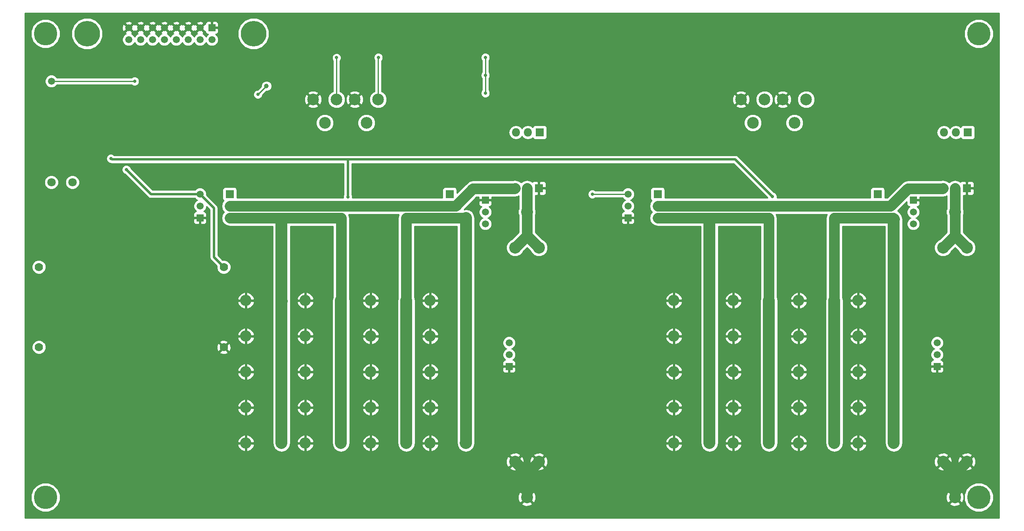
<source format=gbr>
G04 #@! TF.FileFunction,Copper,L2,Bot,Signal*
%FSLAX46Y46*%
G04 Gerber Fmt 4.6, Leading zero omitted, Abs format (unit mm)*
G04 Created by KiCad (PCBNEW 4.0.7) date 12/19/17 11:06:37*
%MOMM*%
%LPD*%
G01*
G04 APERTURE LIST*
%ADD10C,0.100000*%
%ADD11C,5.000000*%
%ADD12C,1.520000*%
%ADD13R,1.520000X1.520000*%
%ADD14R,1.800000X1.800000*%
%ADD15O,1.800000X1.800000*%
%ADD16C,2.400000*%
%ADD17O,2.400000X2.400000*%
%ADD18C,2.540000*%
%ADD19C,2.500000*%
%ADD20C,5.460000*%
%ADD21C,1.778000*%
%ADD22C,1.800000*%
%ADD23C,0.700000*%
%ADD24C,1.000000*%
%ADD25C,0.508000*%
%ADD26C,0.250000*%
%ADD27C,2.286000*%
%ADD28C,2.540000*%
%ADD29C,0.254000*%
G04 APERTURE END LIST*
D10*
D11*
X260350000Y-43180000D03*
X260350000Y-142240000D03*
X60960000Y-43180000D03*
D12*
X246380000Y-81280000D03*
X246380000Y-83820000D03*
D13*
X246380000Y-78740000D03*
D14*
X238760000Y-77470000D03*
D15*
X238760000Y-80010000D03*
X238760000Y-82550000D03*
D16*
X242210117Y-100181117D03*
D17*
X234590117Y-100181117D03*
D16*
X242210117Y-107801117D03*
D17*
X234590117Y-107801117D03*
D16*
X229510117Y-115421117D03*
D17*
X221890117Y-115421117D03*
D16*
X229510117Y-107801117D03*
D17*
X221890117Y-107801117D03*
D16*
X229510117Y-123041117D03*
D17*
X221890117Y-123041117D03*
D16*
X229510117Y-130661117D03*
D17*
X221890117Y-130661117D03*
D16*
X229510117Y-100181117D03*
D17*
X221890117Y-100181117D03*
D12*
X251460000Y-111760000D03*
X251460000Y-109220000D03*
D13*
X251460000Y-114300000D03*
D16*
X242210117Y-123041117D03*
D17*
X234590117Y-123041117D03*
D16*
X242210117Y-130661117D03*
D17*
X234590117Y-130661117D03*
D16*
X242210117Y-115421117D03*
D17*
X234590117Y-115421117D03*
D18*
X255270000Y-142240000D03*
X252730000Y-134620000D03*
X257810000Y-134620000D03*
X255270000Y-81280000D03*
X252730000Y-88900000D03*
X257810000Y-88900000D03*
D19*
X220980000Y-62230000D03*
X218480000Y-57230000D03*
X223480000Y-57230000D03*
D16*
X215540117Y-130661117D03*
D17*
X207920117Y-130661117D03*
D16*
X202840117Y-123041117D03*
D17*
X195220117Y-123041117D03*
D16*
X215540117Y-123041117D03*
D17*
X207920117Y-123041117D03*
D16*
X202840117Y-130661117D03*
D17*
X195220117Y-130661117D03*
D14*
X257810000Y-76200000D03*
D15*
X255270000Y-76200000D03*
X252730000Y-76200000D03*
D14*
X257997114Y-64278790D03*
D15*
X255457114Y-64278790D03*
X252917114Y-64278790D03*
D16*
X202840117Y-115421117D03*
D17*
X195220117Y-115421117D03*
D16*
X215540117Y-107801117D03*
D17*
X207920117Y-107801117D03*
D16*
X202840117Y-107801117D03*
D17*
X195220117Y-107801117D03*
D16*
X215540117Y-115421117D03*
D17*
X207920117Y-115421117D03*
D16*
X202840117Y-100181117D03*
D17*
X195220117Y-100181117D03*
D16*
X215540117Y-100181117D03*
D17*
X207920117Y-100181117D03*
D19*
X212090000Y-62230000D03*
X209590000Y-57230000D03*
X214590000Y-57230000D03*
D14*
X191770000Y-77470000D03*
D15*
X191770000Y-80010000D03*
X191770000Y-82550000D03*
D12*
X185420000Y-80010000D03*
X185420000Y-77470000D03*
D13*
X185420000Y-82550000D03*
D20*
X105410000Y-43180000D03*
X69850000Y-43180000D03*
D13*
X96520000Y-41910000D03*
D12*
X96520000Y-44450000D03*
X93980000Y-41910000D03*
X93980000Y-44450000D03*
X91440000Y-41910000D03*
X91440000Y-44450000D03*
X88900000Y-41910000D03*
X88900000Y-44450000D03*
X86360000Y-41910000D03*
X86360000Y-44450000D03*
X83820000Y-41910000D03*
X83820000Y-44450000D03*
X81280000Y-41910000D03*
X81280000Y-44450000D03*
X78740000Y-41910000D03*
X78740000Y-44450000D03*
D14*
X166557114Y-64278790D03*
D15*
X164017114Y-64278790D03*
X161477114Y-64278790D03*
D14*
X100330000Y-77470000D03*
D15*
X100330000Y-80010000D03*
X100330000Y-82550000D03*
D14*
X147320000Y-77470000D03*
D15*
X147320000Y-80010000D03*
X147320000Y-82550000D03*
D14*
X166370000Y-76200000D03*
D15*
X163830000Y-76200000D03*
X161290000Y-76200000D03*
D16*
X111400117Y-130661117D03*
D17*
X103780117Y-130661117D03*
D16*
X111400117Y-123041117D03*
D17*
X103780117Y-123041117D03*
D16*
X111400117Y-115421117D03*
D17*
X103780117Y-115421117D03*
D16*
X111400117Y-107801117D03*
D17*
X103780117Y-107801117D03*
D16*
X111400117Y-100181117D03*
D17*
X103780117Y-100181117D03*
D16*
X124100117Y-130661117D03*
D17*
X116480117Y-130661117D03*
D16*
X124100117Y-123041117D03*
D17*
X116480117Y-123041117D03*
D16*
X124100117Y-115421117D03*
D17*
X116480117Y-115421117D03*
D16*
X124100117Y-107801117D03*
D17*
X116480117Y-107801117D03*
D16*
X124100117Y-100181117D03*
D17*
X116480117Y-100181117D03*
D16*
X138070117Y-130661117D03*
D17*
X130450117Y-130661117D03*
D16*
X138070117Y-123041117D03*
D17*
X130450117Y-123041117D03*
D16*
X138070117Y-115421117D03*
D17*
X130450117Y-115421117D03*
D16*
X138070117Y-107801117D03*
D17*
X130450117Y-107801117D03*
D16*
X138070117Y-100181117D03*
D17*
X130450117Y-100181117D03*
D16*
X150770117Y-130661117D03*
D17*
X143150117Y-130661117D03*
D16*
X150770117Y-123041117D03*
D17*
X143150117Y-123041117D03*
D16*
X150770117Y-115421117D03*
D17*
X143150117Y-115421117D03*
D16*
X150770117Y-107801117D03*
D17*
X143150117Y-107801117D03*
D16*
X150770117Y-100181117D03*
D17*
X143150117Y-100181117D03*
D12*
X160020000Y-111760000D03*
X160020000Y-109220000D03*
D13*
X160020000Y-114300000D03*
D12*
X93980000Y-80010000D03*
X93980000Y-77470000D03*
D13*
X93980000Y-82550000D03*
D12*
X154940000Y-81280000D03*
X154940000Y-83820000D03*
D13*
X154940000Y-78740000D03*
D18*
X163830000Y-142240000D03*
X161290000Y-134620000D03*
X166370000Y-134620000D03*
X163830000Y-81280000D03*
X161290000Y-88900000D03*
X166370000Y-88900000D03*
D19*
X120650000Y-62230000D03*
X118150000Y-57230000D03*
X123150000Y-57230000D03*
X129540000Y-62230000D03*
X127040000Y-57230000D03*
X132040000Y-57230000D03*
D21*
X59570000Y-93030000D03*
X59570000Y-110170000D03*
X99060000Y-93030000D03*
X99060000Y-110170000D03*
D12*
X62230000Y-53340000D03*
D11*
X60960000Y-142240000D03*
D22*
X62230000Y-74930000D03*
X66730000Y-74930000D03*
D23*
X78237940Y-72211668D03*
X177800000Y-77470000D03*
X154940000Y-52070000D03*
X154940000Y-48260000D03*
X154940000Y-55880000D03*
X132080000Y-48260000D03*
X123150000Y-48300000D03*
X113419573Y-77131902D03*
X161938439Y-71543529D03*
X158750000Y-68580000D03*
X126819158Y-74873725D03*
X136707210Y-77478994D03*
X228003963Y-77696082D03*
X206061413Y-77376884D03*
X215900000Y-66040000D03*
X124662977Y-65884642D03*
X166370000Y-72390000D03*
X250190000Y-60960000D03*
X257810000Y-72390000D03*
X252730000Y-71120000D03*
X79926509Y-55477729D03*
X75738863Y-54612792D03*
X218305526Y-73818489D03*
X158750000Y-60960000D03*
X74930000Y-69850000D03*
X125576470Y-78023913D03*
X216300768Y-77989725D03*
X106354367Y-56161936D03*
D24*
X108185929Y-54357916D03*
D23*
X80010000Y-53340000D03*
D25*
X78587939Y-72561667D02*
X78237940Y-72211668D01*
X83496272Y-77470000D02*
X78587939Y-72561667D01*
X93980000Y-77470000D02*
X83496272Y-77470000D01*
D26*
X185420000Y-77470000D02*
X177800000Y-77470000D01*
X154940000Y-52070000D02*
X154940000Y-48260000D01*
X154940000Y-55880000D02*
X154940000Y-52070000D01*
X132040000Y-57230000D02*
X132040000Y-48300000D01*
X132040000Y-48300000D02*
X132080000Y-48260000D01*
X123150000Y-57230000D02*
X123150000Y-48300000D01*
D25*
X99060000Y-93030000D02*
X96947621Y-90917621D01*
X96947621Y-90917621D02*
X96947621Y-80437621D01*
X96947621Y-80437621D02*
X93980000Y-77470000D01*
D27*
X255270000Y-137160000D02*
X255270000Y-142240000D01*
X257810000Y-134620000D02*
X255270000Y-137160000D01*
X252730000Y-134620000D02*
X255270000Y-137160000D01*
D25*
X162784910Y-72390000D02*
X161938439Y-71543529D01*
X166370000Y-72390000D02*
X162784910Y-72390000D01*
X252730000Y-71120000D02*
X256521585Y-71120000D01*
X256521585Y-71120000D02*
X257791585Y-72390000D01*
X257791585Y-72390000D02*
X257810000Y-72390000D01*
D26*
X79061572Y-54612792D02*
X79926509Y-55477729D01*
X75738863Y-54612792D02*
X79061572Y-54612792D01*
D27*
X166370000Y-134620000D02*
X163830000Y-137160000D01*
X163830000Y-137160000D02*
X163830000Y-142240000D01*
X161290000Y-134620000D02*
X163830000Y-137160000D01*
X163830000Y-81280000D02*
X163830000Y-86360000D01*
X163830000Y-86360000D02*
X161290000Y-88900000D01*
X163830000Y-86360000D02*
X166370000Y-88900000D01*
X163830000Y-76200000D02*
X163830000Y-81280000D01*
X100330000Y-80010000D02*
X116144517Y-80010000D01*
X116150455Y-80015938D02*
X118756949Y-80015938D01*
X118756949Y-80015938D02*
X118762887Y-80010000D01*
X116144517Y-80010000D02*
X116150455Y-80015938D01*
X118762887Y-80010000D02*
X147320000Y-80010000D01*
X147320000Y-80010000D02*
X148612377Y-80010000D01*
X148612377Y-80010000D02*
X152299237Y-76323140D01*
X152299237Y-76323140D02*
X161166860Y-76323140D01*
X161166860Y-76323140D02*
X161290000Y-76200000D01*
X255270000Y-86360000D02*
X252730000Y-88900000D01*
X255270000Y-86360000D02*
X257810000Y-88900000D01*
X255270000Y-81280000D02*
X255270000Y-86360000D01*
X255270000Y-76200000D02*
X255270000Y-81280000D01*
X191770000Y-80010000D02*
X238760000Y-80010000D01*
X238760000Y-80010000D02*
X241520537Y-80010000D01*
X241520537Y-80010000D02*
X245207397Y-76323140D01*
X245207397Y-76323140D02*
X252606860Y-76323140D01*
X252606860Y-76323140D02*
X252730000Y-76200000D01*
D28*
X150795849Y-82575732D02*
X150795849Y-130635385D01*
X150795849Y-130635385D02*
X150770117Y-130661117D01*
D26*
X150770117Y-107801117D02*
X150770117Y-100181117D01*
X138070117Y-123041117D02*
X138070117Y-115421117D01*
X138070117Y-130661117D02*
X138070117Y-123041117D01*
X150770117Y-130661117D02*
X150770117Y-123041117D01*
X150770117Y-123041117D02*
X150770117Y-115421117D01*
X150770117Y-115421117D02*
X150770117Y-107801117D01*
X138070117Y-100181117D02*
X138070117Y-107801117D01*
D27*
X138070117Y-100181117D02*
X138036576Y-100147576D01*
X138036576Y-100147576D02*
X138036576Y-82550000D01*
X138036576Y-82550000D02*
X147320000Y-82550000D01*
X147320000Y-82550000D02*
X150770117Y-82550000D01*
D28*
X138070117Y-100181117D02*
X138070117Y-130661117D01*
D27*
X238760000Y-82550000D02*
X242073764Y-82550000D01*
X242073764Y-82550000D02*
X242323542Y-82799778D01*
D26*
X242570000Y-82550000D02*
X242210117Y-82909883D01*
D28*
X242210117Y-82909883D02*
X242210117Y-130661117D01*
D26*
X242210117Y-100181117D02*
X242210117Y-107801117D01*
D27*
X229510117Y-100181117D02*
X229510117Y-82545726D01*
X229510117Y-82545726D02*
X238760000Y-82545726D01*
X238760000Y-82545726D02*
X238760000Y-82550000D01*
D26*
X229510117Y-107801117D02*
X229510117Y-115421117D01*
X242210117Y-115421117D02*
X242210117Y-107801117D01*
X242210117Y-123041117D02*
X242210117Y-115421117D01*
X242210117Y-123041117D02*
X242210117Y-130661117D01*
X229510117Y-130661117D02*
X229510117Y-123041117D01*
X229510117Y-130661117D02*
X229510117Y-115421117D01*
D28*
X229510117Y-100181117D02*
X229510117Y-130661117D01*
D26*
X125730000Y-70034759D02*
X125723694Y-70041065D01*
D25*
X125723694Y-70041065D02*
X75121065Y-70041065D01*
D26*
X75121065Y-70041065D02*
X74930000Y-69850000D01*
D25*
X125576470Y-74930000D02*
X125576470Y-78023913D01*
X125576470Y-70188289D02*
X125576470Y-74930000D01*
X125587631Y-70177128D02*
X125576470Y-70188289D01*
X125730000Y-70034759D02*
X208345802Y-70034759D01*
D26*
X125587631Y-70177128D02*
X125730000Y-70034759D01*
D25*
X208345802Y-70034759D02*
X216300768Y-77989725D01*
D26*
X111400117Y-123041117D02*
X111400117Y-115421117D01*
X124100117Y-130661117D02*
X124100117Y-123041117D01*
X124100117Y-115421117D02*
X124100117Y-107801117D01*
X111400117Y-115421117D02*
X111400117Y-107801117D01*
X111400117Y-100181117D02*
X111400117Y-107801117D01*
X124100117Y-100181117D02*
X124100117Y-107801117D01*
X111372393Y-82751476D02*
X111170917Y-82550000D01*
X111170917Y-82550000D02*
X100330000Y-82550000D01*
D28*
X111372393Y-82751476D02*
X111372393Y-100283594D01*
X111372393Y-100283594D02*
X111435120Y-100346321D01*
X111435120Y-100346321D02*
X111400117Y-100381324D01*
X111400117Y-100381324D02*
X111400117Y-130661117D01*
D27*
X100330000Y-82550000D02*
X124130522Y-82550000D01*
X124130522Y-82550000D02*
X124130522Y-100150712D01*
X124130522Y-100150712D02*
X124100117Y-100181117D01*
D28*
X124100117Y-100181117D02*
X124100117Y-130661117D01*
D26*
X202840117Y-123041117D02*
X202840117Y-130661117D01*
D27*
X203200000Y-82550000D02*
X215468922Y-82550000D01*
X215468922Y-82550000D02*
X215488681Y-82569759D01*
X215488681Y-82569759D02*
X215488681Y-100129681D01*
X215488681Y-100129681D02*
X215540117Y-100181117D01*
D26*
X202840117Y-83000137D02*
X202840117Y-82909883D01*
X202840117Y-82909883D02*
X203200000Y-82550000D01*
D27*
X191770000Y-82550000D02*
X203200000Y-82550000D01*
D28*
X202840117Y-83000137D02*
X202840117Y-130661117D01*
D26*
X202840117Y-115421117D02*
X202840117Y-123041117D01*
X202840117Y-107801117D02*
X202840117Y-115421117D01*
X202840117Y-100181117D02*
X202840117Y-107801117D01*
X215540117Y-115421117D02*
X215540117Y-123041117D01*
X215540117Y-107801117D02*
X215540117Y-115421117D01*
X215540117Y-100181117D02*
X215540117Y-107801117D01*
D28*
X215540117Y-100181117D02*
X215540117Y-130661117D01*
D26*
X108185929Y-54357916D02*
X106381909Y-56161936D01*
X106381909Y-56161936D02*
X106354367Y-56161936D01*
X80010000Y-53340000D02*
X62230000Y-53340000D01*
D29*
G36*
X264720000Y-146610000D02*
X56590000Y-146610000D01*
X56590000Y-142860854D01*
X57824457Y-142860854D01*
X58300727Y-144013515D01*
X59181847Y-144896174D01*
X60333674Y-145374454D01*
X61580854Y-145375543D01*
X62733515Y-144899273D01*
X63616174Y-144018153D01*
X63794881Y-143587777D01*
X162661828Y-143587777D01*
X162793520Y-143882657D01*
X163501036Y-144154261D01*
X164258632Y-144134436D01*
X164866480Y-143882657D01*
X164998172Y-143587777D01*
X254101828Y-143587777D01*
X254233520Y-143882657D01*
X254941036Y-144154261D01*
X255698632Y-144134436D01*
X256306480Y-143882657D01*
X256438172Y-143587777D01*
X255270000Y-142419605D01*
X254101828Y-143587777D01*
X164998172Y-143587777D01*
X163830000Y-142419605D01*
X162661828Y-143587777D01*
X63794881Y-143587777D01*
X64094454Y-142866326D01*
X64095288Y-141911036D01*
X161915739Y-141911036D01*
X161935564Y-142668632D01*
X162187343Y-143276480D01*
X162482223Y-143408172D01*
X163650395Y-142240000D01*
X164009605Y-142240000D01*
X165177777Y-143408172D01*
X165472657Y-143276480D01*
X165744261Y-142568964D01*
X165727045Y-141911036D01*
X253355739Y-141911036D01*
X253375564Y-142668632D01*
X253627343Y-143276480D01*
X253922223Y-143408172D01*
X255090395Y-142240000D01*
X255449605Y-142240000D01*
X256617777Y-143408172D01*
X256912657Y-143276480D01*
X257072209Y-142860854D01*
X257214457Y-142860854D01*
X257690727Y-144013515D01*
X258571847Y-144896174D01*
X259723674Y-145374454D01*
X260970854Y-145375543D01*
X262123515Y-144899273D01*
X263006174Y-144018153D01*
X263484454Y-142866326D01*
X263485543Y-141619146D01*
X263009273Y-140466485D01*
X262128153Y-139583826D01*
X260976326Y-139105546D01*
X259729146Y-139104457D01*
X258576485Y-139580727D01*
X257693826Y-140461847D01*
X257215546Y-141613674D01*
X257214457Y-142860854D01*
X257072209Y-142860854D01*
X257184261Y-142568964D01*
X257164436Y-141811368D01*
X256912657Y-141203520D01*
X256617777Y-141071828D01*
X255449605Y-142240000D01*
X255090395Y-142240000D01*
X253922223Y-141071828D01*
X253627343Y-141203520D01*
X253355739Y-141911036D01*
X165727045Y-141911036D01*
X165724436Y-141811368D01*
X165472657Y-141203520D01*
X165177777Y-141071828D01*
X164009605Y-142240000D01*
X163650395Y-142240000D01*
X162482223Y-141071828D01*
X162187343Y-141203520D01*
X161915739Y-141911036D01*
X64095288Y-141911036D01*
X64095543Y-141619146D01*
X63795185Y-140892223D01*
X162661828Y-140892223D01*
X163830000Y-142060395D01*
X164998172Y-140892223D01*
X254101828Y-140892223D01*
X255270000Y-142060395D01*
X256438172Y-140892223D01*
X256306480Y-140597343D01*
X255598964Y-140325739D01*
X254841368Y-140345564D01*
X254233520Y-140597343D01*
X254101828Y-140892223D01*
X164998172Y-140892223D01*
X164866480Y-140597343D01*
X164158964Y-140325739D01*
X163401368Y-140345564D01*
X162793520Y-140597343D01*
X162661828Y-140892223D01*
X63795185Y-140892223D01*
X63619273Y-140466485D01*
X62738153Y-139583826D01*
X61586326Y-139105546D01*
X60339146Y-139104457D01*
X59186485Y-139580727D01*
X58303826Y-140461847D01*
X57825546Y-141613674D01*
X57824457Y-142860854D01*
X56590000Y-142860854D01*
X56590000Y-135967777D01*
X160121828Y-135967777D01*
X160253520Y-136262657D01*
X160961036Y-136534261D01*
X161718632Y-136514436D01*
X162326480Y-136262657D01*
X162458172Y-135967777D01*
X165201828Y-135967777D01*
X165333520Y-136262657D01*
X166041036Y-136534261D01*
X166798632Y-136514436D01*
X167406480Y-136262657D01*
X167538172Y-135967777D01*
X251561828Y-135967777D01*
X251693520Y-136262657D01*
X252401036Y-136534261D01*
X253158632Y-136514436D01*
X253766480Y-136262657D01*
X253898172Y-135967777D01*
X256641828Y-135967777D01*
X256773520Y-136262657D01*
X257481036Y-136534261D01*
X258238632Y-136514436D01*
X258846480Y-136262657D01*
X258978172Y-135967777D01*
X257810000Y-134799605D01*
X256641828Y-135967777D01*
X253898172Y-135967777D01*
X252730000Y-134799605D01*
X251561828Y-135967777D01*
X167538172Y-135967777D01*
X166370000Y-134799605D01*
X165201828Y-135967777D01*
X162458172Y-135967777D01*
X161290000Y-134799605D01*
X160121828Y-135967777D01*
X56590000Y-135967777D01*
X56590000Y-134291036D01*
X159375739Y-134291036D01*
X159395564Y-135048632D01*
X159647343Y-135656480D01*
X159942223Y-135788172D01*
X161110395Y-134620000D01*
X161469605Y-134620000D01*
X162637777Y-135788172D01*
X162932657Y-135656480D01*
X163204261Y-134948964D01*
X163187045Y-134291036D01*
X164455739Y-134291036D01*
X164475564Y-135048632D01*
X164727343Y-135656480D01*
X165022223Y-135788172D01*
X166190395Y-134620000D01*
X166549605Y-134620000D01*
X167717777Y-135788172D01*
X168012657Y-135656480D01*
X168284261Y-134948964D01*
X168267045Y-134291036D01*
X250815739Y-134291036D01*
X250835564Y-135048632D01*
X251087343Y-135656480D01*
X251382223Y-135788172D01*
X252550395Y-134620000D01*
X252909605Y-134620000D01*
X254077777Y-135788172D01*
X254372657Y-135656480D01*
X254644261Y-134948964D01*
X254627045Y-134291036D01*
X255895739Y-134291036D01*
X255915564Y-135048632D01*
X256167343Y-135656480D01*
X256462223Y-135788172D01*
X257630395Y-134620000D01*
X257989605Y-134620000D01*
X259157777Y-135788172D01*
X259452657Y-135656480D01*
X259724261Y-134948964D01*
X259704436Y-134191368D01*
X259452657Y-133583520D01*
X259157777Y-133451828D01*
X257989605Y-134620000D01*
X257630395Y-134620000D01*
X256462223Y-133451828D01*
X256167343Y-133583520D01*
X255895739Y-134291036D01*
X254627045Y-134291036D01*
X254624436Y-134191368D01*
X254372657Y-133583520D01*
X254077777Y-133451828D01*
X252909605Y-134620000D01*
X252550395Y-134620000D01*
X251382223Y-133451828D01*
X251087343Y-133583520D01*
X250815739Y-134291036D01*
X168267045Y-134291036D01*
X168264436Y-134191368D01*
X168012657Y-133583520D01*
X167717777Y-133451828D01*
X166549605Y-134620000D01*
X166190395Y-134620000D01*
X165022223Y-133451828D01*
X164727343Y-133583520D01*
X164455739Y-134291036D01*
X163187045Y-134291036D01*
X163184436Y-134191368D01*
X162932657Y-133583520D01*
X162637777Y-133451828D01*
X161469605Y-134620000D01*
X161110395Y-134620000D01*
X159942223Y-133451828D01*
X159647343Y-133583520D01*
X159375739Y-134291036D01*
X56590000Y-134291036D01*
X56590000Y-133272223D01*
X160121828Y-133272223D01*
X161290000Y-134440395D01*
X162458172Y-133272223D01*
X165201828Y-133272223D01*
X166370000Y-134440395D01*
X167538172Y-133272223D01*
X251561828Y-133272223D01*
X252730000Y-134440395D01*
X253898172Y-133272223D01*
X256641828Y-133272223D01*
X257810000Y-134440395D01*
X258978172Y-133272223D01*
X258846480Y-132977343D01*
X258138964Y-132705739D01*
X257381368Y-132725564D01*
X256773520Y-132977343D01*
X256641828Y-133272223D01*
X253898172Y-133272223D01*
X253766480Y-132977343D01*
X253058964Y-132705739D01*
X252301368Y-132725564D01*
X251693520Y-132977343D01*
X251561828Y-133272223D01*
X167538172Y-133272223D01*
X167406480Y-132977343D01*
X166698964Y-132705739D01*
X165941368Y-132725564D01*
X165333520Y-132977343D01*
X165201828Y-133272223D01*
X162458172Y-133272223D01*
X162326480Y-132977343D01*
X161618964Y-132705739D01*
X160861368Y-132725564D01*
X160253520Y-132977343D01*
X160121828Y-133272223D01*
X56590000Y-133272223D01*
X56590000Y-131072922D01*
X101991922Y-131072922D01*
X102224475Y-131634375D01*
X102715341Y-132155609D01*
X103368310Y-132449320D01*
X103653117Y-132332975D01*
X103653117Y-130788117D01*
X103907117Y-130788117D01*
X103907117Y-132332975D01*
X104191924Y-132449320D01*
X104844893Y-132155609D01*
X105335759Y-131634375D01*
X105568312Y-131072922D01*
X105451549Y-130788117D01*
X103907117Y-130788117D01*
X103653117Y-130788117D01*
X102108685Y-130788117D01*
X101991922Y-131072922D01*
X56590000Y-131072922D01*
X56590000Y-130249312D01*
X101991922Y-130249312D01*
X102108685Y-130534117D01*
X103653117Y-130534117D01*
X103653117Y-128989259D01*
X103907117Y-128989259D01*
X103907117Y-130534117D01*
X105451549Y-130534117D01*
X105568312Y-130249312D01*
X105335759Y-129687859D01*
X104844893Y-129166625D01*
X104191924Y-128872914D01*
X103907117Y-128989259D01*
X103653117Y-128989259D01*
X103368310Y-128872914D01*
X102715341Y-129166625D01*
X102224475Y-129687859D01*
X101991922Y-130249312D01*
X56590000Y-130249312D01*
X56590000Y-123452922D01*
X101991922Y-123452922D01*
X102224475Y-124014375D01*
X102715341Y-124535609D01*
X103368310Y-124829320D01*
X103653117Y-124712975D01*
X103653117Y-123168117D01*
X103907117Y-123168117D01*
X103907117Y-124712975D01*
X104191924Y-124829320D01*
X104844893Y-124535609D01*
X105335759Y-124014375D01*
X105568312Y-123452922D01*
X105451549Y-123168117D01*
X103907117Y-123168117D01*
X103653117Y-123168117D01*
X102108685Y-123168117D01*
X101991922Y-123452922D01*
X56590000Y-123452922D01*
X56590000Y-122629312D01*
X101991922Y-122629312D01*
X102108685Y-122914117D01*
X103653117Y-122914117D01*
X103653117Y-121369259D01*
X103907117Y-121369259D01*
X103907117Y-122914117D01*
X105451549Y-122914117D01*
X105568312Y-122629312D01*
X105335759Y-122067859D01*
X104844893Y-121546625D01*
X104191924Y-121252914D01*
X103907117Y-121369259D01*
X103653117Y-121369259D01*
X103368310Y-121252914D01*
X102715341Y-121546625D01*
X102224475Y-122067859D01*
X101991922Y-122629312D01*
X56590000Y-122629312D01*
X56590000Y-115832922D01*
X101991922Y-115832922D01*
X102224475Y-116394375D01*
X102715341Y-116915609D01*
X103368310Y-117209320D01*
X103653117Y-117092975D01*
X103653117Y-115548117D01*
X103907117Y-115548117D01*
X103907117Y-117092975D01*
X104191924Y-117209320D01*
X104844893Y-116915609D01*
X105335759Y-116394375D01*
X105568312Y-115832922D01*
X105451549Y-115548117D01*
X103907117Y-115548117D01*
X103653117Y-115548117D01*
X102108685Y-115548117D01*
X101991922Y-115832922D01*
X56590000Y-115832922D01*
X56590000Y-115009312D01*
X101991922Y-115009312D01*
X102108685Y-115294117D01*
X103653117Y-115294117D01*
X103653117Y-113749259D01*
X103907117Y-113749259D01*
X103907117Y-115294117D01*
X105451549Y-115294117D01*
X105568312Y-115009312D01*
X105335759Y-114447859D01*
X104844893Y-113926625D01*
X104191924Y-113632914D01*
X103907117Y-113749259D01*
X103653117Y-113749259D01*
X103368310Y-113632914D01*
X102715341Y-113926625D01*
X102224475Y-114447859D01*
X101991922Y-115009312D01*
X56590000Y-115009312D01*
X56590000Y-110471812D01*
X58045736Y-110471812D01*
X58277262Y-111032149D01*
X58705596Y-111461231D01*
X59265528Y-111693735D01*
X59871812Y-111694264D01*
X60432149Y-111462738D01*
X60653076Y-111242196D01*
X98167409Y-111242196D01*
X98252467Y-111497539D01*
X98821965Y-111705516D01*
X99427700Y-111679723D01*
X99867533Y-111497539D01*
X99952591Y-111242196D01*
X99060000Y-110349605D01*
X98167409Y-111242196D01*
X60653076Y-111242196D01*
X60861231Y-111034404D01*
X61093735Y-110474472D01*
X61094208Y-109931965D01*
X97524484Y-109931965D01*
X97550277Y-110537700D01*
X97732461Y-110977533D01*
X97987804Y-111062591D01*
X98880395Y-110170000D01*
X99239605Y-110170000D01*
X100132196Y-111062591D01*
X100387539Y-110977533D01*
X100595516Y-110408035D01*
X100569723Y-109802300D01*
X100387539Y-109362467D01*
X100132196Y-109277409D01*
X99239605Y-110170000D01*
X98880395Y-110170000D01*
X97987804Y-109277409D01*
X97732461Y-109362467D01*
X97524484Y-109931965D01*
X61094208Y-109931965D01*
X61094264Y-109868188D01*
X60862738Y-109307851D01*
X60653058Y-109097804D01*
X98167409Y-109097804D01*
X99060000Y-109990395D01*
X99952591Y-109097804D01*
X99867533Y-108842461D01*
X99298035Y-108634484D01*
X98692300Y-108660277D01*
X98252467Y-108842461D01*
X98167409Y-109097804D01*
X60653058Y-109097804D01*
X60434404Y-108878769D01*
X59874472Y-108646265D01*
X59268188Y-108645736D01*
X58707851Y-108877262D01*
X58278769Y-109305596D01*
X58046265Y-109865528D01*
X58045736Y-110471812D01*
X56590000Y-110471812D01*
X56590000Y-108212922D01*
X101991922Y-108212922D01*
X102224475Y-108774375D01*
X102715341Y-109295609D01*
X103368310Y-109589320D01*
X103653117Y-109472975D01*
X103653117Y-107928117D01*
X103907117Y-107928117D01*
X103907117Y-109472975D01*
X104191924Y-109589320D01*
X104844893Y-109295609D01*
X105335759Y-108774375D01*
X105568312Y-108212922D01*
X105451549Y-107928117D01*
X103907117Y-107928117D01*
X103653117Y-107928117D01*
X102108685Y-107928117D01*
X101991922Y-108212922D01*
X56590000Y-108212922D01*
X56590000Y-107389312D01*
X101991922Y-107389312D01*
X102108685Y-107674117D01*
X103653117Y-107674117D01*
X103653117Y-106129259D01*
X103907117Y-106129259D01*
X103907117Y-107674117D01*
X105451549Y-107674117D01*
X105568312Y-107389312D01*
X105335759Y-106827859D01*
X104844893Y-106306625D01*
X104191924Y-106012914D01*
X103907117Y-106129259D01*
X103653117Y-106129259D01*
X103368310Y-106012914D01*
X102715341Y-106306625D01*
X102224475Y-106827859D01*
X101991922Y-107389312D01*
X56590000Y-107389312D01*
X56590000Y-100592922D01*
X101991922Y-100592922D01*
X102224475Y-101154375D01*
X102715341Y-101675609D01*
X103368310Y-101969320D01*
X103653117Y-101852975D01*
X103653117Y-100308117D01*
X103907117Y-100308117D01*
X103907117Y-101852975D01*
X104191924Y-101969320D01*
X104844893Y-101675609D01*
X105335759Y-101154375D01*
X105568312Y-100592922D01*
X105451549Y-100308117D01*
X103907117Y-100308117D01*
X103653117Y-100308117D01*
X102108685Y-100308117D01*
X101991922Y-100592922D01*
X56590000Y-100592922D01*
X56590000Y-99769312D01*
X101991922Y-99769312D01*
X102108685Y-100054117D01*
X103653117Y-100054117D01*
X103653117Y-98509259D01*
X103907117Y-98509259D01*
X103907117Y-100054117D01*
X105451549Y-100054117D01*
X105568312Y-99769312D01*
X105335759Y-99207859D01*
X104844893Y-98686625D01*
X104191924Y-98392914D01*
X103907117Y-98509259D01*
X103653117Y-98509259D01*
X103368310Y-98392914D01*
X102715341Y-98686625D01*
X102224475Y-99207859D01*
X101991922Y-99769312D01*
X56590000Y-99769312D01*
X56590000Y-93331812D01*
X58045736Y-93331812D01*
X58277262Y-93892149D01*
X58705596Y-94321231D01*
X59265528Y-94553735D01*
X59871812Y-94554264D01*
X60432149Y-94322738D01*
X60861231Y-93894404D01*
X61093735Y-93334472D01*
X61094264Y-92728188D01*
X60862738Y-92167851D01*
X60434404Y-91738769D01*
X59874472Y-91506265D01*
X59268188Y-91505736D01*
X58707851Y-91737262D01*
X58278769Y-92165596D01*
X58046265Y-92725528D01*
X58045736Y-93331812D01*
X56590000Y-93331812D01*
X56590000Y-82835750D01*
X92585000Y-82835750D01*
X92585000Y-83436310D01*
X92681673Y-83669699D01*
X92860302Y-83848327D01*
X93093691Y-83945000D01*
X93694250Y-83945000D01*
X93853000Y-83786250D01*
X93853000Y-82677000D01*
X94107000Y-82677000D01*
X94107000Y-83786250D01*
X94265750Y-83945000D01*
X94866309Y-83945000D01*
X95099698Y-83848327D01*
X95278327Y-83669699D01*
X95375000Y-83436310D01*
X95375000Y-82835750D01*
X95216250Y-82677000D01*
X94107000Y-82677000D01*
X93853000Y-82677000D01*
X92743750Y-82677000D01*
X92585000Y-82835750D01*
X56590000Y-82835750D01*
X56590000Y-75233991D01*
X60694735Y-75233991D01*
X60927932Y-75798371D01*
X61359357Y-76230551D01*
X61923330Y-76464733D01*
X62533991Y-76465265D01*
X63098371Y-76232068D01*
X63530551Y-75800643D01*
X63764733Y-75236670D01*
X63764735Y-75233991D01*
X65194735Y-75233991D01*
X65427932Y-75798371D01*
X65859357Y-76230551D01*
X66423330Y-76464733D01*
X67033991Y-76465265D01*
X67598371Y-76232068D01*
X68030551Y-75800643D01*
X68264733Y-75236670D01*
X68265265Y-74626009D01*
X68032068Y-74061629D01*
X67600643Y-73629449D01*
X67036670Y-73395267D01*
X66426009Y-73394735D01*
X65861629Y-73627932D01*
X65429449Y-74059357D01*
X65195267Y-74623330D01*
X65194735Y-75233991D01*
X63764735Y-75233991D01*
X63765265Y-74626009D01*
X63532068Y-74061629D01*
X63100643Y-73629449D01*
X62536670Y-73395267D01*
X61926009Y-73394735D01*
X61361629Y-73627932D01*
X60929449Y-74059357D01*
X60695267Y-74623330D01*
X60694735Y-75233991D01*
X56590000Y-75233991D01*
X56590000Y-72406737D01*
X77252770Y-72406737D01*
X77402411Y-72768897D01*
X77679254Y-73046223D01*
X77911835Y-73142799D01*
X82867654Y-78098618D01*
X83156066Y-78291329D01*
X83496272Y-78359000D01*
X92896341Y-78359000D01*
X93188764Y-78651934D01*
X93400738Y-78739954D01*
X93190828Y-78826687D01*
X92798066Y-79218764D01*
X92585242Y-79731300D01*
X92584758Y-80286265D01*
X92796687Y-80799172D01*
X93151894Y-81155000D01*
X93093691Y-81155000D01*
X92860302Y-81251673D01*
X92681673Y-81430301D01*
X92585000Y-81663690D01*
X92585000Y-82264250D01*
X92743750Y-82423000D01*
X93853000Y-82423000D01*
X93853000Y-82403000D01*
X94107000Y-82403000D01*
X94107000Y-82423000D01*
X95216250Y-82423000D01*
X95375000Y-82264250D01*
X95375000Y-81663690D01*
X95278327Y-81430301D01*
X95099698Y-81251673D01*
X94866309Y-81155000D01*
X94807552Y-81155000D01*
X95161934Y-80801236D01*
X95374758Y-80288700D01*
X95374903Y-80122139D01*
X96058621Y-80805857D01*
X96058621Y-90917621D01*
X96126292Y-91257827D01*
X96291940Y-91505736D01*
X96319003Y-91546239D01*
X97536232Y-92763468D01*
X97535736Y-93331812D01*
X97767262Y-93892149D01*
X98195596Y-94321231D01*
X98755528Y-94553735D01*
X99361812Y-94554264D01*
X99922149Y-94322738D01*
X100351231Y-93894404D01*
X100583735Y-93334472D01*
X100584264Y-92728188D01*
X100352738Y-92167851D01*
X99924404Y-91738769D01*
X99364472Y-91506265D01*
X98793002Y-91505766D01*
X97836621Y-90549385D01*
X97836621Y-80437621D01*
X97768950Y-80097415D01*
X97576239Y-79809003D01*
X95374881Y-77607645D01*
X95375242Y-77193735D01*
X95163313Y-76680828D01*
X94771236Y-76288066D01*
X94258700Y-76075242D01*
X93703735Y-76074758D01*
X93190828Y-76286687D01*
X92896001Y-76581000D01*
X83864508Y-76581000D01*
X79168894Y-71885386D01*
X79073469Y-71654439D01*
X78796626Y-71377113D01*
X78434728Y-71226840D01*
X78042871Y-71226498D01*
X77680711Y-71376139D01*
X77403385Y-71652982D01*
X77253112Y-72014880D01*
X77252770Y-72406737D01*
X56590000Y-72406737D01*
X56590000Y-70045069D01*
X73944830Y-70045069D01*
X74094471Y-70407229D01*
X74371314Y-70684555D01*
X74733212Y-70834828D01*
X74739612Y-70834834D01*
X74780859Y-70862394D01*
X75121065Y-70930065D01*
X124687470Y-70930065D01*
X124687470Y-77596345D01*
X124591642Y-77827125D01*
X124591300Y-78218982D01*
X124596679Y-78232000D01*
X118762887Y-78232000D01*
X118733035Y-78237938D01*
X116174369Y-78237938D01*
X116144517Y-78232000D01*
X101877440Y-78232000D01*
X101877440Y-76570000D01*
X101833162Y-76334683D01*
X101694090Y-76118559D01*
X101481890Y-75973569D01*
X101230000Y-75922560D01*
X99430000Y-75922560D01*
X99194683Y-75966838D01*
X98978559Y-76105910D01*
X98833569Y-76318110D01*
X98782560Y-76570000D01*
X98782560Y-78370000D01*
X98826838Y-78605317D01*
X98965910Y-78821441D01*
X99007766Y-78850040D01*
X98687342Y-79329589D01*
X98552000Y-80010000D01*
X98687342Y-80690411D01*
X99072764Y-81267236D01*
X99091867Y-81280000D01*
X99072764Y-81292764D01*
X98687342Y-81869589D01*
X98552000Y-82550000D01*
X98687342Y-83230411D01*
X99072764Y-83807236D01*
X99649589Y-84192658D01*
X100330000Y-84328000D01*
X109467393Y-84328000D01*
X109467393Y-100283594D01*
X109495117Y-100422972D01*
X109495117Y-130661117D01*
X109564810Y-131011490D01*
X109564799Y-131024520D01*
X109569819Y-131036668D01*
X109640126Y-131390129D01*
X109838595Y-131687158D01*
X109843572Y-131699203D01*
X109852860Y-131708508D01*
X110053079Y-132008155D01*
X110350111Y-132206626D01*
X110359316Y-132215847D01*
X110371455Y-132220887D01*
X110671105Y-132421108D01*
X111021479Y-132490802D01*
X111033512Y-132495798D01*
X111046656Y-132495809D01*
X111400117Y-132566117D01*
X111750490Y-132496424D01*
X111763520Y-132496435D01*
X111775668Y-132491415D01*
X112129129Y-132421108D01*
X112426158Y-132222639D01*
X112438203Y-132217662D01*
X112447508Y-132208374D01*
X112747155Y-132008155D01*
X112945626Y-131711123D01*
X112954847Y-131701918D01*
X112959887Y-131689779D01*
X113160108Y-131390129D01*
X113223204Y-131072922D01*
X114691922Y-131072922D01*
X114924475Y-131634375D01*
X115415341Y-132155609D01*
X116068310Y-132449320D01*
X116353117Y-132332975D01*
X116353117Y-130788117D01*
X116607117Y-130788117D01*
X116607117Y-132332975D01*
X116891924Y-132449320D01*
X117544893Y-132155609D01*
X118035759Y-131634375D01*
X118268312Y-131072922D01*
X118151549Y-130788117D01*
X116607117Y-130788117D01*
X116353117Y-130788117D01*
X114808685Y-130788117D01*
X114691922Y-131072922D01*
X113223204Y-131072922D01*
X113229802Y-131039755D01*
X113234798Y-131027722D01*
X113234809Y-131014578D01*
X113305117Y-130661117D01*
X113305117Y-130249312D01*
X114691922Y-130249312D01*
X114808685Y-130534117D01*
X116353117Y-130534117D01*
X116353117Y-128989259D01*
X116607117Y-128989259D01*
X116607117Y-130534117D01*
X118151549Y-130534117D01*
X118268312Y-130249312D01*
X118035759Y-129687859D01*
X117544893Y-129166625D01*
X116891924Y-128872914D01*
X116607117Y-128989259D01*
X116353117Y-128989259D01*
X116068310Y-128872914D01*
X115415341Y-129166625D01*
X114924475Y-129687859D01*
X114691922Y-130249312D01*
X113305117Y-130249312D01*
X113305117Y-123452922D01*
X114691922Y-123452922D01*
X114924475Y-124014375D01*
X115415341Y-124535609D01*
X116068310Y-124829320D01*
X116353117Y-124712975D01*
X116353117Y-123168117D01*
X116607117Y-123168117D01*
X116607117Y-124712975D01*
X116891924Y-124829320D01*
X117544893Y-124535609D01*
X118035759Y-124014375D01*
X118268312Y-123452922D01*
X118151549Y-123168117D01*
X116607117Y-123168117D01*
X116353117Y-123168117D01*
X114808685Y-123168117D01*
X114691922Y-123452922D01*
X113305117Y-123452922D01*
X113305117Y-122629312D01*
X114691922Y-122629312D01*
X114808685Y-122914117D01*
X116353117Y-122914117D01*
X116353117Y-121369259D01*
X116607117Y-121369259D01*
X116607117Y-122914117D01*
X118151549Y-122914117D01*
X118268312Y-122629312D01*
X118035759Y-122067859D01*
X117544893Y-121546625D01*
X116891924Y-121252914D01*
X116607117Y-121369259D01*
X116353117Y-121369259D01*
X116068310Y-121252914D01*
X115415341Y-121546625D01*
X114924475Y-122067859D01*
X114691922Y-122629312D01*
X113305117Y-122629312D01*
X113305117Y-115832922D01*
X114691922Y-115832922D01*
X114924475Y-116394375D01*
X115415341Y-116915609D01*
X116068310Y-117209320D01*
X116353117Y-117092975D01*
X116353117Y-115548117D01*
X116607117Y-115548117D01*
X116607117Y-117092975D01*
X116891924Y-117209320D01*
X117544893Y-116915609D01*
X118035759Y-116394375D01*
X118268312Y-115832922D01*
X118151549Y-115548117D01*
X116607117Y-115548117D01*
X116353117Y-115548117D01*
X114808685Y-115548117D01*
X114691922Y-115832922D01*
X113305117Y-115832922D01*
X113305117Y-115009312D01*
X114691922Y-115009312D01*
X114808685Y-115294117D01*
X116353117Y-115294117D01*
X116353117Y-113749259D01*
X116607117Y-113749259D01*
X116607117Y-115294117D01*
X118151549Y-115294117D01*
X118268312Y-115009312D01*
X118035759Y-114447859D01*
X117544893Y-113926625D01*
X116891924Y-113632914D01*
X116607117Y-113749259D01*
X116353117Y-113749259D01*
X116068310Y-113632914D01*
X115415341Y-113926625D01*
X114924475Y-114447859D01*
X114691922Y-115009312D01*
X113305117Y-115009312D01*
X113305117Y-108212922D01*
X114691922Y-108212922D01*
X114924475Y-108774375D01*
X115415341Y-109295609D01*
X116068310Y-109589320D01*
X116353117Y-109472975D01*
X116353117Y-107928117D01*
X116607117Y-107928117D01*
X116607117Y-109472975D01*
X116891924Y-109589320D01*
X117544893Y-109295609D01*
X118035759Y-108774375D01*
X118268312Y-108212922D01*
X118151549Y-107928117D01*
X116607117Y-107928117D01*
X116353117Y-107928117D01*
X114808685Y-107928117D01*
X114691922Y-108212922D01*
X113305117Y-108212922D01*
X113305117Y-107389312D01*
X114691922Y-107389312D01*
X114808685Y-107674117D01*
X116353117Y-107674117D01*
X116353117Y-106129259D01*
X116607117Y-106129259D01*
X116607117Y-107674117D01*
X118151549Y-107674117D01*
X118268312Y-107389312D01*
X118035759Y-106827859D01*
X117544893Y-106306625D01*
X116891924Y-106012914D01*
X116607117Y-106129259D01*
X116353117Y-106129259D01*
X116068310Y-106012914D01*
X115415341Y-106306625D01*
X114924475Y-106827859D01*
X114691922Y-107389312D01*
X113305117Y-107389312D01*
X113305117Y-100592922D01*
X114691922Y-100592922D01*
X114924475Y-101154375D01*
X115415341Y-101675609D01*
X116068310Y-101969320D01*
X116353117Y-101852975D01*
X116353117Y-100308117D01*
X116607117Y-100308117D01*
X116607117Y-101852975D01*
X116891924Y-101969320D01*
X117544893Y-101675609D01*
X118035759Y-101154375D01*
X118268312Y-100592922D01*
X118151549Y-100308117D01*
X116607117Y-100308117D01*
X116353117Y-100308117D01*
X114808685Y-100308117D01*
X114691922Y-100592922D01*
X113305117Y-100592922D01*
X113305117Y-100522294D01*
X113340120Y-100346321D01*
X113277393Y-100030970D01*
X113277393Y-99769312D01*
X114691922Y-99769312D01*
X114808685Y-100054117D01*
X116353117Y-100054117D01*
X116353117Y-98509259D01*
X116607117Y-98509259D01*
X116607117Y-100054117D01*
X118151549Y-100054117D01*
X118268312Y-99769312D01*
X118035759Y-99207859D01*
X117544893Y-98686625D01*
X116891924Y-98392914D01*
X116607117Y-98509259D01*
X116353117Y-98509259D01*
X116068310Y-98392914D01*
X115415341Y-98686625D01*
X114924475Y-99207859D01*
X114691922Y-99769312D01*
X113277393Y-99769312D01*
X113277393Y-84328000D01*
X122352522Y-84328000D01*
X122352522Y-99433553D01*
X122340126Y-99452105D01*
X122270432Y-99802479D01*
X122265436Y-99814512D01*
X122265425Y-99827656D01*
X122195117Y-100181117D01*
X122195117Y-130661117D01*
X122264810Y-131011490D01*
X122264799Y-131024520D01*
X122269819Y-131036668D01*
X122340126Y-131390129D01*
X122538595Y-131687158D01*
X122543572Y-131699203D01*
X122552860Y-131708508D01*
X122753079Y-132008155D01*
X123050111Y-132206626D01*
X123059316Y-132215847D01*
X123071455Y-132220887D01*
X123371105Y-132421108D01*
X123721479Y-132490802D01*
X123733512Y-132495798D01*
X123746656Y-132495809D01*
X124100117Y-132566117D01*
X124450490Y-132496424D01*
X124463520Y-132496435D01*
X124475668Y-132491415D01*
X124829129Y-132421108D01*
X125126158Y-132222639D01*
X125138203Y-132217662D01*
X125147508Y-132208374D01*
X125447155Y-132008155D01*
X125645626Y-131711123D01*
X125654847Y-131701918D01*
X125659887Y-131689779D01*
X125860108Y-131390129D01*
X125923204Y-131072922D01*
X128661922Y-131072922D01*
X128894475Y-131634375D01*
X129385341Y-132155609D01*
X130038310Y-132449320D01*
X130323117Y-132332975D01*
X130323117Y-130788117D01*
X130577117Y-130788117D01*
X130577117Y-132332975D01*
X130861924Y-132449320D01*
X131514893Y-132155609D01*
X132005759Y-131634375D01*
X132238312Y-131072922D01*
X132121549Y-130788117D01*
X130577117Y-130788117D01*
X130323117Y-130788117D01*
X128778685Y-130788117D01*
X128661922Y-131072922D01*
X125923204Y-131072922D01*
X125929802Y-131039755D01*
X125934798Y-131027722D01*
X125934809Y-131014578D01*
X126005117Y-130661117D01*
X126005117Y-130249312D01*
X128661922Y-130249312D01*
X128778685Y-130534117D01*
X130323117Y-130534117D01*
X130323117Y-128989259D01*
X130577117Y-128989259D01*
X130577117Y-130534117D01*
X132121549Y-130534117D01*
X132238312Y-130249312D01*
X132005759Y-129687859D01*
X131514893Y-129166625D01*
X130861924Y-128872914D01*
X130577117Y-128989259D01*
X130323117Y-128989259D01*
X130038310Y-128872914D01*
X129385341Y-129166625D01*
X128894475Y-129687859D01*
X128661922Y-130249312D01*
X126005117Y-130249312D01*
X126005117Y-123452922D01*
X128661922Y-123452922D01*
X128894475Y-124014375D01*
X129385341Y-124535609D01*
X130038310Y-124829320D01*
X130323117Y-124712975D01*
X130323117Y-123168117D01*
X130577117Y-123168117D01*
X130577117Y-124712975D01*
X130861924Y-124829320D01*
X131514893Y-124535609D01*
X132005759Y-124014375D01*
X132238312Y-123452922D01*
X132121549Y-123168117D01*
X130577117Y-123168117D01*
X130323117Y-123168117D01*
X128778685Y-123168117D01*
X128661922Y-123452922D01*
X126005117Y-123452922D01*
X126005117Y-122629312D01*
X128661922Y-122629312D01*
X128778685Y-122914117D01*
X130323117Y-122914117D01*
X130323117Y-121369259D01*
X130577117Y-121369259D01*
X130577117Y-122914117D01*
X132121549Y-122914117D01*
X132238312Y-122629312D01*
X132005759Y-122067859D01*
X131514893Y-121546625D01*
X130861924Y-121252914D01*
X130577117Y-121369259D01*
X130323117Y-121369259D01*
X130038310Y-121252914D01*
X129385341Y-121546625D01*
X128894475Y-122067859D01*
X128661922Y-122629312D01*
X126005117Y-122629312D01*
X126005117Y-115832922D01*
X128661922Y-115832922D01*
X128894475Y-116394375D01*
X129385341Y-116915609D01*
X130038310Y-117209320D01*
X130323117Y-117092975D01*
X130323117Y-115548117D01*
X130577117Y-115548117D01*
X130577117Y-117092975D01*
X130861924Y-117209320D01*
X131514893Y-116915609D01*
X132005759Y-116394375D01*
X132238312Y-115832922D01*
X132121549Y-115548117D01*
X130577117Y-115548117D01*
X130323117Y-115548117D01*
X128778685Y-115548117D01*
X128661922Y-115832922D01*
X126005117Y-115832922D01*
X126005117Y-115009312D01*
X128661922Y-115009312D01*
X128778685Y-115294117D01*
X130323117Y-115294117D01*
X130323117Y-113749259D01*
X130577117Y-113749259D01*
X130577117Y-115294117D01*
X132121549Y-115294117D01*
X132238312Y-115009312D01*
X132005759Y-114447859D01*
X131514893Y-113926625D01*
X130861924Y-113632914D01*
X130577117Y-113749259D01*
X130323117Y-113749259D01*
X130038310Y-113632914D01*
X129385341Y-113926625D01*
X128894475Y-114447859D01*
X128661922Y-115009312D01*
X126005117Y-115009312D01*
X126005117Y-108212922D01*
X128661922Y-108212922D01*
X128894475Y-108774375D01*
X129385341Y-109295609D01*
X130038310Y-109589320D01*
X130323117Y-109472975D01*
X130323117Y-107928117D01*
X130577117Y-107928117D01*
X130577117Y-109472975D01*
X130861924Y-109589320D01*
X131514893Y-109295609D01*
X132005759Y-108774375D01*
X132238312Y-108212922D01*
X132121549Y-107928117D01*
X130577117Y-107928117D01*
X130323117Y-107928117D01*
X128778685Y-107928117D01*
X128661922Y-108212922D01*
X126005117Y-108212922D01*
X126005117Y-107389312D01*
X128661922Y-107389312D01*
X128778685Y-107674117D01*
X130323117Y-107674117D01*
X130323117Y-106129259D01*
X130577117Y-106129259D01*
X130577117Y-107674117D01*
X132121549Y-107674117D01*
X132238312Y-107389312D01*
X132005759Y-106827859D01*
X131514893Y-106306625D01*
X130861924Y-106012914D01*
X130577117Y-106129259D01*
X130323117Y-106129259D01*
X130038310Y-106012914D01*
X129385341Y-106306625D01*
X128894475Y-106827859D01*
X128661922Y-107389312D01*
X126005117Y-107389312D01*
X126005117Y-100592922D01*
X128661922Y-100592922D01*
X128894475Y-101154375D01*
X129385341Y-101675609D01*
X130038310Y-101969320D01*
X130323117Y-101852975D01*
X130323117Y-100308117D01*
X130577117Y-100308117D01*
X130577117Y-101852975D01*
X130861924Y-101969320D01*
X131514893Y-101675609D01*
X132005759Y-101154375D01*
X132238312Y-100592922D01*
X132121549Y-100308117D01*
X130577117Y-100308117D01*
X130323117Y-100308117D01*
X128778685Y-100308117D01*
X128661922Y-100592922D01*
X126005117Y-100592922D01*
X126005117Y-100181117D01*
X125935424Y-99830744D01*
X125935435Y-99817714D01*
X125930415Y-99805566D01*
X125923204Y-99769312D01*
X128661922Y-99769312D01*
X128778685Y-100054117D01*
X130323117Y-100054117D01*
X130323117Y-98509259D01*
X130577117Y-98509259D01*
X130577117Y-100054117D01*
X132121549Y-100054117D01*
X132238312Y-99769312D01*
X132005759Y-99207859D01*
X131514893Y-98686625D01*
X130861924Y-98392914D01*
X130577117Y-98509259D01*
X130323117Y-98509259D01*
X130038310Y-98392914D01*
X129385341Y-98686625D01*
X128894475Y-99207859D01*
X128661922Y-99769312D01*
X125923204Y-99769312D01*
X125908522Y-99695499D01*
X125908522Y-82550000D01*
X125773180Y-81869589D01*
X125718664Y-81788000D01*
X136448434Y-81788000D01*
X136393918Y-81869589D01*
X136258576Y-82550000D01*
X136258576Y-99711265D01*
X136240432Y-99802479D01*
X136235436Y-99814512D01*
X136235425Y-99827656D01*
X136165117Y-100181117D01*
X136165117Y-130661117D01*
X136234810Y-131011490D01*
X136234799Y-131024520D01*
X136239819Y-131036668D01*
X136310126Y-131390129D01*
X136508595Y-131687158D01*
X136513572Y-131699203D01*
X136522860Y-131708508D01*
X136723079Y-132008155D01*
X137020111Y-132206626D01*
X137029316Y-132215847D01*
X137041455Y-132220887D01*
X137341105Y-132421108D01*
X137691479Y-132490802D01*
X137703512Y-132495798D01*
X137716656Y-132495809D01*
X138070117Y-132566117D01*
X138420490Y-132496424D01*
X138433520Y-132496435D01*
X138445668Y-132491415D01*
X138799129Y-132421108D01*
X139096158Y-132222639D01*
X139108203Y-132217662D01*
X139117508Y-132208374D01*
X139417155Y-132008155D01*
X139615626Y-131711123D01*
X139624847Y-131701918D01*
X139629887Y-131689779D01*
X139830108Y-131390129D01*
X139893204Y-131072922D01*
X141361922Y-131072922D01*
X141594475Y-131634375D01*
X142085341Y-132155609D01*
X142738310Y-132449320D01*
X143023117Y-132332975D01*
X143023117Y-130788117D01*
X143277117Y-130788117D01*
X143277117Y-132332975D01*
X143561924Y-132449320D01*
X144214893Y-132155609D01*
X144705759Y-131634375D01*
X144938312Y-131072922D01*
X144821549Y-130788117D01*
X143277117Y-130788117D01*
X143023117Y-130788117D01*
X141478685Y-130788117D01*
X141361922Y-131072922D01*
X139893204Y-131072922D01*
X139899802Y-131039755D01*
X139904798Y-131027722D01*
X139904809Y-131014578D01*
X139975117Y-130661117D01*
X139975117Y-130249312D01*
X141361922Y-130249312D01*
X141478685Y-130534117D01*
X143023117Y-130534117D01*
X143023117Y-128989259D01*
X143277117Y-128989259D01*
X143277117Y-130534117D01*
X144821549Y-130534117D01*
X144938312Y-130249312D01*
X144705759Y-129687859D01*
X144214893Y-129166625D01*
X143561924Y-128872914D01*
X143277117Y-128989259D01*
X143023117Y-128989259D01*
X142738310Y-128872914D01*
X142085341Y-129166625D01*
X141594475Y-129687859D01*
X141361922Y-130249312D01*
X139975117Y-130249312D01*
X139975117Y-123452922D01*
X141361922Y-123452922D01*
X141594475Y-124014375D01*
X142085341Y-124535609D01*
X142738310Y-124829320D01*
X143023117Y-124712975D01*
X143023117Y-123168117D01*
X143277117Y-123168117D01*
X143277117Y-124712975D01*
X143561924Y-124829320D01*
X144214893Y-124535609D01*
X144705759Y-124014375D01*
X144938312Y-123452922D01*
X144821549Y-123168117D01*
X143277117Y-123168117D01*
X143023117Y-123168117D01*
X141478685Y-123168117D01*
X141361922Y-123452922D01*
X139975117Y-123452922D01*
X139975117Y-122629312D01*
X141361922Y-122629312D01*
X141478685Y-122914117D01*
X143023117Y-122914117D01*
X143023117Y-121369259D01*
X143277117Y-121369259D01*
X143277117Y-122914117D01*
X144821549Y-122914117D01*
X144938312Y-122629312D01*
X144705759Y-122067859D01*
X144214893Y-121546625D01*
X143561924Y-121252914D01*
X143277117Y-121369259D01*
X143023117Y-121369259D01*
X142738310Y-121252914D01*
X142085341Y-121546625D01*
X141594475Y-122067859D01*
X141361922Y-122629312D01*
X139975117Y-122629312D01*
X139975117Y-115832922D01*
X141361922Y-115832922D01*
X141594475Y-116394375D01*
X142085341Y-116915609D01*
X142738310Y-117209320D01*
X143023117Y-117092975D01*
X143023117Y-115548117D01*
X143277117Y-115548117D01*
X143277117Y-117092975D01*
X143561924Y-117209320D01*
X144214893Y-116915609D01*
X144705759Y-116394375D01*
X144938312Y-115832922D01*
X144821549Y-115548117D01*
X143277117Y-115548117D01*
X143023117Y-115548117D01*
X141478685Y-115548117D01*
X141361922Y-115832922D01*
X139975117Y-115832922D01*
X139975117Y-115009312D01*
X141361922Y-115009312D01*
X141478685Y-115294117D01*
X143023117Y-115294117D01*
X143023117Y-113749259D01*
X143277117Y-113749259D01*
X143277117Y-115294117D01*
X144821549Y-115294117D01*
X144938312Y-115009312D01*
X144705759Y-114447859D01*
X144214893Y-113926625D01*
X143561924Y-113632914D01*
X143277117Y-113749259D01*
X143023117Y-113749259D01*
X142738310Y-113632914D01*
X142085341Y-113926625D01*
X141594475Y-114447859D01*
X141361922Y-115009312D01*
X139975117Y-115009312D01*
X139975117Y-108212922D01*
X141361922Y-108212922D01*
X141594475Y-108774375D01*
X142085341Y-109295609D01*
X142738310Y-109589320D01*
X143023117Y-109472975D01*
X143023117Y-107928117D01*
X143277117Y-107928117D01*
X143277117Y-109472975D01*
X143561924Y-109589320D01*
X144214893Y-109295609D01*
X144705759Y-108774375D01*
X144938312Y-108212922D01*
X144821549Y-107928117D01*
X143277117Y-107928117D01*
X143023117Y-107928117D01*
X141478685Y-107928117D01*
X141361922Y-108212922D01*
X139975117Y-108212922D01*
X139975117Y-107389312D01*
X141361922Y-107389312D01*
X141478685Y-107674117D01*
X143023117Y-107674117D01*
X143023117Y-106129259D01*
X143277117Y-106129259D01*
X143277117Y-107674117D01*
X144821549Y-107674117D01*
X144938312Y-107389312D01*
X144705759Y-106827859D01*
X144214893Y-106306625D01*
X143561924Y-106012914D01*
X143277117Y-106129259D01*
X143023117Y-106129259D01*
X142738310Y-106012914D01*
X142085341Y-106306625D01*
X141594475Y-106827859D01*
X141361922Y-107389312D01*
X139975117Y-107389312D01*
X139975117Y-100592922D01*
X141361922Y-100592922D01*
X141594475Y-101154375D01*
X142085341Y-101675609D01*
X142738310Y-101969320D01*
X143023117Y-101852975D01*
X143023117Y-100308117D01*
X143277117Y-100308117D01*
X143277117Y-101852975D01*
X143561924Y-101969320D01*
X144214893Y-101675609D01*
X144705759Y-101154375D01*
X144938312Y-100592922D01*
X144821549Y-100308117D01*
X143277117Y-100308117D01*
X143023117Y-100308117D01*
X141478685Y-100308117D01*
X141361922Y-100592922D01*
X139975117Y-100592922D01*
X139975117Y-100181117D01*
X139905424Y-99830744D01*
X139905435Y-99817714D01*
X139900415Y-99805566D01*
X139893204Y-99769312D01*
X141361922Y-99769312D01*
X141478685Y-100054117D01*
X143023117Y-100054117D01*
X143023117Y-98509259D01*
X143277117Y-98509259D01*
X143277117Y-100054117D01*
X144821549Y-100054117D01*
X144938312Y-99769312D01*
X144705759Y-99207859D01*
X144214893Y-98686625D01*
X143561924Y-98392914D01*
X143277117Y-98509259D01*
X143023117Y-98509259D01*
X142738310Y-98392914D01*
X142085341Y-98686625D01*
X141594475Y-99207859D01*
X141361922Y-99769312D01*
X139893204Y-99769312D01*
X139830108Y-99452105D01*
X139814576Y-99428860D01*
X139814576Y-84328000D01*
X148890849Y-84328000D01*
X148890849Y-130531757D01*
X148865118Y-130661117D01*
X148934810Y-131011488D01*
X148934799Y-131024520D01*
X148939819Y-131036670D01*
X149010126Y-131390129D01*
X149208595Y-131687158D01*
X149213572Y-131699203D01*
X149222860Y-131708508D01*
X149423079Y-132008155D01*
X149720111Y-132206626D01*
X149729316Y-132215847D01*
X149741455Y-132220887D01*
X150041105Y-132421108D01*
X150391477Y-132490801D01*
X150403512Y-132495798D01*
X150416659Y-132495809D01*
X150770117Y-132566116D01*
X151120488Y-132496424D01*
X151133520Y-132496435D01*
X151145670Y-132491415D01*
X151499129Y-132421108D01*
X151796158Y-132222639D01*
X151808203Y-132217662D01*
X151817508Y-132208374D01*
X152117155Y-132008155D01*
X152142888Y-131982423D01*
X152555840Y-131364397D01*
X152613817Y-131072922D01*
X193431922Y-131072922D01*
X193664475Y-131634375D01*
X194155341Y-132155609D01*
X194808310Y-132449320D01*
X195093117Y-132332975D01*
X195093117Y-130788117D01*
X195347117Y-130788117D01*
X195347117Y-132332975D01*
X195631924Y-132449320D01*
X196284893Y-132155609D01*
X196775759Y-131634375D01*
X197008312Y-131072922D01*
X196891549Y-130788117D01*
X195347117Y-130788117D01*
X195093117Y-130788117D01*
X193548685Y-130788117D01*
X193431922Y-131072922D01*
X152613817Y-131072922D01*
X152700849Y-130635385D01*
X152700849Y-130249312D01*
X193431922Y-130249312D01*
X193548685Y-130534117D01*
X195093117Y-130534117D01*
X195093117Y-128989259D01*
X195347117Y-128989259D01*
X195347117Y-130534117D01*
X196891549Y-130534117D01*
X197008312Y-130249312D01*
X196775759Y-129687859D01*
X196284893Y-129166625D01*
X195631924Y-128872914D01*
X195347117Y-128989259D01*
X195093117Y-128989259D01*
X194808310Y-128872914D01*
X194155341Y-129166625D01*
X193664475Y-129687859D01*
X193431922Y-130249312D01*
X152700849Y-130249312D01*
X152700849Y-123452922D01*
X193431922Y-123452922D01*
X193664475Y-124014375D01*
X194155341Y-124535609D01*
X194808310Y-124829320D01*
X195093117Y-124712975D01*
X195093117Y-123168117D01*
X195347117Y-123168117D01*
X195347117Y-124712975D01*
X195631924Y-124829320D01*
X196284893Y-124535609D01*
X196775759Y-124014375D01*
X197008312Y-123452922D01*
X196891549Y-123168117D01*
X195347117Y-123168117D01*
X195093117Y-123168117D01*
X193548685Y-123168117D01*
X193431922Y-123452922D01*
X152700849Y-123452922D01*
X152700849Y-122629312D01*
X193431922Y-122629312D01*
X193548685Y-122914117D01*
X195093117Y-122914117D01*
X195093117Y-121369259D01*
X195347117Y-121369259D01*
X195347117Y-122914117D01*
X196891549Y-122914117D01*
X197008312Y-122629312D01*
X196775759Y-122067859D01*
X196284893Y-121546625D01*
X195631924Y-121252914D01*
X195347117Y-121369259D01*
X195093117Y-121369259D01*
X194808310Y-121252914D01*
X194155341Y-121546625D01*
X193664475Y-122067859D01*
X193431922Y-122629312D01*
X152700849Y-122629312D01*
X152700849Y-115832922D01*
X193431922Y-115832922D01*
X193664475Y-116394375D01*
X194155341Y-116915609D01*
X194808310Y-117209320D01*
X195093117Y-117092975D01*
X195093117Y-115548117D01*
X195347117Y-115548117D01*
X195347117Y-117092975D01*
X195631924Y-117209320D01*
X196284893Y-116915609D01*
X196775759Y-116394375D01*
X197008312Y-115832922D01*
X196891549Y-115548117D01*
X195347117Y-115548117D01*
X195093117Y-115548117D01*
X193548685Y-115548117D01*
X193431922Y-115832922D01*
X152700849Y-115832922D01*
X152700849Y-114585750D01*
X158625000Y-114585750D01*
X158625000Y-115186310D01*
X158721673Y-115419699D01*
X158900302Y-115598327D01*
X159133691Y-115695000D01*
X159734250Y-115695000D01*
X159893000Y-115536250D01*
X159893000Y-114427000D01*
X160147000Y-114427000D01*
X160147000Y-115536250D01*
X160305750Y-115695000D01*
X160906309Y-115695000D01*
X161139698Y-115598327D01*
X161318327Y-115419699D01*
X161415000Y-115186310D01*
X161415000Y-115009312D01*
X193431922Y-115009312D01*
X193548685Y-115294117D01*
X195093117Y-115294117D01*
X195093117Y-113749259D01*
X195347117Y-113749259D01*
X195347117Y-115294117D01*
X196891549Y-115294117D01*
X197008312Y-115009312D01*
X196775759Y-114447859D01*
X196284893Y-113926625D01*
X195631924Y-113632914D01*
X195347117Y-113749259D01*
X195093117Y-113749259D01*
X194808310Y-113632914D01*
X194155341Y-113926625D01*
X193664475Y-114447859D01*
X193431922Y-115009312D01*
X161415000Y-115009312D01*
X161415000Y-114585750D01*
X161256250Y-114427000D01*
X160147000Y-114427000D01*
X159893000Y-114427000D01*
X158783750Y-114427000D01*
X158625000Y-114585750D01*
X152700849Y-114585750D01*
X152700849Y-109496265D01*
X158624758Y-109496265D01*
X158836687Y-110009172D01*
X159228764Y-110401934D01*
X159440738Y-110489954D01*
X159230828Y-110576687D01*
X158838066Y-110968764D01*
X158625242Y-111481300D01*
X158624758Y-112036265D01*
X158836687Y-112549172D01*
X159191894Y-112905000D01*
X159133691Y-112905000D01*
X158900302Y-113001673D01*
X158721673Y-113180301D01*
X158625000Y-113413690D01*
X158625000Y-114014250D01*
X158783750Y-114173000D01*
X159893000Y-114173000D01*
X159893000Y-114153000D01*
X160147000Y-114153000D01*
X160147000Y-114173000D01*
X161256250Y-114173000D01*
X161415000Y-114014250D01*
X161415000Y-113413690D01*
X161318327Y-113180301D01*
X161139698Y-113001673D01*
X160906309Y-112905000D01*
X160847552Y-112905000D01*
X161201934Y-112551236D01*
X161414758Y-112038700D01*
X161415242Y-111483735D01*
X161203313Y-110970828D01*
X160811236Y-110578066D01*
X160599262Y-110490046D01*
X160809172Y-110403313D01*
X161201934Y-110011236D01*
X161414758Y-109498700D01*
X161415242Y-108943735D01*
X161203313Y-108430828D01*
X160985788Y-108212922D01*
X193431922Y-108212922D01*
X193664475Y-108774375D01*
X194155341Y-109295609D01*
X194808310Y-109589320D01*
X195093117Y-109472975D01*
X195093117Y-107928117D01*
X195347117Y-107928117D01*
X195347117Y-109472975D01*
X195631924Y-109589320D01*
X196284893Y-109295609D01*
X196775759Y-108774375D01*
X197008312Y-108212922D01*
X196891549Y-107928117D01*
X195347117Y-107928117D01*
X195093117Y-107928117D01*
X193548685Y-107928117D01*
X193431922Y-108212922D01*
X160985788Y-108212922D01*
X160811236Y-108038066D01*
X160298700Y-107825242D01*
X159743735Y-107824758D01*
X159230828Y-108036687D01*
X158838066Y-108428764D01*
X158625242Y-108941300D01*
X158624758Y-109496265D01*
X152700849Y-109496265D01*
X152700849Y-107389312D01*
X193431922Y-107389312D01*
X193548685Y-107674117D01*
X195093117Y-107674117D01*
X195093117Y-106129259D01*
X195347117Y-106129259D01*
X195347117Y-107674117D01*
X196891549Y-107674117D01*
X197008312Y-107389312D01*
X196775759Y-106827859D01*
X196284893Y-106306625D01*
X195631924Y-106012914D01*
X195347117Y-106129259D01*
X195093117Y-106129259D01*
X194808310Y-106012914D01*
X194155341Y-106306625D01*
X193664475Y-106827859D01*
X193431922Y-107389312D01*
X152700849Y-107389312D01*
X152700849Y-100592922D01*
X193431922Y-100592922D01*
X193664475Y-101154375D01*
X194155341Y-101675609D01*
X194808310Y-101969320D01*
X195093117Y-101852975D01*
X195093117Y-100308117D01*
X195347117Y-100308117D01*
X195347117Y-101852975D01*
X195631924Y-101969320D01*
X196284893Y-101675609D01*
X196775759Y-101154375D01*
X197008312Y-100592922D01*
X196891549Y-100308117D01*
X195347117Y-100308117D01*
X195093117Y-100308117D01*
X193548685Y-100308117D01*
X193431922Y-100592922D01*
X152700849Y-100592922D01*
X152700849Y-99769312D01*
X193431922Y-99769312D01*
X193548685Y-100054117D01*
X195093117Y-100054117D01*
X195093117Y-98509259D01*
X195347117Y-98509259D01*
X195347117Y-100054117D01*
X196891549Y-100054117D01*
X197008312Y-99769312D01*
X196775759Y-99207859D01*
X196284893Y-98686625D01*
X195631924Y-98392914D01*
X195347117Y-98509259D01*
X195093117Y-98509259D01*
X194808310Y-98392914D01*
X194155341Y-98686625D01*
X193664475Y-99207859D01*
X193431922Y-99769312D01*
X152700849Y-99769312D01*
X152700849Y-82575732D01*
X152555840Y-81846720D01*
X152361764Y-81556265D01*
X153544758Y-81556265D01*
X153756687Y-82069172D01*
X154148764Y-82461934D01*
X154360738Y-82549954D01*
X154150828Y-82636687D01*
X153758066Y-83028764D01*
X153545242Y-83541300D01*
X153544758Y-84096265D01*
X153756687Y-84609172D01*
X154148764Y-85001934D01*
X154661300Y-85214758D01*
X155216265Y-85215242D01*
X155729172Y-85003313D01*
X156121934Y-84611236D01*
X156334758Y-84098700D01*
X156335242Y-83543735D01*
X156123313Y-83030828D01*
X155731236Y-82638066D01*
X155519262Y-82550046D01*
X155729172Y-82463313D01*
X156121934Y-82071236D01*
X156334758Y-81558700D01*
X156335242Y-81003735D01*
X156123313Y-80490828D01*
X155768106Y-80135000D01*
X155826309Y-80135000D01*
X156059698Y-80038327D01*
X156238327Y-79859699D01*
X156335000Y-79626310D01*
X156335000Y-79025750D01*
X156176250Y-78867000D01*
X155067000Y-78867000D01*
X155067000Y-78887000D01*
X154813000Y-78887000D01*
X154813000Y-78867000D01*
X153703750Y-78867000D01*
X153545000Y-79025750D01*
X153545000Y-79626310D01*
X153641673Y-79859699D01*
X153820302Y-80038327D01*
X154053691Y-80135000D01*
X154112448Y-80135000D01*
X153758066Y-80488764D01*
X153545242Y-81001300D01*
X153544758Y-81556265D01*
X152361764Y-81556265D01*
X152142887Y-81228694D01*
X151524861Y-80815741D01*
X150795849Y-80670732D01*
X150384244Y-80752605D01*
X153035709Y-78101140D01*
X153545000Y-78101140D01*
X153545000Y-78454250D01*
X153703750Y-78613000D01*
X154813000Y-78613000D01*
X154813000Y-78593000D01*
X155067000Y-78593000D01*
X155067000Y-78613000D01*
X156176250Y-78613000D01*
X156335000Y-78454250D01*
X156335000Y-78101140D01*
X161166860Y-78101140D01*
X161847271Y-77965798D01*
X162052000Y-77829003D01*
X162052000Y-80594358D01*
X161925332Y-80899410D01*
X161924670Y-81657265D01*
X162052000Y-81965427D01*
X162052000Y-85623528D01*
X160517586Y-87157942D01*
X160212314Y-87284078D01*
X159675961Y-87819495D01*
X159385332Y-88519410D01*
X159384670Y-89277265D01*
X159674078Y-89977686D01*
X160209495Y-90514039D01*
X160909410Y-90804668D01*
X161667265Y-90805330D01*
X162367686Y-90515922D01*
X162904039Y-89980505D01*
X163031906Y-89672566D01*
X163830000Y-88874472D01*
X164627942Y-89672414D01*
X164754078Y-89977686D01*
X165289495Y-90514039D01*
X165989410Y-90804668D01*
X166747265Y-90805330D01*
X167447686Y-90515922D01*
X167984039Y-89980505D01*
X168274668Y-89280590D01*
X168275330Y-88522735D01*
X167985922Y-87822314D01*
X167450505Y-87285961D01*
X167142566Y-87158094D01*
X165608000Y-85623528D01*
X165608000Y-82835750D01*
X184025000Y-82835750D01*
X184025000Y-83436310D01*
X184121673Y-83669699D01*
X184300302Y-83848327D01*
X184533691Y-83945000D01*
X185134250Y-83945000D01*
X185293000Y-83786250D01*
X185293000Y-82677000D01*
X185547000Y-82677000D01*
X185547000Y-83786250D01*
X185705750Y-83945000D01*
X186306309Y-83945000D01*
X186539698Y-83848327D01*
X186718327Y-83669699D01*
X186815000Y-83436310D01*
X186815000Y-82835750D01*
X186656250Y-82677000D01*
X185547000Y-82677000D01*
X185293000Y-82677000D01*
X184183750Y-82677000D01*
X184025000Y-82835750D01*
X165608000Y-82835750D01*
X165608000Y-81965642D01*
X165734668Y-81660590D01*
X165735330Y-80902735D01*
X165608000Y-80594573D01*
X165608000Y-77735000D01*
X166084250Y-77735000D01*
X166243000Y-77576250D01*
X166243000Y-76327000D01*
X166497000Y-76327000D01*
X166497000Y-77576250D01*
X166655750Y-77735000D01*
X167396309Y-77735000D01*
X167565137Y-77665069D01*
X176814830Y-77665069D01*
X176964471Y-78027229D01*
X177241314Y-78304555D01*
X177603212Y-78454828D01*
X177995069Y-78455170D01*
X178357229Y-78305529D01*
X178432890Y-78230000D01*
X184224633Y-78230000D01*
X184236687Y-78259172D01*
X184628764Y-78651934D01*
X184840738Y-78739954D01*
X184630828Y-78826687D01*
X184238066Y-79218764D01*
X184025242Y-79731300D01*
X184024758Y-80286265D01*
X184236687Y-80799172D01*
X184591894Y-81155000D01*
X184533691Y-81155000D01*
X184300302Y-81251673D01*
X184121673Y-81430301D01*
X184025000Y-81663690D01*
X184025000Y-82264250D01*
X184183750Y-82423000D01*
X185293000Y-82423000D01*
X185293000Y-82403000D01*
X185547000Y-82403000D01*
X185547000Y-82423000D01*
X186656250Y-82423000D01*
X186815000Y-82264250D01*
X186815000Y-81663690D01*
X186718327Y-81430301D01*
X186539698Y-81251673D01*
X186306309Y-81155000D01*
X186247552Y-81155000D01*
X186601934Y-80801236D01*
X186814758Y-80288700D01*
X186815242Y-79733735D01*
X186603313Y-79220828D01*
X186211236Y-78828066D01*
X185999262Y-78740046D01*
X186209172Y-78653313D01*
X186601934Y-78261236D01*
X186814758Y-77748700D01*
X186815242Y-77193735D01*
X186603313Y-76680828D01*
X186211236Y-76288066D01*
X185698700Y-76075242D01*
X185143735Y-76074758D01*
X184630828Y-76286687D01*
X184238066Y-76678764D01*
X184225096Y-76710000D01*
X178433111Y-76710000D01*
X178358686Y-76635445D01*
X177996788Y-76485172D01*
X177604931Y-76484830D01*
X177242771Y-76634471D01*
X176965445Y-76911314D01*
X176815172Y-77273212D01*
X176814830Y-77665069D01*
X167565137Y-77665069D01*
X167629698Y-77638327D01*
X167808327Y-77459699D01*
X167905000Y-77226310D01*
X167905000Y-76485750D01*
X167746250Y-76327000D01*
X166497000Y-76327000D01*
X166243000Y-76327000D01*
X166223000Y-76327000D01*
X166223000Y-76073000D01*
X166243000Y-76073000D01*
X166243000Y-74823750D01*
X166497000Y-74823750D01*
X166497000Y-76073000D01*
X167746250Y-76073000D01*
X167905000Y-75914250D01*
X167905000Y-75173690D01*
X167808327Y-74940301D01*
X167629698Y-74761673D01*
X167396309Y-74665000D01*
X166655750Y-74665000D01*
X166497000Y-74823750D01*
X166243000Y-74823750D01*
X166084250Y-74665000D01*
X165343691Y-74665000D01*
X165110302Y-74761673D01*
X164992507Y-74879468D01*
X164510411Y-74557342D01*
X163830000Y-74422000D01*
X163149589Y-74557342D01*
X162572764Y-74942764D01*
X162560000Y-74961867D01*
X162547236Y-74942764D01*
X161970411Y-74557342D01*
X161290000Y-74422000D01*
X160670932Y-74545140D01*
X152299237Y-74545140D01*
X151618825Y-74680482D01*
X151042001Y-75065904D01*
X148867440Y-77240465D01*
X148867440Y-76570000D01*
X148823162Y-76334683D01*
X148684090Y-76118559D01*
X148471890Y-75973569D01*
X148220000Y-75922560D01*
X146420000Y-75922560D01*
X146184683Y-75966838D01*
X145968559Y-76105910D01*
X145823569Y-76318110D01*
X145772560Y-76570000D01*
X145772560Y-78232000D01*
X126556606Y-78232000D01*
X126561298Y-78220701D01*
X126561640Y-77828844D01*
X126465470Y-77596094D01*
X126465470Y-70923759D01*
X207977566Y-70923759D01*
X215285807Y-78232000D01*
X193317440Y-78232000D01*
X193317440Y-76570000D01*
X193273162Y-76334683D01*
X193134090Y-76118559D01*
X192921890Y-75973569D01*
X192670000Y-75922560D01*
X190870000Y-75922560D01*
X190634683Y-75966838D01*
X190418559Y-76105910D01*
X190273569Y-76318110D01*
X190222560Y-76570000D01*
X190222560Y-78370000D01*
X190266838Y-78605317D01*
X190405910Y-78821441D01*
X190447766Y-78850040D01*
X190127342Y-79329589D01*
X189992000Y-80010000D01*
X190127342Y-80690411D01*
X190512764Y-81267236D01*
X190531867Y-81280000D01*
X190512764Y-81292764D01*
X190127342Y-81869589D01*
X189992000Y-82550000D01*
X190127342Y-83230411D01*
X190512764Y-83807236D01*
X191089589Y-84192658D01*
X191770000Y-84328000D01*
X200935117Y-84328000D01*
X200935117Y-130661117D01*
X201004810Y-131011490D01*
X201004799Y-131024520D01*
X201009819Y-131036668D01*
X201080126Y-131390129D01*
X201278595Y-131687158D01*
X201283572Y-131699203D01*
X201292860Y-131708508D01*
X201493079Y-132008155D01*
X201790111Y-132206626D01*
X201799316Y-132215847D01*
X201811455Y-132220887D01*
X202111105Y-132421108D01*
X202461479Y-132490802D01*
X202473512Y-132495798D01*
X202486656Y-132495809D01*
X202840117Y-132566117D01*
X203190490Y-132496424D01*
X203203520Y-132496435D01*
X203215668Y-132491415D01*
X203569129Y-132421108D01*
X203866158Y-132222639D01*
X203878203Y-132217662D01*
X203887508Y-132208374D01*
X204187155Y-132008155D01*
X204385626Y-131711123D01*
X204394847Y-131701918D01*
X204399887Y-131689779D01*
X204600108Y-131390129D01*
X204663204Y-131072922D01*
X206131922Y-131072922D01*
X206364475Y-131634375D01*
X206855341Y-132155609D01*
X207508310Y-132449320D01*
X207793117Y-132332975D01*
X207793117Y-130788117D01*
X208047117Y-130788117D01*
X208047117Y-132332975D01*
X208331924Y-132449320D01*
X208984893Y-132155609D01*
X209475759Y-131634375D01*
X209708312Y-131072922D01*
X209591549Y-130788117D01*
X208047117Y-130788117D01*
X207793117Y-130788117D01*
X206248685Y-130788117D01*
X206131922Y-131072922D01*
X204663204Y-131072922D01*
X204669802Y-131039755D01*
X204674798Y-131027722D01*
X204674809Y-131014578D01*
X204745117Y-130661117D01*
X204745117Y-130249312D01*
X206131922Y-130249312D01*
X206248685Y-130534117D01*
X207793117Y-130534117D01*
X207793117Y-128989259D01*
X208047117Y-128989259D01*
X208047117Y-130534117D01*
X209591549Y-130534117D01*
X209708312Y-130249312D01*
X209475759Y-129687859D01*
X208984893Y-129166625D01*
X208331924Y-128872914D01*
X208047117Y-128989259D01*
X207793117Y-128989259D01*
X207508310Y-128872914D01*
X206855341Y-129166625D01*
X206364475Y-129687859D01*
X206131922Y-130249312D01*
X204745117Y-130249312D01*
X204745117Y-123452922D01*
X206131922Y-123452922D01*
X206364475Y-124014375D01*
X206855341Y-124535609D01*
X207508310Y-124829320D01*
X207793117Y-124712975D01*
X207793117Y-123168117D01*
X208047117Y-123168117D01*
X208047117Y-124712975D01*
X208331924Y-124829320D01*
X208984893Y-124535609D01*
X209475759Y-124014375D01*
X209708312Y-123452922D01*
X209591549Y-123168117D01*
X208047117Y-123168117D01*
X207793117Y-123168117D01*
X206248685Y-123168117D01*
X206131922Y-123452922D01*
X204745117Y-123452922D01*
X204745117Y-122629312D01*
X206131922Y-122629312D01*
X206248685Y-122914117D01*
X207793117Y-122914117D01*
X207793117Y-121369259D01*
X208047117Y-121369259D01*
X208047117Y-122914117D01*
X209591549Y-122914117D01*
X209708312Y-122629312D01*
X209475759Y-122067859D01*
X208984893Y-121546625D01*
X208331924Y-121252914D01*
X208047117Y-121369259D01*
X207793117Y-121369259D01*
X207508310Y-121252914D01*
X206855341Y-121546625D01*
X206364475Y-122067859D01*
X206131922Y-122629312D01*
X204745117Y-122629312D01*
X204745117Y-115832922D01*
X206131922Y-115832922D01*
X206364475Y-116394375D01*
X206855341Y-116915609D01*
X207508310Y-117209320D01*
X207793117Y-117092975D01*
X207793117Y-115548117D01*
X208047117Y-115548117D01*
X208047117Y-117092975D01*
X208331924Y-117209320D01*
X208984893Y-116915609D01*
X209475759Y-116394375D01*
X209708312Y-115832922D01*
X209591549Y-115548117D01*
X208047117Y-115548117D01*
X207793117Y-115548117D01*
X206248685Y-115548117D01*
X206131922Y-115832922D01*
X204745117Y-115832922D01*
X204745117Y-115009312D01*
X206131922Y-115009312D01*
X206248685Y-115294117D01*
X207793117Y-115294117D01*
X207793117Y-113749259D01*
X208047117Y-113749259D01*
X208047117Y-115294117D01*
X209591549Y-115294117D01*
X209708312Y-115009312D01*
X209475759Y-114447859D01*
X208984893Y-113926625D01*
X208331924Y-113632914D01*
X208047117Y-113749259D01*
X207793117Y-113749259D01*
X207508310Y-113632914D01*
X206855341Y-113926625D01*
X206364475Y-114447859D01*
X206131922Y-115009312D01*
X204745117Y-115009312D01*
X204745117Y-108212922D01*
X206131922Y-108212922D01*
X206364475Y-108774375D01*
X206855341Y-109295609D01*
X207508310Y-109589320D01*
X207793117Y-109472975D01*
X207793117Y-107928117D01*
X208047117Y-107928117D01*
X208047117Y-109472975D01*
X208331924Y-109589320D01*
X208984893Y-109295609D01*
X209475759Y-108774375D01*
X209708312Y-108212922D01*
X209591549Y-107928117D01*
X208047117Y-107928117D01*
X207793117Y-107928117D01*
X206248685Y-107928117D01*
X206131922Y-108212922D01*
X204745117Y-108212922D01*
X204745117Y-107389312D01*
X206131922Y-107389312D01*
X206248685Y-107674117D01*
X207793117Y-107674117D01*
X207793117Y-106129259D01*
X208047117Y-106129259D01*
X208047117Y-107674117D01*
X209591549Y-107674117D01*
X209708312Y-107389312D01*
X209475759Y-106827859D01*
X208984893Y-106306625D01*
X208331924Y-106012914D01*
X208047117Y-106129259D01*
X207793117Y-106129259D01*
X207508310Y-106012914D01*
X206855341Y-106306625D01*
X206364475Y-106827859D01*
X206131922Y-107389312D01*
X204745117Y-107389312D01*
X204745117Y-100592922D01*
X206131922Y-100592922D01*
X206364475Y-101154375D01*
X206855341Y-101675609D01*
X207508310Y-101969320D01*
X207793117Y-101852975D01*
X207793117Y-100308117D01*
X208047117Y-100308117D01*
X208047117Y-101852975D01*
X208331924Y-101969320D01*
X208984893Y-101675609D01*
X209475759Y-101154375D01*
X209708312Y-100592922D01*
X209591549Y-100308117D01*
X208047117Y-100308117D01*
X207793117Y-100308117D01*
X206248685Y-100308117D01*
X206131922Y-100592922D01*
X204745117Y-100592922D01*
X204745117Y-99769312D01*
X206131922Y-99769312D01*
X206248685Y-100054117D01*
X207793117Y-100054117D01*
X207793117Y-98509259D01*
X208047117Y-98509259D01*
X208047117Y-100054117D01*
X209591549Y-100054117D01*
X209708312Y-99769312D01*
X209475759Y-99207859D01*
X208984893Y-98686625D01*
X208331924Y-98392914D01*
X208047117Y-98509259D01*
X207793117Y-98509259D01*
X207508310Y-98392914D01*
X206855341Y-98686625D01*
X206364475Y-99207859D01*
X206131922Y-99769312D01*
X204745117Y-99769312D01*
X204745117Y-84328000D01*
X213710681Y-84328000D01*
X213710681Y-99801230D01*
X213710432Y-99802479D01*
X213705436Y-99814512D01*
X213705425Y-99827656D01*
X213635117Y-100181117D01*
X213635117Y-130661117D01*
X213704810Y-131011490D01*
X213704799Y-131024520D01*
X213709819Y-131036668D01*
X213780126Y-131390129D01*
X213978595Y-131687158D01*
X213983572Y-131699203D01*
X213992860Y-131708508D01*
X214193079Y-132008155D01*
X214490111Y-132206626D01*
X214499316Y-132215847D01*
X214511455Y-132220887D01*
X214811105Y-132421108D01*
X215161479Y-132490802D01*
X215173512Y-132495798D01*
X215186656Y-132495809D01*
X215540117Y-132566117D01*
X215890490Y-132496424D01*
X215903520Y-132496435D01*
X215915668Y-132491415D01*
X216269129Y-132421108D01*
X216566158Y-132222639D01*
X216578203Y-132217662D01*
X216587508Y-132208374D01*
X216887155Y-132008155D01*
X217085626Y-131711123D01*
X217094847Y-131701918D01*
X217099887Y-131689779D01*
X217300108Y-131390129D01*
X217363204Y-131072922D01*
X220101922Y-131072922D01*
X220334475Y-131634375D01*
X220825341Y-132155609D01*
X221478310Y-132449320D01*
X221763117Y-132332975D01*
X221763117Y-130788117D01*
X222017117Y-130788117D01*
X222017117Y-132332975D01*
X222301924Y-132449320D01*
X222954893Y-132155609D01*
X223445759Y-131634375D01*
X223678312Y-131072922D01*
X223561549Y-130788117D01*
X222017117Y-130788117D01*
X221763117Y-130788117D01*
X220218685Y-130788117D01*
X220101922Y-131072922D01*
X217363204Y-131072922D01*
X217369802Y-131039755D01*
X217374798Y-131027722D01*
X217374809Y-131014578D01*
X217445117Y-130661117D01*
X217445117Y-130249312D01*
X220101922Y-130249312D01*
X220218685Y-130534117D01*
X221763117Y-130534117D01*
X221763117Y-128989259D01*
X222017117Y-128989259D01*
X222017117Y-130534117D01*
X223561549Y-130534117D01*
X223678312Y-130249312D01*
X223445759Y-129687859D01*
X222954893Y-129166625D01*
X222301924Y-128872914D01*
X222017117Y-128989259D01*
X221763117Y-128989259D01*
X221478310Y-128872914D01*
X220825341Y-129166625D01*
X220334475Y-129687859D01*
X220101922Y-130249312D01*
X217445117Y-130249312D01*
X217445117Y-123452922D01*
X220101922Y-123452922D01*
X220334475Y-124014375D01*
X220825341Y-124535609D01*
X221478310Y-124829320D01*
X221763117Y-124712975D01*
X221763117Y-123168117D01*
X222017117Y-123168117D01*
X222017117Y-124712975D01*
X222301924Y-124829320D01*
X222954893Y-124535609D01*
X223445759Y-124014375D01*
X223678312Y-123452922D01*
X223561549Y-123168117D01*
X222017117Y-123168117D01*
X221763117Y-123168117D01*
X220218685Y-123168117D01*
X220101922Y-123452922D01*
X217445117Y-123452922D01*
X217445117Y-122629312D01*
X220101922Y-122629312D01*
X220218685Y-122914117D01*
X221763117Y-122914117D01*
X221763117Y-121369259D01*
X222017117Y-121369259D01*
X222017117Y-122914117D01*
X223561549Y-122914117D01*
X223678312Y-122629312D01*
X223445759Y-122067859D01*
X222954893Y-121546625D01*
X222301924Y-121252914D01*
X222017117Y-121369259D01*
X221763117Y-121369259D01*
X221478310Y-121252914D01*
X220825341Y-121546625D01*
X220334475Y-122067859D01*
X220101922Y-122629312D01*
X217445117Y-122629312D01*
X217445117Y-115832922D01*
X220101922Y-115832922D01*
X220334475Y-116394375D01*
X220825341Y-116915609D01*
X221478310Y-117209320D01*
X221763117Y-117092975D01*
X221763117Y-115548117D01*
X222017117Y-115548117D01*
X222017117Y-117092975D01*
X222301924Y-117209320D01*
X222954893Y-116915609D01*
X223445759Y-116394375D01*
X223678312Y-115832922D01*
X223561549Y-115548117D01*
X222017117Y-115548117D01*
X221763117Y-115548117D01*
X220218685Y-115548117D01*
X220101922Y-115832922D01*
X217445117Y-115832922D01*
X217445117Y-115009312D01*
X220101922Y-115009312D01*
X220218685Y-115294117D01*
X221763117Y-115294117D01*
X221763117Y-113749259D01*
X222017117Y-113749259D01*
X222017117Y-115294117D01*
X223561549Y-115294117D01*
X223678312Y-115009312D01*
X223445759Y-114447859D01*
X222954893Y-113926625D01*
X222301924Y-113632914D01*
X222017117Y-113749259D01*
X221763117Y-113749259D01*
X221478310Y-113632914D01*
X220825341Y-113926625D01*
X220334475Y-114447859D01*
X220101922Y-115009312D01*
X217445117Y-115009312D01*
X217445117Y-108212922D01*
X220101922Y-108212922D01*
X220334475Y-108774375D01*
X220825341Y-109295609D01*
X221478310Y-109589320D01*
X221763117Y-109472975D01*
X221763117Y-107928117D01*
X222017117Y-107928117D01*
X222017117Y-109472975D01*
X222301924Y-109589320D01*
X222954893Y-109295609D01*
X223445759Y-108774375D01*
X223678312Y-108212922D01*
X223561549Y-107928117D01*
X222017117Y-107928117D01*
X221763117Y-107928117D01*
X220218685Y-107928117D01*
X220101922Y-108212922D01*
X217445117Y-108212922D01*
X217445117Y-107389312D01*
X220101922Y-107389312D01*
X220218685Y-107674117D01*
X221763117Y-107674117D01*
X221763117Y-106129259D01*
X222017117Y-106129259D01*
X222017117Y-107674117D01*
X223561549Y-107674117D01*
X223678312Y-107389312D01*
X223445759Y-106827859D01*
X222954893Y-106306625D01*
X222301924Y-106012914D01*
X222017117Y-106129259D01*
X221763117Y-106129259D01*
X221478310Y-106012914D01*
X220825341Y-106306625D01*
X220334475Y-106827859D01*
X220101922Y-107389312D01*
X217445117Y-107389312D01*
X217445117Y-100592922D01*
X220101922Y-100592922D01*
X220334475Y-101154375D01*
X220825341Y-101675609D01*
X221478310Y-101969320D01*
X221763117Y-101852975D01*
X221763117Y-100308117D01*
X222017117Y-100308117D01*
X222017117Y-101852975D01*
X222301924Y-101969320D01*
X222954893Y-101675609D01*
X223445759Y-101154375D01*
X223678312Y-100592922D01*
X223561549Y-100308117D01*
X222017117Y-100308117D01*
X221763117Y-100308117D01*
X220218685Y-100308117D01*
X220101922Y-100592922D01*
X217445117Y-100592922D01*
X217445117Y-100181117D01*
X217375424Y-99830744D01*
X217375435Y-99817714D01*
X217370415Y-99805566D01*
X217363204Y-99769312D01*
X220101922Y-99769312D01*
X220218685Y-100054117D01*
X221763117Y-100054117D01*
X221763117Y-98509259D01*
X222017117Y-98509259D01*
X222017117Y-100054117D01*
X223561549Y-100054117D01*
X223678312Y-99769312D01*
X223445759Y-99207859D01*
X222954893Y-98686625D01*
X222301924Y-98392914D01*
X222017117Y-98509259D01*
X221763117Y-98509259D01*
X221478310Y-98392914D01*
X220825341Y-98686625D01*
X220334475Y-99207859D01*
X220101922Y-99769312D01*
X217363204Y-99769312D01*
X217300108Y-99452105D01*
X217266681Y-99402078D01*
X217266681Y-82569759D01*
X217194670Y-82207735D01*
X217131339Y-81889347D01*
X217063621Y-81788000D01*
X227919119Y-81788000D01*
X227867459Y-81865315D01*
X227732117Y-82545726D01*
X227732117Y-99542643D01*
X227680432Y-99802479D01*
X227675436Y-99814512D01*
X227675425Y-99827656D01*
X227605117Y-100181117D01*
X227605117Y-130661117D01*
X227674810Y-131011490D01*
X227674799Y-131024520D01*
X227679819Y-131036668D01*
X227750126Y-131390129D01*
X227948595Y-131687158D01*
X227953572Y-131699203D01*
X227962860Y-131708508D01*
X228163079Y-132008155D01*
X228460111Y-132206626D01*
X228469316Y-132215847D01*
X228481455Y-132220887D01*
X228781105Y-132421108D01*
X229131479Y-132490802D01*
X229143512Y-132495798D01*
X229156656Y-132495809D01*
X229510117Y-132566117D01*
X229860490Y-132496424D01*
X229873520Y-132496435D01*
X229885668Y-132491415D01*
X230239129Y-132421108D01*
X230536158Y-132222639D01*
X230548203Y-132217662D01*
X230557508Y-132208374D01*
X230857155Y-132008155D01*
X231055626Y-131711123D01*
X231064847Y-131701918D01*
X231069887Y-131689779D01*
X231270108Y-131390129D01*
X231333204Y-131072922D01*
X232801922Y-131072922D01*
X233034475Y-131634375D01*
X233525341Y-132155609D01*
X234178310Y-132449320D01*
X234463117Y-132332975D01*
X234463117Y-130788117D01*
X234717117Y-130788117D01*
X234717117Y-132332975D01*
X235001924Y-132449320D01*
X235654893Y-132155609D01*
X236145759Y-131634375D01*
X236378312Y-131072922D01*
X236261549Y-130788117D01*
X234717117Y-130788117D01*
X234463117Y-130788117D01*
X232918685Y-130788117D01*
X232801922Y-131072922D01*
X231333204Y-131072922D01*
X231339802Y-131039755D01*
X231344798Y-131027722D01*
X231344809Y-131014578D01*
X231415117Y-130661117D01*
X231415117Y-130249312D01*
X232801922Y-130249312D01*
X232918685Y-130534117D01*
X234463117Y-130534117D01*
X234463117Y-128989259D01*
X234717117Y-128989259D01*
X234717117Y-130534117D01*
X236261549Y-130534117D01*
X236378312Y-130249312D01*
X236145759Y-129687859D01*
X235654893Y-129166625D01*
X235001924Y-128872914D01*
X234717117Y-128989259D01*
X234463117Y-128989259D01*
X234178310Y-128872914D01*
X233525341Y-129166625D01*
X233034475Y-129687859D01*
X232801922Y-130249312D01*
X231415117Y-130249312D01*
X231415117Y-123452922D01*
X232801922Y-123452922D01*
X233034475Y-124014375D01*
X233525341Y-124535609D01*
X234178310Y-124829320D01*
X234463117Y-124712975D01*
X234463117Y-123168117D01*
X234717117Y-123168117D01*
X234717117Y-124712975D01*
X235001924Y-124829320D01*
X235654893Y-124535609D01*
X236145759Y-124014375D01*
X236378312Y-123452922D01*
X236261549Y-123168117D01*
X234717117Y-123168117D01*
X234463117Y-123168117D01*
X232918685Y-123168117D01*
X232801922Y-123452922D01*
X231415117Y-123452922D01*
X231415117Y-122629312D01*
X232801922Y-122629312D01*
X232918685Y-122914117D01*
X234463117Y-122914117D01*
X234463117Y-121369259D01*
X234717117Y-121369259D01*
X234717117Y-122914117D01*
X236261549Y-122914117D01*
X236378312Y-122629312D01*
X236145759Y-122067859D01*
X235654893Y-121546625D01*
X235001924Y-121252914D01*
X234717117Y-121369259D01*
X234463117Y-121369259D01*
X234178310Y-121252914D01*
X233525341Y-121546625D01*
X233034475Y-122067859D01*
X232801922Y-122629312D01*
X231415117Y-122629312D01*
X231415117Y-115832922D01*
X232801922Y-115832922D01*
X233034475Y-116394375D01*
X233525341Y-116915609D01*
X234178310Y-117209320D01*
X234463117Y-117092975D01*
X234463117Y-115548117D01*
X234717117Y-115548117D01*
X234717117Y-117092975D01*
X235001924Y-117209320D01*
X235654893Y-116915609D01*
X236145759Y-116394375D01*
X236378312Y-115832922D01*
X236261549Y-115548117D01*
X234717117Y-115548117D01*
X234463117Y-115548117D01*
X232918685Y-115548117D01*
X232801922Y-115832922D01*
X231415117Y-115832922D01*
X231415117Y-115009312D01*
X232801922Y-115009312D01*
X232918685Y-115294117D01*
X234463117Y-115294117D01*
X234463117Y-113749259D01*
X234717117Y-113749259D01*
X234717117Y-115294117D01*
X236261549Y-115294117D01*
X236378312Y-115009312D01*
X236145759Y-114447859D01*
X235654893Y-113926625D01*
X235001924Y-113632914D01*
X234717117Y-113749259D01*
X234463117Y-113749259D01*
X234178310Y-113632914D01*
X233525341Y-113926625D01*
X233034475Y-114447859D01*
X232801922Y-115009312D01*
X231415117Y-115009312D01*
X231415117Y-108212922D01*
X232801922Y-108212922D01*
X233034475Y-108774375D01*
X233525341Y-109295609D01*
X234178310Y-109589320D01*
X234463117Y-109472975D01*
X234463117Y-107928117D01*
X234717117Y-107928117D01*
X234717117Y-109472975D01*
X235001924Y-109589320D01*
X235654893Y-109295609D01*
X236145759Y-108774375D01*
X236378312Y-108212922D01*
X236261549Y-107928117D01*
X234717117Y-107928117D01*
X234463117Y-107928117D01*
X232918685Y-107928117D01*
X232801922Y-108212922D01*
X231415117Y-108212922D01*
X231415117Y-107389312D01*
X232801922Y-107389312D01*
X232918685Y-107674117D01*
X234463117Y-107674117D01*
X234463117Y-106129259D01*
X234717117Y-106129259D01*
X234717117Y-107674117D01*
X236261549Y-107674117D01*
X236378312Y-107389312D01*
X236145759Y-106827859D01*
X235654893Y-106306625D01*
X235001924Y-106012914D01*
X234717117Y-106129259D01*
X234463117Y-106129259D01*
X234178310Y-106012914D01*
X233525341Y-106306625D01*
X233034475Y-106827859D01*
X232801922Y-107389312D01*
X231415117Y-107389312D01*
X231415117Y-100592922D01*
X232801922Y-100592922D01*
X233034475Y-101154375D01*
X233525341Y-101675609D01*
X234178310Y-101969320D01*
X234463117Y-101852975D01*
X234463117Y-100308117D01*
X234717117Y-100308117D01*
X234717117Y-101852975D01*
X235001924Y-101969320D01*
X235654893Y-101675609D01*
X236145759Y-101154375D01*
X236378312Y-100592922D01*
X236261549Y-100308117D01*
X234717117Y-100308117D01*
X234463117Y-100308117D01*
X232918685Y-100308117D01*
X232801922Y-100592922D01*
X231415117Y-100592922D01*
X231415117Y-100181117D01*
X231345424Y-99830744D01*
X231345435Y-99817714D01*
X231340415Y-99805566D01*
X231333204Y-99769312D01*
X232801922Y-99769312D01*
X232918685Y-100054117D01*
X234463117Y-100054117D01*
X234463117Y-98509259D01*
X234717117Y-98509259D01*
X234717117Y-100054117D01*
X236261549Y-100054117D01*
X236378312Y-99769312D01*
X236145759Y-99207859D01*
X235654893Y-98686625D01*
X235001924Y-98392914D01*
X234717117Y-98509259D01*
X234463117Y-98509259D01*
X234178310Y-98392914D01*
X233525341Y-98686625D01*
X233034475Y-99207859D01*
X232801922Y-99769312D01*
X231333204Y-99769312D01*
X231288117Y-99542643D01*
X231288117Y-84323726D01*
X238738513Y-84323726D01*
X238760000Y-84328000D01*
X240305117Y-84328000D01*
X240305117Y-130661117D01*
X240374810Y-131011490D01*
X240374799Y-131024520D01*
X240379819Y-131036668D01*
X240450126Y-131390129D01*
X240648595Y-131687158D01*
X240653572Y-131699203D01*
X240662860Y-131708508D01*
X240863079Y-132008155D01*
X241160111Y-132206626D01*
X241169316Y-132215847D01*
X241181455Y-132220887D01*
X241481105Y-132421108D01*
X241831479Y-132490802D01*
X241843512Y-132495798D01*
X241856656Y-132495809D01*
X242210117Y-132566117D01*
X242560490Y-132496424D01*
X242573520Y-132496435D01*
X242585668Y-132491415D01*
X242939129Y-132421108D01*
X243236158Y-132222639D01*
X243248203Y-132217662D01*
X243257508Y-132208374D01*
X243557155Y-132008155D01*
X243755626Y-131711123D01*
X243764847Y-131701918D01*
X243769887Y-131689779D01*
X243970108Y-131390129D01*
X244039802Y-131039755D01*
X244044798Y-131027722D01*
X244044809Y-131014578D01*
X244115117Y-130661117D01*
X244115117Y-114585750D01*
X250065000Y-114585750D01*
X250065000Y-115186310D01*
X250161673Y-115419699D01*
X250340302Y-115598327D01*
X250573691Y-115695000D01*
X251174250Y-115695000D01*
X251333000Y-115536250D01*
X251333000Y-114427000D01*
X251587000Y-114427000D01*
X251587000Y-115536250D01*
X251745750Y-115695000D01*
X252346309Y-115695000D01*
X252579698Y-115598327D01*
X252758327Y-115419699D01*
X252855000Y-115186310D01*
X252855000Y-114585750D01*
X252696250Y-114427000D01*
X251587000Y-114427000D01*
X251333000Y-114427000D01*
X250223750Y-114427000D01*
X250065000Y-114585750D01*
X244115117Y-114585750D01*
X244115117Y-109496265D01*
X250064758Y-109496265D01*
X250276687Y-110009172D01*
X250668764Y-110401934D01*
X250880738Y-110489954D01*
X250670828Y-110576687D01*
X250278066Y-110968764D01*
X250065242Y-111481300D01*
X250064758Y-112036265D01*
X250276687Y-112549172D01*
X250631894Y-112905000D01*
X250573691Y-112905000D01*
X250340302Y-113001673D01*
X250161673Y-113180301D01*
X250065000Y-113413690D01*
X250065000Y-114014250D01*
X250223750Y-114173000D01*
X251333000Y-114173000D01*
X251333000Y-114153000D01*
X251587000Y-114153000D01*
X251587000Y-114173000D01*
X252696250Y-114173000D01*
X252855000Y-114014250D01*
X252855000Y-113413690D01*
X252758327Y-113180301D01*
X252579698Y-113001673D01*
X252346309Y-112905000D01*
X252287552Y-112905000D01*
X252641934Y-112551236D01*
X252854758Y-112038700D01*
X252855242Y-111483735D01*
X252643313Y-110970828D01*
X252251236Y-110578066D01*
X252039262Y-110490046D01*
X252249172Y-110403313D01*
X252641934Y-110011236D01*
X252854758Y-109498700D01*
X252855242Y-108943735D01*
X252643313Y-108430828D01*
X252251236Y-108038066D01*
X251738700Y-107825242D01*
X251183735Y-107824758D01*
X250670828Y-108036687D01*
X250278066Y-108428764D01*
X250065242Y-108941300D01*
X250064758Y-109496265D01*
X244115117Y-109496265D01*
X244115117Y-82909883D01*
X244097379Y-82820707D01*
X244101542Y-82799778D01*
X243966200Y-82119366D01*
X243580778Y-81542542D01*
X243331000Y-81292764D01*
X242984062Y-81060947D01*
X244985000Y-79060009D01*
X244985000Y-79626310D01*
X245081673Y-79859699D01*
X245260302Y-80038327D01*
X245493691Y-80135000D01*
X245552448Y-80135000D01*
X245198066Y-80488764D01*
X244985242Y-81001300D01*
X244984758Y-81556265D01*
X245196687Y-82069172D01*
X245588764Y-82461934D01*
X245800738Y-82549954D01*
X245590828Y-82636687D01*
X245198066Y-83028764D01*
X244985242Y-83541300D01*
X244984758Y-84096265D01*
X245196687Y-84609172D01*
X245588764Y-85001934D01*
X246101300Y-85214758D01*
X246656265Y-85215242D01*
X247169172Y-85003313D01*
X247561934Y-84611236D01*
X247774758Y-84098700D01*
X247775242Y-83543735D01*
X247563313Y-83030828D01*
X247171236Y-82638066D01*
X246959262Y-82550046D01*
X247169172Y-82463313D01*
X247561934Y-82071236D01*
X247774758Y-81558700D01*
X247775242Y-81003735D01*
X247563313Y-80490828D01*
X247208106Y-80135000D01*
X247266309Y-80135000D01*
X247499698Y-80038327D01*
X247678327Y-79859699D01*
X247775000Y-79626310D01*
X247775000Y-79025750D01*
X247616250Y-78867000D01*
X246507000Y-78867000D01*
X246507000Y-78887000D01*
X246253000Y-78887000D01*
X246253000Y-78867000D01*
X246233000Y-78867000D01*
X246233000Y-78613000D01*
X246253000Y-78613000D01*
X246253000Y-78593000D01*
X246507000Y-78593000D01*
X246507000Y-78613000D01*
X247616250Y-78613000D01*
X247775000Y-78454250D01*
X247775000Y-78101140D01*
X252606860Y-78101140D01*
X253287271Y-77965798D01*
X253492000Y-77829003D01*
X253492000Y-80594358D01*
X253365332Y-80899410D01*
X253364670Y-81657265D01*
X253492000Y-81965427D01*
X253492000Y-85623528D01*
X251957586Y-87157942D01*
X251652314Y-87284078D01*
X251115961Y-87819495D01*
X250825332Y-88519410D01*
X250824670Y-89277265D01*
X251114078Y-89977686D01*
X251649495Y-90514039D01*
X252349410Y-90804668D01*
X253107265Y-90805330D01*
X253807686Y-90515922D01*
X254344039Y-89980505D01*
X254471906Y-89672566D01*
X255270000Y-88874472D01*
X256067942Y-89672414D01*
X256194078Y-89977686D01*
X256729495Y-90514039D01*
X257429410Y-90804668D01*
X258187265Y-90805330D01*
X258887686Y-90515922D01*
X259424039Y-89980505D01*
X259714668Y-89280590D01*
X259715330Y-88522735D01*
X259425922Y-87822314D01*
X258890505Y-87285961D01*
X258582566Y-87158094D01*
X257048000Y-85623528D01*
X257048000Y-81965642D01*
X257174668Y-81660590D01*
X257175330Y-80902735D01*
X257048000Y-80594573D01*
X257048000Y-77735000D01*
X257524250Y-77735000D01*
X257683000Y-77576250D01*
X257683000Y-76327000D01*
X257937000Y-76327000D01*
X257937000Y-77576250D01*
X258095750Y-77735000D01*
X258836309Y-77735000D01*
X259069698Y-77638327D01*
X259248327Y-77459699D01*
X259345000Y-77226310D01*
X259345000Y-76485750D01*
X259186250Y-76327000D01*
X257937000Y-76327000D01*
X257683000Y-76327000D01*
X257663000Y-76327000D01*
X257663000Y-76073000D01*
X257683000Y-76073000D01*
X257683000Y-74823750D01*
X257937000Y-74823750D01*
X257937000Y-76073000D01*
X259186250Y-76073000D01*
X259345000Y-75914250D01*
X259345000Y-75173690D01*
X259248327Y-74940301D01*
X259069698Y-74761673D01*
X258836309Y-74665000D01*
X258095750Y-74665000D01*
X257937000Y-74823750D01*
X257683000Y-74823750D01*
X257524250Y-74665000D01*
X256783691Y-74665000D01*
X256550302Y-74761673D01*
X256432507Y-74879468D01*
X255950411Y-74557342D01*
X255270000Y-74422000D01*
X254589589Y-74557342D01*
X254012764Y-74942764D01*
X254000000Y-74961867D01*
X253987236Y-74942764D01*
X253410411Y-74557342D01*
X252730000Y-74422000D01*
X252110932Y-74545140D01*
X245207397Y-74545140D01*
X244526985Y-74680482D01*
X243950161Y-75065904D01*
X240784065Y-78232000D01*
X240307440Y-78232000D01*
X240307440Y-76570000D01*
X240263162Y-76334683D01*
X240124090Y-76118559D01*
X239911890Y-75973569D01*
X239660000Y-75922560D01*
X237860000Y-75922560D01*
X237624683Y-75966838D01*
X237408559Y-76105910D01*
X237263569Y-76318110D01*
X237212560Y-76570000D01*
X237212560Y-78232000D01*
X217266708Y-78232000D01*
X217285596Y-78186513D01*
X217285938Y-77794656D01*
X217136297Y-77432496D01*
X216859454Y-77155170D01*
X216626873Y-77058594D01*
X208974420Y-69406141D01*
X208686008Y-69213430D01*
X208345802Y-69145759D01*
X125730000Y-69145759D01*
X125698298Y-69152065D01*
X75625068Y-69152065D01*
X75488686Y-69015445D01*
X75126788Y-68865172D01*
X74734931Y-68864830D01*
X74372771Y-69014471D01*
X74095445Y-69291314D01*
X73945172Y-69653212D01*
X73944830Y-70045069D01*
X56590000Y-70045069D01*
X56590000Y-64278790D01*
X159912042Y-64278790D01*
X160028887Y-64866209D01*
X160361633Y-65364199D01*
X160859623Y-65696945D01*
X161447042Y-65813790D01*
X161507186Y-65813790D01*
X162094605Y-65696945D01*
X162592595Y-65364199D01*
X162747114Y-65132945D01*
X162901633Y-65364199D01*
X163399623Y-65696945D01*
X163987042Y-65813790D01*
X164047186Y-65813790D01*
X164634605Y-65696945D01*
X165055140Y-65415953D01*
X165193024Y-65630231D01*
X165405224Y-65775221D01*
X165657114Y-65826230D01*
X167457114Y-65826230D01*
X167692431Y-65781952D01*
X167908555Y-65642880D01*
X168053545Y-65430680D01*
X168104554Y-65178790D01*
X168104554Y-64278790D01*
X251352042Y-64278790D01*
X251468887Y-64866209D01*
X251801633Y-65364199D01*
X252299623Y-65696945D01*
X252887042Y-65813790D01*
X252947186Y-65813790D01*
X253534605Y-65696945D01*
X254032595Y-65364199D01*
X254187114Y-65132945D01*
X254341633Y-65364199D01*
X254839623Y-65696945D01*
X255427042Y-65813790D01*
X255487186Y-65813790D01*
X256074605Y-65696945D01*
X256495140Y-65415953D01*
X256633024Y-65630231D01*
X256845224Y-65775221D01*
X257097114Y-65826230D01*
X258897114Y-65826230D01*
X259132431Y-65781952D01*
X259348555Y-65642880D01*
X259493545Y-65430680D01*
X259544554Y-65178790D01*
X259544554Y-63378790D01*
X259500276Y-63143473D01*
X259361204Y-62927349D01*
X259149004Y-62782359D01*
X258897114Y-62731350D01*
X257097114Y-62731350D01*
X256861797Y-62775628D01*
X256645673Y-62914700D01*
X256500683Y-63126900D01*
X256497395Y-63143134D01*
X256074605Y-62860635D01*
X255487186Y-62743790D01*
X255427042Y-62743790D01*
X254839623Y-62860635D01*
X254341633Y-63193381D01*
X254187114Y-63424635D01*
X254032595Y-63193381D01*
X253534605Y-62860635D01*
X252947186Y-62743790D01*
X252887042Y-62743790D01*
X252299623Y-62860635D01*
X251801633Y-63193381D01*
X251468887Y-63691371D01*
X251352042Y-64278790D01*
X168104554Y-64278790D01*
X168104554Y-63378790D01*
X168060276Y-63143473D01*
X167921204Y-62927349D01*
X167709004Y-62782359D01*
X167457114Y-62731350D01*
X165657114Y-62731350D01*
X165421797Y-62775628D01*
X165205673Y-62914700D01*
X165060683Y-63126900D01*
X165057395Y-63143134D01*
X164634605Y-62860635D01*
X164047186Y-62743790D01*
X163987042Y-62743790D01*
X163399623Y-62860635D01*
X162901633Y-63193381D01*
X162747114Y-63424635D01*
X162592595Y-63193381D01*
X162094605Y-62860635D01*
X161507186Y-62743790D01*
X161447042Y-62743790D01*
X160859623Y-62860635D01*
X160361633Y-63193381D01*
X160028887Y-63691371D01*
X159912042Y-64278790D01*
X56590000Y-64278790D01*
X56590000Y-62603305D01*
X118764674Y-62603305D01*
X119051043Y-63296372D01*
X119580839Y-63827093D01*
X120273405Y-64114672D01*
X121023305Y-64115326D01*
X121716372Y-63828957D01*
X122247093Y-63299161D01*
X122534672Y-62606595D01*
X122534674Y-62603305D01*
X127654674Y-62603305D01*
X127941043Y-63296372D01*
X128470839Y-63827093D01*
X129163405Y-64114672D01*
X129913305Y-64115326D01*
X130606372Y-63828957D01*
X131137093Y-63299161D01*
X131424672Y-62606595D01*
X131424674Y-62603305D01*
X210204674Y-62603305D01*
X210491043Y-63296372D01*
X211020839Y-63827093D01*
X211713405Y-64114672D01*
X212463305Y-64115326D01*
X213156372Y-63828957D01*
X213687093Y-63299161D01*
X213974672Y-62606595D01*
X213974674Y-62603305D01*
X219094674Y-62603305D01*
X219381043Y-63296372D01*
X219910839Y-63827093D01*
X220603405Y-64114672D01*
X221353305Y-64115326D01*
X222046372Y-63828957D01*
X222577093Y-63299161D01*
X222864672Y-62606595D01*
X222865326Y-61856695D01*
X222578957Y-61163628D01*
X222049161Y-60632907D01*
X221356595Y-60345328D01*
X220606695Y-60344674D01*
X219913628Y-60631043D01*
X219382907Y-61160839D01*
X219095328Y-61853405D01*
X219094674Y-62603305D01*
X213974674Y-62603305D01*
X213975326Y-61856695D01*
X213688957Y-61163628D01*
X213159161Y-60632907D01*
X212466595Y-60345328D01*
X211716695Y-60344674D01*
X211023628Y-60631043D01*
X210492907Y-61160839D01*
X210205328Y-61853405D01*
X210204674Y-62603305D01*
X131424674Y-62603305D01*
X131425326Y-61856695D01*
X131138957Y-61163628D01*
X130609161Y-60632907D01*
X129916595Y-60345328D01*
X129166695Y-60344674D01*
X128473628Y-60631043D01*
X127942907Y-61160839D01*
X127655328Y-61853405D01*
X127654674Y-62603305D01*
X122534674Y-62603305D01*
X122535326Y-61856695D01*
X122248957Y-61163628D01*
X121719161Y-60632907D01*
X121026595Y-60345328D01*
X120276695Y-60344674D01*
X119583628Y-60631043D01*
X119052907Y-61160839D01*
X118765328Y-61853405D01*
X118764674Y-62603305D01*
X56590000Y-62603305D01*
X56590000Y-58563320D01*
X116996285Y-58563320D01*
X117125533Y-58856123D01*
X117825806Y-59124388D01*
X118575435Y-59104250D01*
X119174467Y-58856123D01*
X119303715Y-58563320D01*
X118150000Y-57409605D01*
X116996285Y-58563320D01*
X56590000Y-58563320D01*
X56590000Y-56357005D01*
X105369197Y-56357005D01*
X105518838Y-56719165D01*
X105795681Y-56996491D01*
X106157579Y-57146764D01*
X106549436Y-57147106D01*
X106911596Y-56997465D01*
X107003414Y-56905806D01*
X116255612Y-56905806D01*
X116275750Y-57655435D01*
X116523877Y-58254467D01*
X116816680Y-58383715D01*
X117970395Y-57230000D01*
X118329605Y-57230000D01*
X119483320Y-58383715D01*
X119776123Y-58254467D01*
X120025574Y-57603305D01*
X121264674Y-57603305D01*
X121551043Y-58296372D01*
X122080839Y-58827093D01*
X122773405Y-59114672D01*
X123523305Y-59115326D01*
X124216372Y-58828957D01*
X124482472Y-58563320D01*
X125886285Y-58563320D01*
X126015533Y-58856123D01*
X126715806Y-59124388D01*
X127465435Y-59104250D01*
X128064467Y-58856123D01*
X128193715Y-58563320D01*
X127040000Y-57409605D01*
X125886285Y-58563320D01*
X124482472Y-58563320D01*
X124747093Y-58299161D01*
X125034672Y-57606595D01*
X125035283Y-56905806D01*
X125145612Y-56905806D01*
X125165750Y-57655435D01*
X125413877Y-58254467D01*
X125706680Y-58383715D01*
X126860395Y-57230000D01*
X127219605Y-57230000D01*
X128373320Y-58383715D01*
X128666123Y-58254467D01*
X128915574Y-57603305D01*
X130154674Y-57603305D01*
X130441043Y-58296372D01*
X130970839Y-58827093D01*
X131663405Y-59114672D01*
X132413305Y-59115326D01*
X133106372Y-58828957D01*
X133372472Y-58563320D01*
X208436285Y-58563320D01*
X208565533Y-58856123D01*
X209265806Y-59124388D01*
X210015435Y-59104250D01*
X210614467Y-58856123D01*
X210743715Y-58563320D01*
X209590000Y-57409605D01*
X208436285Y-58563320D01*
X133372472Y-58563320D01*
X133637093Y-58299161D01*
X133924672Y-57606595D01*
X133925283Y-56905806D01*
X207695612Y-56905806D01*
X207715750Y-57655435D01*
X207963877Y-58254467D01*
X208256680Y-58383715D01*
X209410395Y-57230000D01*
X209769605Y-57230000D01*
X210923320Y-58383715D01*
X211216123Y-58254467D01*
X211465574Y-57603305D01*
X212704674Y-57603305D01*
X212991043Y-58296372D01*
X213520839Y-58827093D01*
X214213405Y-59114672D01*
X214963305Y-59115326D01*
X215656372Y-58828957D01*
X215922472Y-58563320D01*
X217326285Y-58563320D01*
X217455533Y-58856123D01*
X218155806Y-59124388D01*
X218905435Y-59104250D01*
X219504467Y-58856123D01*
X219633715Y-58563320D01*
X218480000Y-57409605D01*
X217326285Y-58563320D01*
X215922472Y-58563320D01*
X216187093Y-58299161D01*
X216474672Y-57606595D01*
X216475283Y-56905806D01*
X216585612Y-56905806D01*
X216605750Y-57655435D01*
X216853877Y-58254467D01*
X217146680Y-58383715D01*
X218300395Y-57230000D01*
X218659605Y-57230000D01*
X219813320Y-58383715D01*
X220106123Y-58254467D01*
X220355574Y-57603305D01*
X221594674Y-57603305D01*
X221881043Y-58296372D01*
X222410839Y-58827093D01*
X223103405Y-59114672D01*
X223853305Y-59115326D01*
X224546372Y-58828957D01*
X225077093Y-58299161D01*
X225364672Y-57606595D01*
X225365326Y-56856695D01*
X225078957Y-56163628D01*
X224549161Y-55632907D01*
X223856595Y-55345328D01*
X223106695Y-55344674D01*
X222413628Y-55631043D01*
X221882907Y-56160839D01*
X221595328Y-56853405D01*
X221594674Y-57603305D01*
X220355574Y-57603305D01*
X220374388Y-57554194D01*
X220354250Y-56804565D01*
X220106123Y-56205533D01*
X219813320Y-56076285D01*
X218659605Y-57230000D01*
X218300395Y-57230000D01*
X217146680Y-56076285D01*
X216853877Y-56205533D01*
X216585612Y-56905806D01*
X216475283Y-56905806D01*
X216475326Y-56856695D01*
X216188957Y-56163628D01*
X215922475Y-55896680D01*
X217326285Y-55896680D01*
X218480000Y-57050395D01*
X219633715Y-55896680D01*
X219504467Y-55603877D01*
X218804194Y-55335612D01*
X218054565Y-55355750D01*
X217455533Y-55603877D01*
X217326285Y-55896680D01*
X215922475Y-55896680D01*
X215659161Y-55632907D01*
X214966595Y-55345328D01*
X214216695Y-55344674D01*
X213523628Y-55631043D01*
X212992907Y-56160839D01*
X212705328Y-56853405D01*
X212704674Y-57603305D01*
X211465574Y-57603305D01*
X211484388Y-57554194D01*
X211464250Y-56804565D01*
X211216123Y-56205533D01*
X210923320Y-56076285D01*
X209769605Y-57230000D01*
X209410395Y-57230000D01*
X208256680Y-56076285D01*
X207963877Y-56205533D01*
X207695612Y-56905806D01*
X133925283Y-56905806D01*
X133925326Y-56856695D01*
X133638957Y-56163628D01*
X133109161Y-55632907D01*
X132800000Y-55504532D01*
X132800000Y-48933041D01*
X132914555Y-48818686D01*
X133064828Y-48456788D01*
X133064829Y-48455069D01*
X153954830Y-48455069D01*
X154104471Y-48817229D01*
X154180000Y-48892890D01*
X154180000Y-51436889D01*
X154105445Y-51511314D01*
X153955172Y-51873212D01*
X153954830Y-52265069D01*
X154104471Y-52627229D01*
X154180000Y-52702890D01*
X154180000Y-55246889D01*
X154105445Y-55321314D01*
X153955172Y-55683212D01*
X153954830Y-56075069D01*
X154104471Y-56437229D01*
X154381314Y-56714555D01*
X154743212Y-56864828D01*
X155135069Y-56865170D01*
X155497229Y-56715529D01*
X155774555Y-56438686D01*
X155924828Y-56076788D01*
X155924985Y-55896680D01*
X208436285Y-55896680D01*
X209590000Y-57050395D01*
X210743715Y-55896680D01*
X210614467Y-55603877D01*
X209914194Y-55335612D01*
X209164565Y-55355750D01*
X208565533Y-55603877D01*
X208436285Y-55896680D01*
X155924985Y-55896680D01*
X155925170Y-55684931D01*
X155775529Y-55322771D01*
X155700000Y-55247110D01*
X155700000Y-52703111D01*
X155774555Y-52628686D01*
X155924828Y-52266788D01*
X155925170Y-51874931D01*
X155775529Y-51512771D01*
X155700000Y-51437110D01*
X155700000Y-48893111D01*
X155774555Y-48818686D01*
X155924828Y-48456788D01*
X155925170Y-48064931D01*
X155775529Y-47702771D01*
X155498686Y-47425445D01*
X155136788Y-47275172D01*
X154744931Y-47274830D01*
X154382771Y-47424471D01*
X154105445Y-47701314D01*
X153955172Y-48063212D01*
X153954830Y-48455069D01*
X133064829Y-48455069D01*
X133065170Y-48064931D01*
X132915529Y-47702771D01*
X132638686Y-47425445D01*
X132276788Y-47275172D01*
X131884931Y-47274830D01*
X131522771Y-47424471D01*
X131245445Y-47701314D01*
X131095172Y-48063212D01*
X131094830Y-48455069D01*
X131244471Y-48817229D01*
X131280000Y-48852820D01*
X131280000Y-55504453D01*
X130973628Y-55631043D01*
X130442907Y-56160839D01*
X130155328Y-56853405D01*
X130154674Y-57603305D01*
X128915574Y-57603305D01*
X128934388Y-57554194D01*
X128914250Y-56804565D01*
X128666123Y-56205533D01*
X128373320Y-56076285D01*
X127219605Y-57230000D01*
X126860395Y-57230000D01*
X125706680Y-56076285D01*
X125413877Y-56205533D01*
X125145612Y-56905806D01*
X125035283Y-56905806D01*
X125035326Y-56856695D01*
X124748957Y-56163628D01*
X124482475Y-55896680D01*
X125886285Y-55896680D01*
X127040000Y-57050395D01*
X128193715Y-55896680D01*
X128064467Y-55603877D01*
X127364194Y-55335612D01*
X126614565Y-55355750D01*
X126015533Y-55603877D01*
X125886285Y-55896680D01*
X124482475Y-55896680D01*
X124219161Y-55632907D01*
X123910000Y-55504532D01*
X123910000Y-48933111D01*
X123984555Y-48858686D01*
X124134828Y-48496788D01*
X124135170Y-48104931D01*
X123985529Y-47742771D01*
X123708686Y-47465445D01*
X123346788Y-47315172D01*
X122954931Y-47314830D01*
X122592771Y-47464471D01*
X122315445Y-47741314D01*
X122165172Y-48103212D01*
X122164830Y-48495069D01*
X122314471Y-48857229D01*
X122390000Y-48932890D01*
X122390000Y-55504453D01*
X122083628Y-55631043D01*
X121552907Y-56160839D01*
X121265328Y-56853405D01*
X121264674Y-57603305D01*
X120025574Y-57603305D01*
X120044388Y-57554194D01*
X120024250Y-56804565D01*
X119776123Y-56205533D01*
X119483320Y-56076285D01*
X118329605Y-57230000D01*
X117970395Y-57230000D01*
X116816680Y-56076285D01*
X116523877Y-56205533D01*
X116255612Y-56905806D01*
X107003414Y-56905806D01*
X107188922Y-56720622D01*
X107339195Y-56358724D01*
X107339264Y-56279383D01*
X107721967Y-55896680D01*
X116996285Y-55896680D01*
X118150000Y-57050395D01*
X119303715Y-55896680D01*
X119174467Y-55603877D01*
X118474194Y-55335612D01*
X117724565Y-55355750D01*
X117125533Y-55603877D01*
X116996285Y-55896680D01*
X107721967Y-55896680D01*
X108125783Y-55492864D01*
X108410704Y-55493113D01*
X108828015Y-55320683D01*
X109147574Y-55001681D01*
X109320732Y-54584672D01*
X109321126Y-54133141D01*
X109148696Y-53715830D01*
X108829694Y-53396271D01*
X108412685Y-53223113D01*
X107961154Y-53222719D01*
X107543843Y-53395149D01*
X107224284Y-53714151D01*
X107051126Y-54131160D01*
X107050876Y-54418167D01*
X106292161Y-55176882D01*
X106159298Y-55176766D01*
X105797138Y-55326407D01*
X105519812Y-55603250D01*
X105369539Y-55965148D01*
X105369197Y-56357005D01*
X56590000Y-56357005D01*
X56590000Y-53616265D01*
X60834758Y-53616265D01*
X61046687Y-54129172D01*
X61438764Y-54521934D01*
X61951300Y-54734758D01*
X62506265Y-54735242D01*
X63019172Y-54523313D01*
X63411934Y-54131236D01*
X63424904Y-54100000D01*
X79376889Y-54100000D01*
X79451314Y-54174555D01*
X79813212Y-54324828D01*
X80205069Y-54325170D01*
X80567229Y-54175529D01*
X80844555Y-53898686D01*
X80994828Y-53536788D01*
X80995170Y-53144931D01*
X80845529Y-52782771D01*
X80568686Y-52505445D01*
X80206788Y-52355172D01*
X79814931Y-52354830D01*
X79452771Y-52504471D01*
X79377110Y-52580000D01*
X63425367Y-52580000D01*
X63413313Y-52550828D01*
X63021236Y-52158066D01*
X62508700Y-51945242D01*
X61953735Y-51944758D01*
X61440828Y-52156687D01*
X61048066Y-52548764D01*
X60835242Y-53061300D01*
X60834758Y-53616265D01*
X56590000Y-53616265D01*
X56590000Y-43800854D01*
X57824457Y-43800854D01*
X58300727Y-44953515D01*
X59181847Y-45836174D01*
X60333674Y-46314454D01*
X61580854Y-46315543D01*
X62733515Y-45839273D01*
X63616174Y-44958153D01*
X64077812Y-43846403D01*
X66484417Y-43846403D01*
X66995629Y-45083629D01*
X67941392Y-46031045D01*
X69177724Y-46544414D01*
X70516403Y-46545583D01*
X71753629Y-46034371D01*
X72701045Y-45088608D01*
X72851502Y-44726265D01*
X77344758Y-44726265D01*
X77556687Y-45239172D01*
X77948764Y-45631934D01*
X78461300Y-45844758D01*
X79016265Y-45845242D01*
X79529172Y-45633313D01*
X79921934Y-45241236D01*
X80009954Y-45029262D01*
X80096687Y-45239172D01*
X80488764Y-45631934D01*
X81001300Y-45844758D01*
X81556265Y-45845242D01*
X82069172Y-45633313D01*
X82461934Y-45241236D01*
X82549954Y-45029262D01*
X82636687Y-45239172D01*
X83028764Y-45631934D01*
X83541300Y-45844758D01*
X84096265Y-45845242D01*
X84609172Y-45633313D01*
X85001934Y-45241236D01*
X85089954Y-45029262D01*
X85176687Y-45239172D01*
X85568764Y-45631934D01*
X86081300Y-45844758D01*
X86636265Y-45845242D01*
X87149172Y-45633313D01*
X87541934Y-45241236D01*
X87629954Y-45029262D01*
X87716687Y-45239172D01*
X88108764Y-45631934D01*
X88621300Y-45844758D01*
X89176265Y-45845242D01*
X89689172Y-45633313D01*
X90081934Y-45241236D01*
X90169954Y-45029262D01*
X90256687Y-45239172D01*
X90648764Y-45631934D01*
X91161300Y-45844758D01*
X91716265Y-45845242D01*
X92229172Y-45633313D01*
X92621934Y-45241236D01*
X92709954Y-45029262D01*
X92796687Y-45239172D01*
X93188764Y-45631934D01*
X93701300Y-45844758D01*
X94256265Y-45845242D01*
X94769172Y-45633313D01*
X95161934Y-45241236D01*
X95249954Y-45029262D01*
X95336687Y-45239172D01*
X95728764Y-45631934D01*
X96241300Y-45844758D01*
X96796265Y-45845242D01*
X97309172Y-45633313D01*
X97701934Y-45241236D01*
X97914758Y-44728700D01*
X97915242Y-44173735D01*
X97779992Y-43846403D01*
X102044417Y-43846403D01*
X102555629Y-45083629D01*
X103501392Y-46031045D01*
X104737724Y-46544414D01*
X106076403Y-46545583D01*
X107313629Y-46034371D01*
X108261045Y-45088608D01*
X108774414Y-43852276D01*
X108774458Y-43800854D01*
X257214457Y-43800854D01*
X257690727Y-44953515D01*
X258571847Y-45836174D01*
X259723674Y-46314454D01*
X260970854Y-46315543D01*
X262123515Y-45839273D01*
X263006174Y-44958153D01*
X263484454Y-43806326D01*
X263485543Y-42559146D01*
X263009273Y-41406485D01*
X262128153Y-40523826D01*
X260976326Y-40045546D01*
X259729146Y-40044457D01*
X258576485Y-40520727D01*
X257693826Y-41401847D01*
X257215546Y-42553674D01*
X257214457Y-43800854D01*
X108774458Y-43800854D01*
X108775583Y-42513597D01*
X108264371Y-41276371D01*
X107318608Y-40328955D01*
X106082276Y-39815586D01*
X104743597Y-39814417D01*
X103506371Y-40325629D01*
X102558955Y-41271392D01*
X102045586Y-42507724D01*
X102044417Y-43846403D01*
X97779992Y-43846403D01*
X97703313Y-43660828D01*
X97348106Y-43305000D01*
X97406309Y-43305000D01*
X97639698Y-43208327D01*
X97818327Y-43029699D01*
X97915000Y-42796310D01*
X97915000Y-42195750D01*
X97756250Y-42037000D01*
X96647000Y-42037000D01*
X96647000Y-42057000D01*
X96393000Y-42057000D01*
X96393000Y-42037000D01*
X96373000Y-42037000D01*
X96373000Y-41783000D01*
X96393000Y-41783000D01*
X96393000Y-40673750D01*
X96647000Y-40673750D01*
X96647000Y-41783000D01*
X97756250Y-41783000D01*
X97915000Y-41624250D01*
X97915000Y-41023690D01*
X97818327Y-40790301D01*
X97639698Y-40611673D01*
X97406309Y-40515000D01*
X96805750Y-40515000D01*
X96647000Y-40673750D01*
X96393000Y-40673750D01*
X96234250Y-40515000D01*
X95633691Y-40515000D01*
X95400302Y-40611673D01*
X95221673Y-40790301D01*
X95125000Y-41023690D01*
X95125000Y-41158393D01*
X94958764Y-41110841D01*
X94159605Y-41910000D01*
X94958764Y-42709159D01*
X95125000Y-42661607D01*
X95125000Y-42796310D01*
X95221673Y-43029699D01*
X95400302Y-43208327D01*
X95633691Y-43305000D01*
X95692448Y-43305000D01*
X95338066Y-43658764D01*
X95250046Y-43870738D01*
X95163313Y-43660828D01*
X94771236Y-43268066D01*
X94575066Y-43186609D01*
X94709941Y-43130742D01*
X94779159Y-42888764D01*
X93980000Y-42089605D01*
X93180841Y-42888764D01*
X93250059Y-43130742D01*
X93394862Y-43182382D01*
X93190828Y-43266687D01*
X92798066Y-43658764D01*
X92710046Y-43870738D01*
X92623313Y-43660828D01*
X92231236Y-43268066D01*
X92035066Y-43186609D01*
X92169941Y-43130742D01*
X92239159Y-42888764D01*
X91440000Y-42089605D01*
X90640841Y-42888764D01*
X90710059Y-43130742D01*
X90854862Y-43182382D01*
X90650828Y-43266687D01*
X90258066Y-43658764D01*
X90170046Y-43870738D01*
X90083313Y-43660828D01*
X89691236Y-43268066D01*
X89495066Y-43186609D01*
X89629941Y-43130742D01*
X89699159Y-42888764D01*
X88900000Y-42089605D01*
X88100841Y-42888764D01*
X88170059Y-43130742D01*
X88314862Y-43182382D01*
X88110828Y-43266687D01*
X87718066Y-43658764D01*
X87630046Y-43870738D01*
X87543313Y-43660828D01*
X87151236Y-43268066D01*
X86955066Y-43186609D01*
X87089941Y-43130742D01*
X87159159Y-42888764D01*
X86360000Y-42089605D01*
X85560841Y-42888764D01*
X85630059Y-43130742D01*
X85774862Y-43182382D01*
X85570828Y-43266687D01*
X85178066Y-43658764D01*
X85090046Y-43870738D01*
X85003313Y-43660828D01*
X84611236Y-43268066D01*
X84415066Y-43186609D01*
X84549941Y-43130742D01*
X84619159Y-42888764D01*
X83820000Y-42089605D01*
X83020841Y-42888764D01*
X83090059Y-43130742D01*
X83234862Y-43182382D01*
X83030828Y-43266687D01*
X82638066Y-43658764D01*
X82550046Y-43870738D01*
X82463313Y-43660828D01*
X82071236Y-43268066D01*
X81875066Y-43186609D01*
X82009941Y-43130742D01*
X82079159Y-42888764D01*
X81280000Y-42089605D01*
X80480841Y-42888764D01*
X80550059Y-43130742D01*
X80694862Y-43182382D01*
X80490828Y-43266687D01*
X80098066Y-43658764D01*
X80010046Y-43870738D01*
X79923313Y-43660828D01*
X79531236Y-43268066D01*
X79335066Y-43186609D01*
X79469941Y-43130742D01*
X79539159Y-42888764D01*
X78740000Y-42089605D01*
X77940841Y-42888764D01*
X78010059Y-43130742D01*
X78154862Y-43182382D01*
X77950828Y-43266687D01*
X77558066Y-43658764D01*
X77345242Y-44171300D01*
X77344758Y-44726265D01*
X72851502Y-44726265D01*
X73214414Y-43852276D01*
X73215583Y-42513597D01*
X72880560Y-41702780D01*
X77332845Y-41702780D01*
X77360659Y-42257049D01*
X77519258Y-42639941D01*
X77761236Y-42709159D01*
X78560395Y-41910000D01*
X78919605Y-41910000D01*
X79718764Y-42709159D01*
X79960742Y-42639941D01*
X80006320Y-42512137D01*
X80059258Y-42639941D01*
X80301236Y-42709159D01*
X81100395Y-41910000D01*
X81459605Y-41910000D01*
X82258764Y-42709159D01*
X82500742Y-42639941D01*
X82546320Y-42512137D01*
X82599258Y-42639941D01*
X82841236Y-42709159D01*
X83640395Y-41910000D01*
X83999605Y-41910000D01*
X84798764Y-42709159D01*
X85040742Y-42639941D01*
X85086320Y-42512137D01*
X85139258Y-42639941D01*
X85381236Y-42709159D01*
X86180395Y-41910000D01*
X86539605Y-41910000D01*
X87338764Y-42709159D01*
X87580742Y-42639941D01*
X87626320Y-42512137D01*
X87679258Y-42639941D01*
X87921236Y-42709159D01*
X88720395Y-41910000D01*
X89079605Y-41910000D01*
X89878764Y-42709159D01*
X90120742Y-42639941D01*
X90166320Y-42512137D01*
X90219258Y-42639941D01*
X90461236Y-42709159D01*
X91260395Y-41910000D01*
X91619605Y-41910000D01*
X92418764Y-42709159D01*
X92660742Y-42639941D01*
X92706320Y-42512137D01*
X92759258Y-42639941D01*
X93001236Y-42709159D01*
X93800395Y-41910000D01*
X93001236Y-41110841D01*
X92759258Y-41180059D01*
X92713680Y-41307863D01*
X92660742Y-41180059D01*
X92418764Y-41110841D01*
X91619605Y-41910000D01*
X91260395Y-41910000D01*
X90461236Y-41110841D01*
X90219258Y-41180059D01*
X90173680Y-41307863D01*
X90120742Y-41180059D01*
X89878764Y-41110841D01*
X89079605Y-41910000D01*
X88720395Y-41910000D01*
X87921236Y-41110841D01*
X87679258Y-41180059D01*
X87633680Y-41307863D01*
X87580742Y-41180059D01*
X87338764Y-41110841D01*
X86539605Y-41910000D01*
X86180395Y-41910000D01*
X85381236Y-41110841D01*
X85139258Y-41180059D01*
X85093680Y-41307863D01*
X85040742Y-41180059D01*
X84798764Y-41110841D01*
X83999605Y-41910000D01*
X83640395Y-41910000D01*
X82841236Y-41110841D01*
X82599258Y-41180059D01*
X82553680Y-41307863D01*
X82500742Y-41180059D01*
X82258764Y-41110841D01*
X81459605Y-41910000D01*
X81100395Y-41910000D01*
X80301236Y-41110841D01*
X80059258Y-41180059D01*
X80013680Y-41307863D01*
X79960742Y-41180059D01*
X79718764Y-41110841D01*
X78919605Y-41910000D01*
X78560395Y-41910000D01*
X77761236Y-41110841D01*
X77519258Y-41180059D01*
X77332845Y-41702780D01*
X72880560Y-41702780D01*
X72704371Y-41276371D01*
X72359839Y-40931236D01*
X77940841Y-40931236D01*
X78740000Y-41730395D01*
X79539159Y-40931236D01*
X80480841Y-40931236D01*
X81280000Y-41730395D01*
X82079159Y-40931236D01*
X83020841Y-40931236D01*
X83820000Y-41730395D01*
X84619159Y-40931236D01*
X85560841Y-40931236D01*
X86360000Y-41730395D01*
X87159159Y-40931236D01*
X88100841Y-40931236D01*
X88900000Y-41730395D01*
X89699159Y-40931236D01*
X90640841Y-40931236D01*
X91440000Y-41730395D01*
X92239159Y-40931236D01*
X93180841Y-40931236D01*
X93980000Y-41730395D01*
X94779159Y-40931236D01*
X94709941Y-40689258D01*
X94187220Y-40502845D01*
X93632951Y-40530659D01*
X93250059Y-40689258D01*
X93180841Y-40931236D01*
X92239159Y-40931236D01*
X92169941Y-40689258D01*
X91647220Y-40502845D01*
X91092951Y-40530659D01*
X90710059Y-40689258D01*
X90640841Y-40931236D01*
X89699159Y-40931236D01*
X89629941Y-40689258D01*
X89107220Y-40502845D01*
X88552951Y-40530659D01*
X88170059Y-40689258D01*
X88100841Y-40931236D01*
X87159159Y-40931236D01*
X87089941Y-40689258D01*
X86567220Y-40502845D01*
X86012951Y-40530659D01*
X85630059Y-40689258D01*
X85560841Y-40931236D01*
X84619159Y-40931236D01*
X84549941Y-40689258D01*
X84027220Y-40502845D01*
X83472951Y-40530659D01*
X83090059Y-40689258D01*
X83020841Y-40931236D01*
X82079159Y-40931236D01*
X82009941Y-40689258D01*
X81487220Y-40502845D01*
X80932951Y-40530659D01*
X80550059Y-40689258D01*
X80480841Y-40931236D01*
X79539159Y-40931236D01*
X79469941Y-40689258D01*
X78947220Y-40502845D01*
X78392951Y-40530659D01*
X78010059Y-40689258D01*
X77940841Y-40931236D01*
X72359839Y-40931236D01*
X71758608Y-40328955D01*
X70522276Y-39815586D01*
X69183597Y-39814417D01*
X67946371Y-40325629D01*
X66998955Y-41271392D01*
X66485586Y-42507724D01*
X66484417Y-43846403D01*
X64077812Y-43846403D01*
X64094454Y-43806326D01*
X64095543Y-42559146D01*
X63619273Y-41406485D01*
X62738153Y-40523826D01*
X61586326Y-40045546D01*
X60339146Y-40044457D01*
X59186485Y-40520727D01*
X58303826Y-41401847D01*
X57825546Y-42553674D01*
X57824457Y-43800854D01*
X56590000Y-43800854D01*
X56590000Y-38810000D01*
X264720000Y-38810000D01*
X264720000Y-146610000D01*
X264720000Y-146610000D01*
G37*
X264720000Y-146610000D02*
X56590000Y-146610000D01*
X56590000Y-142860854D01*
X57824457Y-142860854D01*
X58300727Y-144013515D01*
X59181847Y-144896174D01*
X60333674Y-145374454D01*
X61580854Y-145375543D01*
X62733515Y-144899273D01*
X63616174Y-144018153D01*
X63794881Y-143587777D01*
X162661828Y-143587777D01*
X162793520Y-143882657D01*
X163501036Y-144154261D01*
X164258632Y-144134436D01*
X164866480Y-143882657D01*
X164998172Y-143587777D01*
X254101828Y-143587777D01*
X254233520Y-143882657D01*
X254941036Y-144154261D01*
X255698632Y-144134436D01*
X256306480Y-143882657D01*
X256438172Y-143587777D01*
X255270000Y-142419605D01*
X254101828Y-143587777D01*
X164998172Y-143587777D01*
X163830000Y-142419605D01*
X162661828Y-143587777D01*
X63794881Y-143587777D01*
X64094454Y-142866326D01*
X64095288Y-141911036D01*
X161915739Y-141911036D01*
X161935564Y-142668632D01*
X162187343Y-143276480D01*
X162482223Y-143408172D01*
X163650395Y-142240000D01*
X164009605Y-142240000D01*
X165177777Y-143408172D01*
X165472657Y-143276480D01*
X165744261Y-142568964D01*
X165727045Y-141911036D01*
X253355739Y-141911036D01*
X253375564Y-142668632D01*
X253627343Y-143276480D01*
X253922223Y-143408172D01*
X255090395Y-142240000D01*
X255449605Y-142240000D01*
X256617777Y-143408172D01*
X256912657Y-143276480D01*
X257072209Y-142860854D01*
X257214457Y-142860854D01*
X257690727Y-144013515D01*
X258571847Y-144896174D01*
X259723674Y-145374454D01*
X260970854Y-145375543D01*
X262123515Y-144899273D01*
X263006174Y-144018153D01*
X263484454Y-142866326D01*
X263485543Y-141619146D01*
X263009273Y-140466485D01*
X262128153Y-139583826D01*
X260976326Y-139105546D01*
X259729146Y-139104457D01*
X258576485Y-139580727D01*
X257693826Y-140461847D01*
X257215546Y-141613674D01*
X257214457Y-142860854D01*
X257072209Y-142860854D01*
X257184261Y-142568964D01*
X257164436Y-141811368D01*
X256912657Y-141203520D01*
X256617777Y-141071828D01*
X255449605Y-142240000D01*
X255090395Y-142240000D01*
X253922223Y-141071828D01*
X253627343Y-141203520D01*
X253355739Y-141911036D01*
X165727045Y-141911036D01*
X165724436Y-141811368D01*
X165472657Y-141203520D01*
X165177777Y-141071828D01*
X164009605Y-142240000D01*
X163650395Y-142240000D01*
X162482223Y-141071828D01*
X162187343Y-141203520D01*
X161915739Y-141911036D01*
X64095288Y-141911036D01*
X64095543Y-141619146D01*
X63795185Y-140892223D01*
X162661828Y-140892223D01*
X163830000Y-142060395D01*
X164998172Y-140892223D01*
X254101828Y-140892223D01*
X255270000Y-142060395D01*
X256438172Y-140892223D01*
X256306480Y-140597343D01*
X255598964Y-140325739D01*
X254841368Y-140345564D01*
X254233520Y-140597343D01*
X254101828Y-140892223D01*
X164998172Y-140892223D01*
X164866480Y-140597343D01*
X164158964Y-140325739D01*
X163401368Y-140345564D01*
X162793520Y-140597343D01*
X162661828Y-140892223D01*
X63795185Y-140892223D01*
X63619273Y-140466485D01*
X62738153Y-139583826D01*
X61586326Y-139105546D01*
X60339146Y-139104457D01*
X59186485Y-139580727D01*
X58303826Y-140461847D01*
X57825546Y-141613674D01*
X57824457Y-142860854D01*
X56590000Y-142860854D01*
X56590000Y-135967777D01*
X160121828Y-135967777D01*
X160253520Y-136262657D01*
X160961036Y-136534261D01*
X161718632Y-136514436D01*
X162326480Y-136262657D01*
X162458172Y-135967777D01*
X165201828Y-135967777D01*
X165333520Y-136262657D01*
X166041036Y-136534261D01*
X166798632Y-136514436D01*
X167406480Y-136262657D01*
X167538172Y-135967777D01*
X251561828Y-135967777D01*
X251693520Y-136262657D01*
X252401036Y-136534261D01*
X253158632Y-136514436D01*
X253766480Y-136262657D01*
X253898172Y-135967777D01*
X256641828Y-135967777D01*
X256773520Y-136262657D01*
X257481036Y-136534261D01*
X258238632Y-136514436D01*
X258846480Y-136262657D01*
X258978172Y-135967777D01*
X257810000Y-134799605D01*
X256641828Y-135967777D01*
X253898172Y-135967777D01*
X252730000Y-134799605D01*
X251561828Y-135967777D01*
X167538172Y-135967777D01*
X166370000Y-134799605D01*
X165201828Y-135967777D01*
X162458172Y-135967777D01*
X161290000Y-134799605D01*
X160121828Y-135967777D01*
X56590000Y-135967777D01*
X56590000Y-134291036D01*
X159375739Y-134291036D01*
X159395564Y-135048632D01*
X159647343Y-135656480D01*
X159942223Y-135788172D01*
X161110395Y-134620000D01*
X161469605Y-134620000D01*
X162637777Y-135788172D01*
X162932657Y-135656480D01*
X163204261Y-134948964D01*
X163187045Y-134291036D01*
X164455739Y-134291036D01*
X164475564Y-135048632D01*
X164727343Y-135656480D01*
X165022223Y-135788172D01*
X166190395Y-134620000D01*
X166549605Y-134620000D01*
X167717777Y-135788172D01*
X168012657Y-135656480D01*
X168284261Y-134948964D01*
X168267045Y-134291036D01*
X250815739Y-134291036D01*
X250835564Y-135048632D01*
X251087343Y-135656480D01*
X251382223Y-135788172D01*
X252550395Y-134620000D01*
X252909605Y-134620000D01*
X254077777Y-135788172D01*
X254372657Y-135656480D01*
X254644261Y-134948964D01*
X254627045Y-134291036D01*
X255895739Y-134291036D01*
X255915564Y-135048632D01*
X256167343Y-135656480D01*
X256462223Y-135788172D01*
X257630395Y-134620000D01*
X257989605Y-134620000D01*
X259157777Y-135788172D01*
X259452657Y-135656480D01*
X259724261Y-134948964D01*
X259704436Y-134191368D01*
X259452657Y-133583520D01*
X259157777Y-133451828D01*
X257989605Y-134620000D01*
X257630395Y-134620000D01*
X256462223Y-133451828D01*
X256167343Y-133583520D01*
X255895739Y-134291036D01*
X254627045Y-134291036D01*
X254624436Y-134191368D01*
X254372657Y-133583520D01*
X254077777Y-133451828D01*
X252909605Y-134620000D01*
X252550395Y-134620000D01*
X251382223Y-133451828D01*
X251087343Y-133583520D01*
X250815739Y-134291036D01*
X168267045Y-134291036D01*
X168264436Y-134191368D01*
X168012657Y-133583520D01*
X167717777Y-133451828D01*
X166549605Y-134620000D01*
X166190395Y-134620000D01*
X165022223Y-133451828D01*
X164727343Y-133583520D01*
X164455739Y-134291036D01*
X163187045Y-134291036D01*
X163184436Y-134191368D01*
X162932657Y-133583520D01*
X162637777Y-133451828D01*
X161469605Y-134620000D01*
X161110395Y-134620000D01*
X159942223Y-133451828D01*
X159647343Y-133583520D01*
X159375739Y-134291036D01*
X56590000Y-134291036D01*
X56590000Y-133272223D01*
X160121828Y-133272223D01*
X161290000Y-134440395D01*
X162458172Y-133272223D01*
X165201828Y-133272223D01*
X166370000Y-134440395D01*
X167538172Y-133272223D01*
X251561828Y-133272223D01*
X252730000Y-134440395D01*
X253898172Y-133272223D01*
X256641828Y-133272223D01*
X257810000Y-134440395D01*
X258978172Y-133272223D01*
X258846480Y-132977343D01*
X258138964Y-132705739D01*
X257381368Y-132725564D01*
X256773520Y-132977343D01*
X256641828Y-133272223D01*
X253898172Y-133272223D01*
X253766480Y-132977343D01*
X253058964Y-132705739D01*
X252301368Y-132725564D01*
X251693520Y-132977343D01*
X251561828Y-133272223D01*
X167538172Y-133272223D01*
X167406480Y-132977343D01*
X166698964Y-132705739D01*
X165941368Y-132725564D01*
X165333520Y-132977343D01*
X165201828Y-133272223D01*
X162458172Y-133272223D01*
X162326480Y-132977343D01*
X161618964Y-132705739D01*
X160861368Y-132725564D01*
X160253520Y-132977343D01*
X160121828Y-133272223D01*
X56590000Y-133272223D01*
X56590000Y-131072922D01*
X101991922Y-131072922D01*
X102224475Y-131634375D01*
X102715341Y-132155609D01*
X103368310Y-132449320D01*
X103653117Y-132332975D01*
X103653117Y-130788117D01*
X103907117Y-130788117D01*
X103907117Y-132332975D01*
X104191924Y-132449320D01*
X104844893Y-132155609D01*
X105335759Y-131634375D01*
X105568312Y-131072922D01*
X105451549Y-130788117D01*
X103907117Y-130788117D01*
X103653117Y-130788117D01*
X102108685Y-130788117D01*
X101991922Y-131072922D01*
X56590000Y-131072922D01*
X56590000Y-130249312D01*
X101991922Y-130249312D01*
X102108685Y-130534117D01*
X103653117Y-130534117D01*
X103653117Y-128989259D01*
X103907117Y-128989259D01*
X103907117Y-130534117D01*
X105451549Y-130534117D01*
X105568312Y-130249312D01*
X105335759Y-129687859D01*
X104844893Y-129166625D01*
X104191924Y-128872914D01*
X103907117Y-128989259D01*
X103653117Y-128989259D01*
X103368310Y-128872914D01*
X102715341Y-129166625D01*
X102224475Y-129687859D01*
X101991922Y-130249312D01*
X56590000Y-130249312D01*
X56590000Y-123452922D01*
X101991922Y-123452922D01*
X102224475Y-124014375D01*
X102715341Y-124535609D01*
X103368310Y-124829320D01*
X103653117Y-124712975D01*
X103653117Y-123168117D01*
X103907117Y-123168117D01*
X103907117Y-124712975D01*
X104191924Y-124829320D01*
X104844893Y-124535609D01*
X105335759Y-124014375D01*
X105568312Y-123452922D01*
X105451549Y-123168117D01*
X103907117Y-123168117D01*
X103653117Y-123168117D01*
X102108685Y-123168117D01*
X101991922Y-123452922D01*
X56590000Y-123452922D01*
X56590000Y-122629312D01*
X101991922Y-122629312D01*
X102108685Y-122914117D01*
X103653117Y-122914117D01*
X103653117Y-121369259D01*
X103907117Y-121369259D01*
X103907117Y-122914117D01*
X105451549Y-122914117D01*
X105568312Y-122629312D01*
X105335759Y-122067859D01*
X104844893Y-121546625D01*
X104191924Y-121252914D01*
X103907117Y-121369259D01*
X103653117Y-121369259D01*
X103368310Y-121252914D01*
X102715341Y-121546625D01*
X102224475Y-122067859D01*
X101991922Y-122629312D01*
X56590000Y-122629312D01*
X56590000Y-115832922D01*
X101991922Y-115832922D01*
X102224475Y-116394375D01*
X102715341Y-116915609D01*
X103368310Y-117209320D01*
X103653117Y-117092975D01*
X103653117Y-115548117D01*
X103907117Y-115548117D01*
X103907117Y-117092975D01*
X104191924Y-117209320D01*
X104844893Y-116915609D01*
X105335759Y-116394375D01*
X105568312Y-115832922D01*
X105451549Y-115548117D01*
X103907117Y-115548117D01*
X103653117Y-115548117D01*
X102108685Y-115548117D01*
X101991922Y-115832922D01*
X56590000Y-115832922D01*
X56590000Y-115009312D01*
X101991922Y-115009312D01*
X102108685Y-115294117D01*
X103653117Y-115294117D01*
X103653117Y-113749259D01*
X103907117Y-113749259D01*
X103907117Y-115294117D01*
X105451549Y-115294117D01*
X105568312Y-115009312D01*
X105335759Y-114447859D01*
X104844893Y-113926625D01*
X104191924Y-113632914D01*
X103907117Y-113749259D01*
X103653117Y-113749259D01*
X103368310Y-113632914D01*
X102715341Y-113926625D01*
X102224475Y-114447859D01*
X101991922Y-115009312D01*
X56590000Y-115009312D01*
X56590000Y-110471812D01*
X58045736Y-110471812D01*
X58277262Y-111032149D01*
X58705596Y-111461231D01*
X59265528Y-111693735D01*
X59871812Y-111694264D01*
X60432149Y-111462738D01*
X60653076Y-111242196D01*
X98167409Y-111242196D01*
X98252467Y-111497539D01*
X98821965Y-111705516D01*
X99427700Y-111679723D01*
X99867533Y-111497539D01*
X99952591Y-111242196D01*
X99060000Y-110349605D01*
X98167409Y-111242196D01*
X60653076Y-111242196D01*
X60861231Y-111034404D01*
X61093735Y-110474472D01*
X61094208Y-109931965D01*
X97524484Y-109931965D01*
X97550277Y-110537700D01*
X97732461Y-110977533D01*
X97987804Y-111062591D01*
X98880395Y-110170000D01*
X99239605Y-110170000D01*
X100132196Y-111062591D01*
X100387539Y-110977533D01*
X100595516Y-110408035D01*
X100569723Y-109802300D01*
X100387539Y-109362467D01*
X100132196Y-109277409D01*
X99239605Y-110170000D01*
X98880395Y-110170000D01*
X97987804Y-109277409D01*
X97732461Y-109362467D01*
X97524484Y-109931965D01*
X61094208Y-109931965D01*
X61094264Y-109868188D01*
X60862738Y-109307851D01*
X60653058Y-109097804D01*
X98167409Y-109097804D01*
X99060000Y-109990395D01*
X99952591Y-109097804D01*
X99867533Y-108842461D01*
X99298035Y-108634484D01*
X98692300Y-108660277D01*
X98252467Y-108842461D01*
X98167409Y-109097804D01*
X60653058Y-109097804D01*
X60434404Y-108878769D01*
X59874472Y-108646265D01*
X59268188Y-108645736D01*
X58707851Y-108877262D01*
X58278769Y-109305596D01*
X58046265Y-109865528D01*
X58045736Y-110471812D01*
X56590000Y-110471812D01*
X56590000Y-108212922D01*
X101991922Y-108212922D01*
X102224475Y-108774375D01*
X102715341Y-109295609D01*
X103368310Y-109589320D01*
X103653117Y-109472975D01*
X103653117Y-107928117D01*
X103907117Y-107928117D01*
X103907117Y-109472975D01*
X104191924Y-109589320D01*
X104844893Y-109295609D01*
X105335759Y-108774375D01*
X105568312Y-108212922D01*
X105451549Y-107928117D01*
X103907117Y-107928117D01*
X103653117Y-107928117D01*
X102108685Y-107928117D01*
X101991922Y-108212922D01*
X56590000Y-108212922D01*
X56590000Y-107389312D01*
X101991922Y-107389312D01*
X102108685Y-107674117D01*
X103653117Y-107674117D01*
X103653117Y-106129259D01*
X103907117Y-106129259D01*
X103907117Y-107674117D01*
X105451549Y-107674117D01*
X105568312Y-107389312D01*
X105335759Y-106827859D01*
X104844893Y-106306625D01*
X104191924Y-106012914D01*
X103907117Y-106129259D01*
X103653117Y-106129259D01*
X103368310Y-106012914D01*
X102715341Y-106306625D01*
X102224475Y-106827859D01*
X101991922Y-107389312D01*
X56590000Y-107389312D01*
X56590000Y-100592922D01*
X101991922Y-100592922D01*
X102224475Y-101154375D01*
X102715341Y-101675609D01*
X103368310Y-101969320D01*
X103653117Y-101852975D01*
X103653117Y-100308117D01*
X103907117Y-100308117D01*
X103907117Y-101852975D01*
X104191924Y-101969320D01*
X104844893Y-101675609D01*
X105335759Y-101154375D01*
X105568312Y-100592922D01*
X105451549Y-100308117D01*
X103907117Y-100308117D01*
X103653117Y-100308117D01*
X102108685Y-100308117D01*
X101991922Y-100592922D01*
X56590000Y-100592922D01*
X56590000Y-99769312D01*
X101991922Y-99769312D01*
X102108685Y-100054117D01*
X103653117Y-100054117D01*
X103653117Y-98509259D01*
X103907117Y-98509259D01*
X103907117Y-100054117D01*
X105451549Y-100054117D01*
X105568312Y-99769312D01*
X105335759Y-99207859D01*
X104844893Y-98686625D01*
X104191924Y-98392914D01*
X103907117Y-98509259D01*
X103653117Y-98509259D01*
X103368310Y-98392914D01*
X102715341Y-98686625D01*
X102224475Y-99207859D01*
X101991922Y-99769312D01*
X56590000Y-99769312D01*
X56590000Y-93331812D01*
X58045736Y-93331812D01*
X58277262Y-93892149D01*
X58705596Y-94321231D01*
X59265528Y-94553735D01*
X59871812Y-94554264D01*
X60432149Y-94322738D01*
X60861231Y-93894404D01*
X61093735Y-93334472D01*
X61094264Y-92728188D01*
X60862738Y-92167851D01*
X60434404Y-91738769D01*
X59874472Y-91506265D01*
X59268188Y-91505736D01*
X58707851Y-91737262D01*
X58278769Y-92165596D01*
X58046265Y-92725528D01*
X58045736Y-93331812D01*
X56590000Y-93331812D01*
X56590000Y-82835750D01*
X92585000Y-82835750D01*
X92585000Y-83436310D01*
X92681673Y-83669699D01*
X92860302Y-83848327D01*
X93093691Y-83945000D01*
X93694250Y-83945000D01*
X93853000Y-83786250D01*
X93853000Y-82677000D01*
X94107000Y-82677000D01*
X94107000Y-83786250D01*
X94265750Y-83945000D01*
X94866309Y-83945000D01*
X95099698Y-83848327D01*
X95278327Y-83669699D01*
X95375000Y-83436310D01*
X95375000Y-82835750D01*
X95216250Y-82677000D01*
X94107000Y-82677000D01*
X93853000Y-82677000D01*
X92743750Y-82677000D01*
X92585000Y-82835750D01*
X56590000Y-82835750D01*
X56590000Y-75233991D01*
X60694735Y-75233991D01*
X60927932Y-75798371D01*
X61359357Y-76230551D01*
X61923330Y-76464733D01*
X62533991Y-76465265D01*
X63098371Y-76232068D01*
X63530551Y-75800643D01*
X63764733Y-75236670D01*
X63764735Y-75233991D01*
X65194735Y-75233991D01*
X65427932Y-75798371D01*
X65859357Y-76230551D01*
X66423330Y-76464733D01*
X67033991Y-76465265D01*
X67598371Y-76232068D01*
X68030551Y-75800643D01*
X68264733Y-75236670D01*
X68265265Y-74626009D01*
X68032068Y-74061629D01*
X67600643Y-73629449D01*
X67036670Y-73395267D01*
X66426009Y-73394735D01*
X65861629Y-73627932D01*
X65429449Y-74059357D01*
X65195267Y-74623330D01*
X65194735Y-75233991D01*
X63764735Y-75233991D01*
X63765265Y-74626009D01*
X63532068Y-74061629D01*
X63100643Y-73629449D01*
X62536670Y-73395267D01*
X61926009Y-73394735D01*
X61361629Y-73627932D01*
X60929449Y-74059357D01*
X60695267Y-74623330D01*
X60694735Y-75233991D01*
X56590000Y-75233991D01*
X56590000Y-72406737D01*
X77252770Y-72406737D01*
X77402411Y-72768897D01*
X77679254Y-73046223D01*
X77911835Y-73142799D01*
X82867654Y-78098618D01*
X83156066Y-78291329D01*
X83496272Y-78359000D01*
X92896341Y-78359000D01*
X93188764Y-78651934D01*
X93400738Y-78739954D01*
X93190828Y-78826687D01*
X92798066Y-79218764D01*
X92585242Y-79731300D01*
X92584758Y-80286265D01*
X92796687Y-80799172D01*
X93151894Y-81155000D01*
X93093691Y-81155000D01*
X92860302Y-81251673D01*
X92681673Y-81430301D01*
X92585000Y-81663690D01*
X92585000Y-82264250D01*
X92743750Y-82423000D01*
X93853000Y-82423000D01*
X93853000Y-82403000D01*
X94107000Y-82403000D01*
X94107000Y-82423000D01*
X95216250Y-82423000D01*
X95375000Y-82264250D01*
X95375000Y-81663690D01*
X95278327Y-81430301D01*
X95099698Y-81251673D01*
X94866309Y-81155000D01*
X94807552Y-81155000D01*
X95161934Y-80801236D01*
X95374758Y-80288700D01*
X95374903Y-80122139D01*
X96058621Y-80805857D01*
X96058621Y-90917621D01*
X96126292Y-91257827D01*
X96291940Y-91505736D01*
X96319003Y-91546239D01*
X97536232Y-92763468D01*
X97535736Y-93331812D01*
X97767262Y-93892149D01*
X98195596Y-94321231D01*
X98755528Y-94553735D01*
X99361812Y-94554264D01*
X99922149Y-94322738D01*
X100351231Y-93894404D01*
X100583735Y-93334472D01*
X100584264Y-92728188D01*
X100352738Y-92167851D01*
X99924404Y-91738769D01*
X99364472Y-91506265D01*
X98793002Y-91505766D01*
X97836621Y-90549385D01*
X97836621Y-80437621D01*
X97768950Y-80097415D01*
X97576239Y-79809003D01*
X95374881Y-77607645D01*
X95375242Y-77193735D01*
X95163313Y-76680828D01*
X94771236Y-76288066D01*
X94258700Y-76075242D01*
X93703735Y-76074758D01*
X93190828Y-76286687D01*
X92896001Y-76581000D01*
X83864508Y-76581000D01*
X79168894Y-71885386D01*
X79073469Y-71654439D01*
X78796626Y-71377113D01*
X78434728Y-71226840D01*
X78042871Y-71226498D01*
X77680711Y-71376139D01*
X77403385Y-71652982D01*
X77253112Y-72014880D01*
X77252770Y-72406737D01*
X56590000Y-72406737D01*
X56590000Y-70045069D01*
X73944830Y-70045069D01*
X74094471Y-70407229D01*
X74371314Y-70684555D01*
X74733212Y-70834828D01*
X74739612Y-70834834D01*
X74780859Y-70862394D01*
X75121065Y-70930065D01*
X124687470Y-70930065D01*
X124687470Y-77596345D01*
X124591642Y-77827125D01*
X124591300Y-78218982D01*
X124596679Y-78232000D01*
X118762887Y-78232000D01*
X118733035Y-78237938D01*
X116174369Y-78237938D01*
X116144517Y-78232000D01*
X101877440Y-78232000D01*
X101877440Y-76570000D01*
X101833162Y-76334683D01*
X101694090Y-76118559D01*
X101481890Y-75973569D01*
X101230000Y-75922560D01*
X99430000Y-75922560D01*
X99194683Y-75966838D01*
X98978559Y-76105910D01*
X98833569Y-76318110D01*
X98782560Y-76570000D01*
X98782560Y-78370000D01*
X98826838Y-78605317D01*
X98965910Y-78821441D01*
X99007766Y-78850040D01*
X98687342Y-79329589D01*
X98552000Y-80010000D01*
X98687342Y-80690411D01*
X99072764Y-81267236D01*
X99091867Y-81280000D01*
X99072764Y-81292764D01*
X98687342Y-81869589D01*
X98552000Y-82550000D01*
X98687342Y-83230411D01*
X99072764Y-83807236D01*
X99649589Y-84192658D01*
X100330000Y-84328000D01*
X109467393Y-84328000D01*
X109467393Y-100283594D01*
X109495117Y-100422972D01*
X109495117Y-130661117D01*
X109564810Y-131011490D01*
X109564799Y-131024520D01*
X109569819Y-131036668D01*
X109640126Y-131390129D01*
X109838595Y-131687158D01*
X109843572Y-131699203D01*
X109852860Y-131708508D01*
X110053079Y-132008155D01*
X110350111Y-132206626D01*
X110359316Y-132215847D01*
X110371455Y-132220887D01*
X110671105Y-132421108D01*
X111021479Y-132490802D01*
X111033512Y-132495798D01*
X111046656Y-132495809D01*
X111400117Y-132566117D01*
X111750490Y-132496424D01*
X111763520Y-132496435D01*
X111775668Y-132491415D01*
X112129129Y-132421108D01*
X112426158Y-132222639D01*
X112438203Y-132217662D01*
X112447508Y-132208374D01*
X112747155Y-132008155D01*
X112945626Y-131711123D01*
X112954847Y-131701918D01*
X112959887Y-131689779D01*
X113160108Y-131390129D01*
X113223204Y-131072922D01*
X114691922Y-131072922D01*
X114924475Y-131634375D01*
X115415341Y-132155609D01*
X116068310Y-132449320D01*
X116353117Y-132332975D01*
X116353117Y-130788117D01*
X116607117Y-130788117D01*
X116607117Y-132332975D01*
X116891924Y-132449320D01*
X117544893Y-132155609D01*
X118035759Y-131634375D01*
X118268312Y-131072922D01*
X118151549Y-130788117D01*
X116607117Y-130788117D01*
X116353117Y-130788117D01*
X114808685Y-130788117D01*
X114691922Y-131072922D01*
X113223204Y-131072922D01*
X113229802Y-131039755D01*
X113234798Y-131027722D01*
X113234809Y-131014578D01*
X113305117Y-130661117D01*
X113305117Y-130249312D01*
X114691922Y-130249312D01*
X114808685Y-130534117D01*
X116353117Y-130534117D01*
X116353117Y-128989259D01*
X116607117Y-128989259D01*
X116607117Y-130534117D01*
X118151549Y-130534117D01*
X118268312Y-130249312D01*
X118035759Y-129687859D01*
X117544893Y-129166625D01*
X116891924Y-128872914D01*
X116607117Y-128989259D01*
X116353117Y-128989259D01*
X116068310Y-128872914D01*
X115415341Y-129166625D01*
X114924475Y-129687859D01*
X114691922Y-130249312D01*
X113305117Y-130249312D01*
X113305117Y-123452922D01*
X114691922Y-123452922D01*
X114924475Y-124014375D01*
X115415341Y-124535609D01*
X116068310Y-124829320D01*
X116353117Y-124712975D01*
X116353117Y-123168117D01*
X116607117Y-123168117D01*
X116607117Y-124712975D01*
X116891924Y-124829320D01*
X117544893Y-124535609D01*
X118035759Y-124014375D01*
X118268312Y-123452922D01*
X118151549Y-123168117D01*
X116607117Y-123168117D01*
X116353117Y-123168117D01*
X114808685Y-123168117D01*
X114691922Y-123452922D01*
X113305117Y-123452922D01*
X113305117Y-122629312D01*
X114691922Y-122629312D01*
X114808685Y-122914117D01*
X116353117Y-122914117D01*
X116353117Y-121369259D01*
X116607117Y-121369259D01*
X116607117Y-122914117D01*
X118151549Y-122914117D01*
X118268312Y-122629312D01*
X118035759Y-122067859D01*
X117544893Y-121546625D01*
X116891924Y-121252914D01*
X116607117Y-121369259D01*
X116353117Y-121369259D01*
X116068310Y-121252914D01*
X115415341Y-121546625D01*
X114924475Y-122067859D01*
X114691922Y-122629312D01*
X113305117Y-122629312D01*
X113305117Y-115832922D01*
X114691922Y-115832922D01*
X114924475Y-116394375D01*
X115415341Y-116915609D01*
X116068310Y-117209320D01*
X116353117Y-117092975D01*
X116353117Y-115548117D01*
X116607117Y-115548117D01*
X116607117Y-117092975D01*
X116891924Y-117209320D01*
X117544893Y-116915609D01*
X118035759Y-116394375D01*
X118268312Y-115832922D01*
X118151549Y-115548117D01*
X116607117Y-115548117D01*
X116353117Y-115548117D01*
X114808685Y-115548117D01*
X114691922Y-115832922D01*
X113305117Y-115832922D01*
X113305117Y-115009312D01*
X114691922Y-115009312D01*
X114808685Y-115294117D01*
X116353117Y-115294117D01*
X116353117Y-113749259D01*
X116607117Y-113749259D01*
X116607117Y-115294117D01*
X118151549Y-115294117D01*
X118268312Y-115009312D01*
X118035759Y-114447859D01*
X117544893Y-113926625D01*
X116891924Y-113632914D01*
X116607117Y-113749259D01*
X116353117Y-113749259D01*
X116068310Y-113632914D01*
X115415341Y-113926625D01*
X114924475Y-114447859D01*
X114691922Y-115009312D01*
X113305117Y-115009312D01*
X113305117Y-108212922D01*
X114691922Y-108212922D01*
X114924475Y-108774375D01*
X115415341Y-109295609D01*
X116068310Y-109589320D01*
X116353117Y-109472975D01*
X116353117Y-107928117D01*
X116607117Y-107928117D01*
X116607117Y-109472975D01*
X116891924Y-109589320D01*
X117544893Y-109295609D01*
X118035759Y-108774375D01*
X118268312Y-108212922D01*
X118151549Y-107928117D01*
X116607117Y-107928117D01*
X116353117Y-107928117D01*
X114808685Y-107928117D01*
X114691922Y-108212922D01*
X113305117Y-108212922D01*
X113305117Y-107389312D01*
X114691922Y-107389312D01*
X114808685Y-107674117D01*
X116353117Y-107674117D01*
X116353117Y-106129259D01*
X116607117Y-106129259D01*
X116607117Y-107674117D01*
X118151549Y-107674117D01*
X118268312Y-107389312D01*
X118035759Y-106827859D01*
X117544893Y-106306625D01*
X116891924Y-106012914D01*
X116607117Y-106129259D01*
X116353117Y-106129259D01*
X116068310Y-106012914D01*
X115415341Y-106306625D01*
X114924475Y-106827859D01*
X114691922Y-107389312D01*
X113305117Y-107389312D01*
X113305117Y-100592922D01*
X114691922Y-100592922D01*
X114924475Y-101154375D01*
X115415341Y-101675609D01*
X116068310Y-101969320D01*
X116353117Y-101852975D01*
X116353117Y-100308117D01*
X116607117Y-100308117D01*
X116607117Y-101852975D01*
X116891924Y-101969320D01*
X117544893Y-101675609D01*
X118035759Y-101154375D01*
X118268312Y-100592922D01*
X118151549Y-100308117D01*
X116607117Y-100308117D01*
X116353117Y-100308117D01*
X114808685Y-100308117D01*
X114691922Y-100592922D01*
X113305117Y-100592922D01*
X113305117Y-100522294D01*
X113340120Y-100346321D01*
X113277393Y-100030970D01*
X113277393Y-99769312D01*
X114691922Y-99769312D01*
X114808685Y-100054117D01*
X116353117Y-100054117D01*
X116353117Y-98509259D01*
X116607117Y-98509259D01*
X116607117Y-100054117D01*
X118151549Y-100054117D01*
X118268312Y-99769312D01*
X118035759Y-99207859D01*
X117544893Y-98686625D01*
X116891924Y-98392914D01*
X116607117Y-98509259D01*
X116353117Y-98509259D01*
X116068310Y-98392914D01*
X115415341Y-98686625D01*
X114924475Y-99207859D01*
X114691922Y-99769312D01*
X113277393Y-99769312D01*
X113277393Y-84328000D01*
X122352522Y-84328000D01*
X122352522Y-99433553D01*
X122340126Y-99452105D01*
X122270432Y-99802479D01*
X122265436Y-99814512D01*
X122265425Y-99827656D01*
X122195117Y-100181117D01*
X122195117Y-130661117D01*
X122264810Y-131011490D01*
X122264799Y-131024520D01*
X122269819Y-131036668D01*
X122340126Y-131390129D01*
X122538595Y-131687158D01*
X122543572Y-131699203D01*
X122552860Y-131708508D01*
X122753079Y-132008155D01*
X123050111Y-132206626D01*
X123059316Y-132215847D01*
X123071455Y-132220887D01*
X123371105Y-132421108D01*
X123721479Y-132490802D01*
X123733512Y-132495798D01*
X123746656Y-132495809D01*
X124100117Y-132566117D01*
X124450490Y-132496424D01*
X124463520Y-132496435D01*
X124475668Y-132491415D01*
X124829129Y-132421108D01*
X125126158Y-132222639D01*
X125138203Y-132217662D01*
X125147508Y-132208374D01*
X125447155Y-132008155D01*
X125645626Y-131711123D01*
X125654847Y-131701918D01*
X125659887Y-131689779D01*
X125860108Y-131390129D01*
X125923204Y-131072922D01*
X128661922Y-131072922D01*
X128894475Y-131634375D01*
X129385341Y-132155609D01*
X130038310Y-132449320D01*
X130323117Y-132332975D01*
X130323117Y-130788117D01*
X130577117Y-130788117D01*
X130577117Y-132332975D01*
X130861924Y-132449320D01*
X131514893Y-132155609D01*
X132005759Y-131634375D01*
X132238312Y-131072922D01*
X132121549Y-130788117D01*
X130577117Y-130788117D01*
X130323117Y-130788117D01*
X128778685Y-130788117D01*
X128661922Y-131072922D01*
X125923204Y-131072922D01*
X125929802Y-131039755D01*
X125934798Y-131027722D01*
X125934809Y-131014578D01*
X126005117Y-130661117D01*
X126005117Y-130249312D01*
X128661922Y-130249312D01*
X128778685Y-130534117D01*
X130323117Y-130534117D01*
X130323117Y-128989259D01*
X130577117Y-128989259D01*
X130577117Y-130534117D01*
X132121549Y-130534117D01*
X132238312Y-130249312D01*
X132005759Y-129687859D01*
X131514893Y-129166625D01*
X130861924Y-128872914D01*
X130577117Y-128989259D01*
X130323117Y-128989259D01*
X130038310Y-128872914D01*
X129385341Y-129166625D01*
X128894475Y-129687859D01*
X128661922Y-130249312D01*
X126005117Y-130249312D01*
X126005117Y-123452922D01*
X128661922Y-123452922D01*
X128894475Y-124014375D01*
X129385341Y-124535609D01*
X130038310Y-124829320D01*
X130323117Y-124712975D01*
X130323117Y-123168117D01*
X130577117Y-123168117D01*
X130577117Y-124712975D01*
X130861924Y-124829320D01*
X131514893Y-124535609D01*
X132005759Y-124014375D01*
X132238312Y-123452922D01*
X132121549Y-123168117D01*
X130577117Y-123168117D01*
X130323117Y-123168117D01*
X128778685Y-123168117D01*
X128661922Y-123452922D01*
X126005117Y-123452922D01*
X126005117Y-122629312D01*
X128661922Y-122629312D01*
X128778685Y-122914117D01*
X130323117Y-122914117D01*
X130323117Y-121369259D01*
X130577117Y-121369259D01*
X130577117Y-122914117D01*
X132121549Y-122914117D01*
X132238312Y-122629312D01*
X132005759Y-122067859D01*
X131514893Y-121546625D01*
X130861924Y-121252914D01*
X130577117Y-121369259D01*
X130323117Y-121369259D01*
X130038310Y-121252914D01*
X129385341Y-121546625D01*
X128894475Y-122067859D01*
X128661922Y-122629312D01*
X126005117Y-122629312D01*
X126005117Y-115832922D01*
X128661922Y-115832922D01*
X128894475Y-116394375D01*
X129385341Y-116915609D01*
X130038310Y-117209320D01*
X130323117Y-117092975D01*
X130323117Y-115548117D01*
X130577117Y-115548117D01*
X130577117Y-117092975D01*
X130861924Y-117209320D01*
X131514893Y-116915609D01*
X132005759Y-116394375D01*
X132238312Y-115832922D01*
X132121549Y-115548117D01*
X130577117Y-115548117D01*
X130323117Y-115548117D01*
X128778685Y-115548117D01*
X128661922Y-115832922D01*
X126005117Y-115832922D01*
X126005117Y-115009312D01*
X128661922Y-115009312D01*
X128778685Y-115294117D01*
X130323117Y-115294117D01*
X130323117Y-113749259D01*
X130577117Y-113749259D01*
X130577117Y-115294117D01*
X132121549Y-115294117D01*
X132238312Y-115009312D01*
X132005759Y-114447859D01*
X131514893Y-113926625D01*
X130861924Y-113632914D01*
X130577117Y-113749259D01*
X130323117Y-113749259D01*
X130038310Y-113632914D01*
X129385341Y-113926625D01*
X128894475Y-114447859D01*
X128661922Y-115009312D01*
X126005117Y-115009312D01*
X126005117Y-108212922D01*
X128661922Y-108212922D01*
X128894475Y-108774375D01*
X129385341Y-109295609D01*
X130038310Y-109589320D01*
X130323117Y-109472975D01*
X130323117Y-107928117D01*
X130577117Y-107928117D01*
X130577117Y-109472975D01*
X130861924Y-109589320D01*
X131514893Y-109295609D01*
X132005759Y-108774375D01*
X132238312Y-108212922D01*
X132121549Y-107928117D01*
X130577117Y-107928117D01*
X130323117Y-107928117D01*
X128778685Y-107928117D01*
X128661922Y-108212922D01*
X126005117Y-108212922D01*
X126005117Y-107389312D01*
X128661922Y-107389312D01*
X128778685Y-107674117D01*
X130323117Y-107674117D01*
X130323117Y-106129259D01*
X130577117Y-106129259D01*
X130577117Y-107674117D01*
X132121549Y-107674117D01*
X132238312Y-107389312D01*
X132005759Y-106827859D01*
X131514893Y-106306625D01*
X130861924Y-106012914D01*
X130577117Y-106129259D01*
X130323117Y-106129259D01*
X130038310Y-106012914D01*
X129385341Y-106306625D01*
X128894475Y-106827859D01*
X128661922Y-107389312D01*
X126005117Y-107389312D01*
X126005117Y-100592922D01*
X128661922Y-100592922D01*
X128894475Y-101154375D01*
X129385341Y-101675609D01*
X130038310Y-101969320D01*
X130323117Y-101852975D01*
X130323117Y-100308117D01*
X130577117Y-100308117D01*
X130577117Y-101852975D01*
X130861924Y-101969320D01*
X131514893Y-101675609D01*
X132005759Y-101154375D01*
X132238312Y-100592922D01*
X132121549Y-100308117D01*
X130577117Y-100308117D01*
X130323117Y-100308117D01*
X128778685Y-100308117D01*
X128661922Y-100592922D01*
X126005117Y-100592922D01*
X126005117Y-100181117D01*
X125935424Y-99830744D01*
X125935435Y-99817714D01*
X125930415Y-99805566D01*
X125923204Y-99769312D01*
X128661922Y-99769312D01*
X128778685Y-100054117D01*
X130323117Y-100054117D01*
X130323117Y-98509259D01*
X130577117Y-98509259D01*
X130577117Y-100054117D01*
X132121549Y-100054117D01*
X132238312Y-99769312D01*
X132005759Y-99207859D01*
X131514893Y-98686625D01*
X130861924Y-98392914D01*
X130577117Y-98509259D01*
X130323117Y-98509259D01*
X130038310Y-98392914D01*
X129385341Y-98686625D01*
X128894475Y-99207859D01*
X128661922Y-99769312D01*
X125923204Y-99769312D01*
X125908522Y-99695499D01*
X125908522Y-82550000D01*
X125773180Y-81869589D01*
X125718664Y-81788000D01*
X136448434Y-81788000D01*
X136393918Y-81869589D01*
X136258576Y-82550000D01*
X136258576Y-99711265D01*
X136240432Y-99802479D01*
X136235436Y-99814512D01*
X136235425Y-99827656D01*
X136165117Y-100181117D01*
X136165117Y-130661117D01*
X136234810Y-131011490D01*
X136234799Y-131024520D01*
X136239819Y-131036668D01*
X136310126Y-131390129D01*
X136508595Y-131687158D01*
X136513572Y-131699203D01*
X136522860Y-131708508D01*
X136723079Y-132008155D01*
X137020111Y-132206626D01*
X137029316Y-132215847D01*
X137041455Y-132220887D01*
X137341105Y-132421108D01*
X137691479Y-132490802D01*
X137703512Y-132495798D01*
X137716656Y-132495809D01*
X138070117Y-132566117D01*
X138420490Y-132496424D01*
X138433520Y-132496435D01*
X138445668Y-132491415D01*
X138799129Y-132421108D01*
X139096158Y-132222639D01*
X139108203Y-132217662D01*
X139117508Y-132208374D01*
X139417155Y-132008155D01*
X139615626Y-131711123D01*
X139624847Y-131701918D01*
X139629887Y-131689779D01*
X139830108Y-131390129D01*
X139893204Y-131072922D01*
X141361922Y-131072922D01*
X141594475Y-131634375D01*
X142085341Y-132155609D01*
X142738310Y-132449320D01*
X143023117Y-132332975D01*
X143023117Y-130788117D01*
X143277117Y-130788117D01*
X143277117Y-132332975D01*
X143561924Y-132449320D01*
X144214893Y-132155609D01*
X144705759Y-131634375D01*
X144938312Y-131072922D01*
X144821549Y-130788117D01*
X143277117Y-130788117D01*
X143023117Y-130788117D01*
X141478685Y-130788117D01*
X141361922Y-131072922D01*
X139893204Y-131072922D01*
X139899802Y-131039755D01*
X139904798Y-131027722D01*
X139904809Y-131014578D01*
X139975117Y-130661117D01*
X139975117Y-130249312D01*
X141361922Y-130249312D01*
X141478685Y-130534117D01*
X143023117Y-130534117D01*
X143023117Y-128989259D01*
X143277117Y-128989259D01*
X143277117Y-130534117D01*
X144821549Y-130534117D01*
X144938312Y-130249312D01*
X144705759Y-129687859D01*
X144214893Y-129166625D01*
X143561924Y-128872914D01*
X143277117Y-128989259D01*
X143023117Y-128989259D01*
X142738310Y-128872914D01*
X142085341Y-129166625D01*
X141594475Y-129687859D01*
X141361922Y-130249312D01*
X139975117Y-130249312D01*
X139975117Y-123452922D01*
X141361922Y-123452922D01*
X141594475Y-124014375D01*
X142085341Y-124535609D01*
X142738310Y-124829320D01*
X143023117Y-124712975D01*
X143023117Y-123168117D01*
X143277117Y-123168117D01*
X143277117Y-124712975D01*
X143561924Y-124829320D01*
X144214893Y-124535609D01*
X144705759Y-124014375D01*
X144938312Y-123452922D01*
X144821549Y-123168117D01*
X143277117Y-123168117D01*
X143023117Y-123168117D01*
X141478685Y-123168117D01*
X141361922Y-123452922D01*
X139975117Y-123452922D01*
X139975117Y-122629312D01*
X141361922Y-122629312D01*
X141478685Y-122914117D01*
X143023117Y-122914117D01*
X143023117Y-121369259D01*
X143277117Y-121369259D01*
X143277117Y-122914117D01*
X144821549Y-122914117D01*
X144938312Y-122629312D01*
X144705759Y-122067859D01*
X144214893Y-121546625D01*
X143561924Y-121252914D01*
X143277117Y-121369259D01*
X143023117Y-121369259D01*
X142738310Y-121252914D01*
X142085341Y-121546625D01*
X141594475Y-122067859D01*
X141361922Y-122629312D01*
X139975117Y-122629312D01*
X139975117Y-115832922D01*
X141361922Y-115832922D01*
X141594475Y-116394375D01*
X142085341Y-116915609D01*
X142738310Y-117209320D01*
X143023117Y-117092975D01*
X143023117Y-115548117D01*
X143277117Y-115548117D01*
X143277117Y-117092975D01*
X143561924Y-117209320D01*
X144214893Y-116915609D01*
X144705759Y-116394375D01*
X144938312Y-115832922D01*
X144821549Y-115548117D01*
X143277117Y-115548117D01*
X143023117Y-115548117D01*
X141478685Y-115548117D01*
X141361922Y-115832922D01*
X139975117Y-115832922D01*
X139975117Y-115009312D01*
X141361922Y-115009312D01*
X141478685Y-115294117D01*
X143023117Y-115294117D01*
X143023117Y-113749259D01*
X143277117Y-113749259D01*
X143277117Y-115294117D01*
X144821549Y-115294117D01*
X144938312Y-115009312D01*
X144705759Y-114447859D01*
X144214893Y-113926625D01*
X143561924Y-113632914D01*
X143277117Y-113749259D01*
X143023117Y-113749259D01*
X142738310Y-113632914D01*
X142085341Y-113926625D01*
X141594475Y-114447859D01*
X141361922Y-115009312D01*
X139975117Y-115009312D01*
X139975117Y-108212922D01*
X141361922Y-108212922D01*
X141594475Y-108774375D01*
X142085341Y-109295609D01*
X142738310Y-109589320D01*
X143023117Y-109472975D01*
X143023117Y-107928117D01*
X143277117Y-107928117D01*
X143277117Y-109472975D01*
X143561924Y-109589320D01*
X144214893Y-109295609D01*
X144705759Y-108774375D01*
X144938312Y-108212922D01*
X144821549Y-107928117D01*
X143277117Y-107928117D01*
X143023117Y-107928117D01*
X141478685Y-107928117D01*
X141361922Y-108212922D01*
X139975117Y-108212922D01*
X139975117Y-107389312D01*
X141361922Y-107389312D01*
X141478685Y-107674117D01*
X143023117Y-107674117D01*
X143023117Y-106129259D01*
X143277117Y-106129259D01*
X143277117Y-107674117D01*
X144821549Y-107674117D01*
X144938312Y-107389312D01*
X144705759Y-106827859D01*
X144214893Y-106306625D01*
X143561924Y-106012914D01*
X143277117Y-106129259D01*
X143023117Y-106129259D01*
X142738310Y-106012914D01*
X142085341Y-106306625D01*
X141594475Y-106827859D01*
X141361922Y-107389312D01*
X139975117Y-107389312D01*
X139975117Y-100592922D01*
X141361922Y-100592922D01*
X141594475Y-101154375D01*
X142085341Y-101675609D01*
X142738310Y-101969320D01*
X143023117Y-101852975D01*
X143023117Y-100308117D01*
X143277117Y-100308117D01*
X143277117Y-101852975D01*
X143561924Y-101969320D01*
X144214893Y-101675609D01*
X144705759Y-101154375D01*
X144938312Y-100592922D01*
X144821549Y-100308117D01*
X143277117Y-100308117D01*
X143023117Y-100308117D01*
X141478685Y-100308117D01*
X141361922Y-100592922D01*
X139975117Y-100592922D01*
X139975117Y-100181117D01*
X139905424Y-99830744D01*
X139905435Y-99817714D01*
X139900415Y-99805566D01*
X139893204Y-99769312D01*
X141361922Y-99769312D01*
X141478685Y-100054117D01*
X143023117Y-100054117D01*
X143023117Y-98509259D01*
X143277117Y-98509259D01*
X143277117Y-100054117D01*
X144821549Y-100054117D01*
X144938312Y-99769312D01*
X144705759Y-99207859D01*
X144214893Y-98686625D01*
X143561924Y-98392914D01*
X143277117Y-98509259D01*
X143023117Y-98509259D01*
X142738310Y-98392914D01*
X142085341Y-98686625D01*
X141594475Y-99207859D01*
X141361922Y-99769312D01*
X139893204Y-99769312D01*
X139830108Y-99452105D01*
X139814576Y-99428860D01*
X139814576Y-84328000D01*
X148890849Y-84328000D01*
X148890849Y-130531757D01*
X148865118Y-130661117D01*
X148934810Y-131011488D01*
X148934799Y-131024520D01*
X148939819Y-131036670D01*
X149010126Y-131390129D01*
X149208595Y-131687158D01*
X149213572Y-131699203D01*
X149222860Y-131708508D01*
X149423079Y-132008155D01*
X149720111Y-132206626D01*
X149729316Y-132215847D01*
X149741455Y-132220887D01*
X150041105Y-132421108D01*
X150391477Y-132490801D01*
X150403512Y-132495798D01*
X150416659Y-132495809D01*
X150770117Y-132566116D01*
X151120488Y-132496424D01*
X151133520Y-132496435D01*
X151145670Y-132491415D01*
X151499129Y-132421108D01*
X151796158Y-132222639D01*
X151808203Y-132217662D01*
X151817508Y-132208374D01*
X152117155Y-132008155D01*
X152142888Y-131982423D01*
X152555840Y-131364397D01*
X152613817Y-131072922D01*
X193431922Y-131072922D01*
X193664475Y-131634375D01*
X194155341Y-132155609D01*
X194808310Y-132449320D01*
X195093117Y-132332975D01*
X195093117Y-130788117D01*
X195347117Y-130788117D01*
X195347117Y-132332975D01*
X195631924Y-132449320D01*
X196284893Y-132155609D01*
X196775759Y-131634375D01*
X197008312Y-131072922D01*
X196891549Y-130788117D01*
X195347117Y-130788117D01*
X195093117Y-130788117D01*
X193548685Y-130788117D01*
X193431922Y-131072922D01*
X152613817Y-131072922D01*
X152700849Y-130635385D01*
X152700849Y-130249312D01*
X193431922Y-130249312D01*
X193548685Y-130534117D01*
X195093117Y-130534117D01*
X195093117Y-128989259D01*
X195347117Y-128989259D01*
X195347117Y-130534117D01*
X196891549Y-130534117D01*
X197008312Y-130249312D01*
X196775759Y-129687859D01*
X196284893Y-129166625D01*
X195631924Y-128872914D01*
X195347117Y-128989259D01*
X195093117Y-128989259D01*
X194808310Y-128872914D01*
X194155341Y-129166625D01*
X193664475Y-129687859D01*
X193431922Y-130249312D01*
X152700849Y-130249312D01*
X152700849Y-123452922D01*
X193431922Y-123452922D01*
X193664475Y-124014375D01*
X194155341Y-124535609D01*
X194808310Y-124829320D01*
X195093117Y-124712975D01*
X195093117Y-123168117D01*
X195347117Y-123168117D01*
X195347117Y-124712975D01*
X195631924Y-124829320D01*
X196284893Y-124535609D01*
X196775759Y-124014375D01*
X197008312Y-123452922D01*
X196891549Y-123168117D01*
X195347117Y-123168117D01*
X195093117Y-123168117D01*
X193548685Y-123168117D01*
X193431922Y-123452922D01*
X152700849Y-123452922D01*
X152700849Y-122629312D01*
X193431922Y-122629312D01*
X193548685Y-122914117D01*
X195093117Y-122914117D01*
X195093117Y-121369259D01*
X195347117Y-121369259D01*
X195347117Y-122914117D01*
X196891549Y-122914117D01*
X197008312Y-122629312D01*
X196775759Y-122067859D01*
X196284893Y-121546625D01*
X195631924Y-121252914D01*
X195347117Y-121369259D01*
X195093117Y-121369259D01*
X194808310Y-121252914D01*
X194155341Y-121546625D01*
X193664475Y-122067859D01*
X193431922Y-122629312D01*
X152700849Y-122629312D01*
X152700849Y-115832922D01*
X193431922Y-115832922D01*
X193664475Y-116394375D01*
X194155341Y-116915609D01*
X194808310Y-117209320D01*
X195093117Y-117092975D01*
X195093117Y-115548117D01*
X195347117Y-115548117D01*
X195347117Y-117092975D01*
X195631924Y-117209320D01*
X196284893Y-116915609D01*
X196775759Y-116394375D01*
X197008312Y-115832922D01*
X196891549Y-115548117D01*
X195347117Y-115548117D01*
X195093117Y-115548117D01*
X193548685Y-115548117D01*
X193431922Y-115832922D01*
X152700849Y-115832922D01*
X152700849Y-114585750D01*
X158625000Y-114585750D01*
X158625000Y-115186310D01*
X158721673Y-115419699D01*
X158900302Y-115598327D01*
X159133691Y-115695000D01*
X159734250Y-115695000D01*
X159893000Y-115536250D01*
X159893000Y-114427000D01*
X160147000Y-114427000D01*
X160147000Y-115536250D01*
X160305750Y-115695000D01*
X160906309Y-115695000D01*
X161139698Y-115598327D01*
X161318327Y-115419699D01*
X161415000Y-115186310D01*
X161415000Y-115009312D01*
X193431922Y-115009312D01*
X193548685Y-115294117D01*
X195093117Y-115294117D01*
X195093117Y-113749259D01*
X195347117Y-113749259D01*
X195347117Y-115294117D01*
X196891549Y-115294117D01*
X197008312Y-115009312D01*
X196775759Y-114447859D01*
X196284893Y-113926625D01*
X195631924Y-113632914D01*
X195347117Y-113749259D01*
X195093117Y-113749259D01*
X194808310Y-113632914D01*
X194155341Y-113926625D01*
X193664475Y-114447859D01*
X193431922Y-115009312D01*
X161415000Y-115009312D01*
X161415000Y-114585750D01*
X161256250Y-114427000D01*
X160147000Y-114427000D01*
X159893000Y-114427000D01*
X158783750Y-114427000D01*
X158625000Y-114585750D01*
X152700849Y-114585750D01*
X152700849Y-109496265D01*
X158624758Y-109496265D01*
X158836687Y-110009172D01*
X159228764Y-110401934D01*
X159440738Y-110489954D01*
X159230828Y-110576687D01*
X158838066Y-110968764D01*
X158625242Y-111481300D01*
X158624758Y-112036265D01*
X158836687Y-112549172D01*
X159191894Y-112905000D01*
X159133691Y-112905000D01*
X158900302Y-113001673D01*
X158721673Y-113180301D01*
X158625000Y-113413690D01*
X158625000Y-114014250D01*
X158783750Y-114173000D01*
X159893000Y-114173000D01*
X159893000Y-114153000D01*
X160147000Y-114153000D01*
X160147000Y-114173000D01*
X161256250Y-114173000D01*
X161415000Y-114014250D01*
X161415000Y-113413690D01*
X161318327Y-113180301D01*
X161139698Y-113001673D01*
X160906309Y-112905000D01*
X160847552Y-112905000D01*
X161201934Y-112551236D01*
X161414758Y-112038700D01*
X161415242Y-111483735D01*
X161203313Y-110970828D01*
X160811236Y-110578066D01*
X160599262Y-110490046D01*
X160809172Y-110403313D01*
X161201934Y-110011236D01*
X161414758Y-109498700D01*
X161415242Y-108943735D01*
X161203313Y-108430828D01*
X160985788Y-108212922D01*
X193431922Y-108212922D01*
X193664475Y-108774375D01*
X194155341Y-109295609D01*
X194808310Y-109589320D01*
X195093117Y-109472975D01*
X195093117Y-107928117D01*
X195347117Y-107928117D01*
X195347117Y-109472975D01*
X195631924Y-109589320D01*
X196284893Y-109295609D01*
X196775759Y-108774375D01*
X197008312Y-108212922D01*
X196891549Y-107928117D01*
X195347117Y-107928117D01*
X195093117Y-107928117D01*
X193548685Y-107928117D01*
X193431922Y-108212922D01*
X160985788Y-108212922D01*
X160811236Y-108038066D01*
X160298700Y-107825242D01*
X159743735Y-107824758D01*
X159230828Y-108036687D01*
X158838066Y-108428764D01*
X158625242Y-108941300D01*
X158624758Y-109496265D01*
X152700849Y-109496265D01*
X152700849Y-107389312D01*
X193431922Y-107389312D01*
X193548685Y-107674117D01*
X195093117Y-107674117D01*
X195093117Y-106129259D01*
X195347117Y-106129259D01*
X195347117Y-107674117D01*
X196891549Y-107674117D01*
X197008312Y-107389312D01*
X196775759Y-106827859D01*
X196284893Y-106306625D01*
X195631924Y-106012914D01*
X195347117Y-106129259D01*
X195093117Y-106129259D01*
X194808310Y-106012914D01*
X194155341Y-106306625D01*
X193664475Y-106827859D01*
X193431922Y-107389312D01*
X152700849Y-107389312D01*
X152700849Y-100592922D01*
X193431922Y-100592922D01*
X193664475Y-101154375D01*
X194155341Y-101675609D01*
X194808310Y-101969320D01*
X195093117Y-101852975D01*
X195093117Y-100308117D01*
X195347117Y-100308117D01*
X195347117Y-101852975D01*
X195631924Y-101969320D01*
X196284893Y-101675609D01*
X196775759Y-101154375D01*
X197008312Y-100592922D01*
X196891549Y-100308117D01*
X195347117Y-100308117D01*
X195093117Y-100308117D01*
X193548685Y-100308117D01*
X193431922Y-100592922D01*
X152700849Y-100592922D01*
X152700849Y-99769312D01*
X193431922Y-99769312D01*
X193548685Y-100054117D01*
X195093117Y-100054117D01*
X195093117Y-98509259D01*
X195347117Y-98509259D01*
X195347117Y-100054117D01*
X196891549Y-100054117D01*
X197008312Y-99769312D01*
X196775759Y-99207859D01*
X196284893Y-98686625D01*
X195631924Y-98392914D01*
X195347117Y-98509259D01*
X195093117Y-98509259D01*
X194808310Y-98392914D01*
X194155341Y-98686625D01*
X193664475Y-99207859D01*
X193431922Y-99769312D01*
X152700849Y-99769312D01*
X152700849Y-82575732D01*
X152555840Y-81846720D01*
X152361764Y-81556265D01*
X153544758Y-81556265D01*
X153756687Y-82069172D01*
X154148764Y-82461934D01*
X154360738Y-82549954D01*
X154150828Y-82636687D01*
X153758066Y-83028764D01*
X153545242Y-83541300D01*
X153544758Y-84096265D01*
X153756687Y-84609172D01*
X154148764Y-85001934D01*
X154661300Y-85214758D01*
X155216265Y-85215242D01*
X155729172Y-85003313D01*
X156121934Y-84611236D01*
X156334758Y-84098700D01*
X156335242Y-83543735D01*
X156123313Y-83030828D01*
X155731236Y-82638066D01*
X155519262Y-82550046D01*
X155729172Y-82463313D01*
X156121934Y-82071236D01*
X156334758Y-81558700D01*
X156335242Y-81003735D01*
X156123313Y-80490828D01*
X155768106Y-80135000D01*
X155826309Y-80135000D01*
X156059698Y-80038327D01*
X156238327Y-79859699D01*
X156335000Y-79626310D01*
X156335000Y-79025750D01*
X156176250Y-78867000D01*
X155067000Y-78867000D01*
X155067000Y-78887000D01*
X154813000Y-78887000D01*
X154813000Y-78867000D01*
X153703750Y-78867000D01*
X153545000Y-79025750D01*
X153545000Y-79626310D01*
X153641673Y-79859699D01*
X153820302Y-80038327D01*
X154053691Y-80135000D01*
X154112448Y-80135000D01*
X153758066Y-80488764D01*
X153545242Y-81001300D01*
X153544758Y-81556265D01*
X152361764Y-81556265D01*
X152142887Y-81228694D01*
X151524861Y-80815741D01*
X150795849Y-80670732D01*
X150384244Y-80752605D01*
X153035709Y-78101140D01*
X153545000Y-78101140D01*
X153545000Y-78454250D01*
X153703750Y-78613000D01*
X154813000Y-78613000D01*
X154813000Y-78593000D01*
X155067000Y-78593000D01*
X155067000Y-78613000D01*
X156176250Y-78613000D01*
X156335000Y-78454250D01*
X156335000Y-78101140D01*
X161166860Y-78101140D01*
X161847271Y-77965798D01*
X162052000Y-77829003D01*
X162052000Y-80594358D01*
X161925332Y-80899410D01*
X161924670Y-81657265D01*
X162052000Y-81965427D01*
X162052000Y-85623528D01*
X160517586Y-87157942D01*
X160212314Y-87284078D01*
X159675961Y-87819495D01*
X159385332Y-88519410D01*
X159384670Y-89277265D01*
X159674078Y-89977686D01*
X160209495Y-90514039D01*
X160909410Y-90804668D01*
X161667265Y-90805330D01*
X162367686Y-90515922D01*
X162904039Y-89980505D01*
X163031906Y-89672566D01*
X163830000Y-88874472D01*
X164627942Y-89672414D01*
X164754078Y-89977686D01*
X165289495Y-90514039D01*
X165989410Y-90804668D01*
X166747265Y-90805330D01*
X167447686Y-90515922D01*
X167984039Y-89980505D01*
X168274668Y-89280590D01*
X168275330Y-88522735D01*
X167985922Y-87822314D01*
X167450505Y-87285961D01*
X167142566Y-87158094D01*
X165608000Y-85623528D01*
X165608000Y-82835750D01*
X184025000Y-82835750D01*
X184025000Y-83436310D01*
X184121673Y-83669699D01*
X184300302Y-83848327D01*
X184533691Y-83945000D01*
X185134250Y-83945000D01*
X185293000Y-83786250D01*
X185293000Y-82677000D01*
X185547000Y-82677000D01*
X185547000Y-83786250D01*
X185705750Y-83945000D01*
X186306309Y-83945000D01*
X186539698Y-83848327D01*
X186718327Y-83669699D01*
X186815000Y-83436310D01*
X186815000Y-82835750D01*
X186656250Y-82677000D01*
X185547000Y-82677000D01*
X185293000Y-82677000D01*
X184183750Y-82677000D01*
X184025000Y-82835750D01*
X165608000Y-82835750D01*
X165608000Y-81965642D01*
X165734668Y-81660590D01*
X165735330Y-80902735D01*
X165608000Y-80594573D01*
X165608000Y-77735000D01*
X166084250Y-77735000D01*
X166243000Y-77576250D01*
X166243000Y-76327000D01*
X166497000Y-76327000D01*
X166497000Y-77576250D01*
X166655750Y-77735000D01*
X167396309Y-77735000D01*
X167565137Y-77665069D01*
X176814830Y-77665069D01*
X176964471Y-78027229D01*
X177241314Y-78304555D01*
X177603212Y-78454828D01*
X177995069Y-78455170D01*
X178357229Y-78305529D01*
X178432890Y-78230000D01*
X184224633Y-78230000D01*
X184236687Y-78259172D01*
X184628764Y-78651934D01*
X184840738Y-78739954D01*
X184630828Y-78826687D01*
X184238066Y-79218764D01*
X184025242Y-79731300D01*
X184024758Y-80286265D01*
X184236687Y-80799172D01*
X184591894Y-81155000D01*
X184533691Y-81155000D01*
X184300302Y-81251673D01*
X184121673Y-81430301D01*
X184025000Y-81663690D01*
X184025000Y-82264250D01*
X184183750Y-82423000D01*
X185293000Y-82423000D01*
X185293000Y-82403000D01*
X185547000Y-82403000D01*
X185547000Y-82423000D01*
X186656250Y-82423000D01*
X186815000Y-82264250D01*
X186815000Y-81663690D01*
X186718327Y-81430301D01*
X186539698Y-81251673D01*
X186306309Y-81155000D01*
X186247552Y-81155000D01*
X186601934Y-80801236D01*
X186814758Y-80288700D01*
X186815242Y-79733735D01*
X186603313Y-79220828D01*
X186211236Y-78828066D01*
X185999262Y-78740046D01*
X186209172Y-78653313D01*
X186601934Y-78261236D01*
X186814758Y-77748700D01*
X186815242Y-77193735D01*
X186603313Y-76680828D01*
X186211236Y-76288066D01*
X185698700Y-76075242D01*
X185143735Y-76074758D01*
X184630828Y-76286687D01*
X184238066Y-76678764D01*
X184225096Y-76710000D01*
X178433111Y-76710000D01*
X178358686Y-76635445D01*
X177996788Y-76485172D01*
X177604931Y-76484830D01*
X177242771Y-76634471D01*
X176965445Y-76911314D01*
X176815172Y-77273212D01*
X176814830Y-77665069D01*
X167565137Y-77665069D01*
X167629698Y-77638327D01*
X167808327Y-77459699D01*
X167905000Y-77226310D01*
X167905000Y-76485750D01*
X167746250Y-76327000D01*
X166497000Y-76327000D01*
X166243000Y-76327000D01*
X166223000Y-76327000D01*
X166223000Y-76073000D01*
X166243000Y-76073000D01*
X166243000Y-74823750D01*
X166497000Y-74823750D01*
X166497000Y-76073000D01*
X167746250Y-76073000D01*
X167905000Y-75914250D01*
X167905000Y-75173690D01*
X167808327Y-74940301D01*
X167629698Y-74761673D01*
X167396309Y-74665000D01*
X166655750Y-74665000D01*
X166497000Y-74823750D01*
X166243000Y-74823750D01*
X166084250Y-74665000D01*
X165343691Y-74665000D01*
X165110302Y-74761673D01*
X164992507Y-74879468D01*
X164510411Y-74557342D01*
X163830000Y-74422000D01*
X163149589Y-74557342D01*
X162572764Y-74942764D01*
X162560000Y-74961867D01*
X162547236Y-74942764D01*
X161970411Y-74557342D01*
X161290000Y-74422000D01*
X160670932Y-74545140D01*
X152299237Y-74545140D01*
X151618825Y-74680482D01*
X151042001Y-75065904D01*
X148867440Y-77240465D01*
X148867440Y-76570000D01*
X148823162Y-76334683D01*
X148684090Y-76118559D01*
X148471890Y-75973569D01*
X148220000Y-75922560D01*
X146420000Y-75922560D01*
X146184683Y-75966838D01*
X145968559Y-76105910D01*
X145823569Y-76318110D01*
X145772560Y-76570000D01*
X145772560Y-78232000D01*
X126556606Y-78232000D01*
X126561298Y-78220701D01*
X126561640Y-77828844D01*
X126465470Y-77596094D01*
X126465470Y-70923759D01*
X207977566Y-70923759D01*
X215285807Y-78232000D01*
X193317440Y-78232000D01*
X193317440Y-76570000D01*
X193273162Y-76334683D01*
X193134090Y-76118559D01*
X192921890Y-75973569D01*
X192670000Y-75922560D01*
X190870000Y-75922560D01*
X190634683Y-75966838D01*
X190418559Y-76105910D01*
X190273569Y-76318110D01*
X190222560Y-76570000D01*
X190222560Y-78370000D01*
X190266838Y-78605317D01*
X190405910Y-78821441D01*
X190447766Y-78850040D01*
X190127342Y-79329589D01*
X189992000Y-80010000D01*
X190127342Y-80690411D01*
X190512764Y-81267236D01*
X190531867Y-81280000D01*
X190512764Y-81292764D01*
X190127342Y-81869589D01*
X189992000Y-82550000D01*
X190127342Y-83230411D01*
X190512764Y-83807236D01*
X191089589Y-84192658D01*
X191770000Y-84328000D01*
X200935117Y-84328000D01*
X200935117Y-130661117D01*
X201004810Y-131011490D01*
X201004799Y-131024520D01*
X201009819Y-131036668D01*
X201080126Y-131390129D01*
X201278595Y-131687158D01*
X201283572Y-131699203D01*
X201292860Y-131708508D01*
X201493079Y-132008155D01*
X201790111Y-132206626D01*
X201799316Y-132215847D01*
X201811455Y-132220887D01*
X202111105Y-132421108D01*
X202461479Y-132490802D01*
X202473512Y-132495798D01*
X202486656Y-132495809D01*
X202840117Y-132566117D01*
X203190490Y-132496424D01*
X203203520Y-132496435D01*
X203215668Y-132491415D01*
X203569129Y-132421108D01*
X203866158Y-132222639D01*
X203878203Y-132217662D01*
X203887508Y-132208374D01*
X204187155Y-132008155D01*
X204385626Y-131711123D01*
X204394847Y-131701918D01*
X204399887Y-131689779D01*
X204600108Y-131390129D01*
X204663204Y-131072922D01*
X206131922Y-131072922D01*
X206364475Y-131634375D01*
X206855341Y-132155609D01*
X207508310Y-132449320D01*
X207793117Y-132332975D01*
X207793117Y-130788117D01*
X208047117Y-130788117D01*
X208047117Y-132332975D01*
X208331924Y-132449320D01*
X208984893Y-132155609D01*
X209475759Y-131634375D01*
X209708312Y-131072922D01*
X209591549Y-130788117D01*
X208047117Y-130788117D01*
X207793117Y-130788117D01*
X206248685Y-130788117D01*
X206131922Y-131072922D01*
X204663204Y-131072922D01*
X204669802Y-131039755D01*
X204674798Y-131027722D01*
X204674809Y-131014578D01*
X204745117Y-130661117D01*
X204745117Y-130249312D01*
X206131922Y-130249312D01*
X206248685Y-130534117D01*
X207793117Y-130534117D01*
X207793117Y-128989259D01*
X208047117Y-128989259D01*
X208047117Y-130534117D01*
X209591549Y-130534117D01*
X209708312Y-130249312D01*
X209475759Y-129687859D01*
X208984893Y-129166625D01*
X208331924Y-128872914D01*
X208047117Y-128989259D01*
X207793117Y-128989259D01*
X207508310Y-128872914D01*
X206855341Y-129166625D01*
X206364475Y-129687859D01*
X206131922Y-130249312D01*
X204745117Y-130249312D01*
X204745117Y-123452922D01*
X206131922Y-123452922D01*
X206364475Y-124014375D01*
X206855341Y-124535609D01*
X207508310Y-124829320D01*
X207793117Y-124712975D01*
X207793117Y-123168117D01*
X208047117Y-123168117D01*
X208047117Y-124712975D01*
X208331924Y-124829320D01*
X208984893Y-124535609D01*
X209475759Y-124014375D01*
X209708312Y-123452922D01*
X209591549Y-123168117D01*
X208047117Y-123168117D01*
X207793117Y-123168117D01*
X206248685Y-123168117D01*
X206131922Y-123452922D01*
X204745117Y-123452922D01*
X204745117Y-122629312D01*
X206131922Y-122629312D01*
X206248685Y-122914117D01*
X207793117Y-122914117D01*
X207793117Y-121369259D01*
X208047117Y-121369259D01*
X208047117Y-122914117D01*
X209591549Y-122914117D01*
X209708312Y-122629312D01*
X209475759Y-122067859D01*
X208984893Y-121546625D01*
X208331924Y-121252914D01*
X208047117Y-121369259D01*
X207793117Y-121369259D01*
X207508310Y-121252914D01*
X206855341Y-121546625D01*
X206364475Y-122067859D01*
X206131922Y-122629312D01*
X204745117Y-122629312D01*
X204745117Y-115832922D01*
X206131922Y-115832922D01*
X206364475Y-116394375D01*
X206855341Y-116915609D01*
X207508310Y-117209320D01*
X207793117Y-117092975D01*
X207793117Y-115548117D01*
X208047117Y-115548117D01*
X208047117Y-117092975D01*
X208331924Y-117209320D01*
X208984893Y-116915609D01*
X209475759Y-116394375D01*
X209708312Y-115832922D01*
X209591549Y-115548117D01*
X208047117Y-115548117D01*
X207793117Y-115548117D01*
X206248685Y-115548117D01*
X206131922Y-115832922D01*
X204745117Y-115832922D01*
X204745117Y-115009312D01*
X206131922Y-115009312D01*
X206248685Y-115294117D01*
X207793117Y-115294117D01*
X207793117Y-113749259D01*
X208047117Y-113749259D01*
X208047117Y-115294117D01*
X209591549Y-115294117D01*
X209708312Y-115009312D01*
X209475759Y-114447859D01*
X208984893Y-113926625D01*
X208331924Y-113632914D01*
X208047117Y-113749259D01*
X207793117Y-113749259D01*
X207508310Y-113632914D01*
X206855341Y-113926625D01*
X206364475Y-114447859D01*
X206131922Y-115009312D01*
X204745117Y-115009312D01*
X204745117Y-108212922D01*
X206131922Y-108212922D01*
X206364475Y-108774375D01*
X206855341Y-109295609D01*
X207508310Y-109589320D01*
X207793117Y-109472975D01*
X207793117Y-107928117D01*
X208047117Y-107928117D01*
X208047117Y-109472975D01*
X208331924Y-109589320D01*
X208984893Y-109295609D01*
X209475759Y-108774375D01*
X209708312Y-108212922D01*
X209591549Y-107928117D01*
X208047117Y-107928117D01*
X207793117Y-107928117D01*
X206248685Y-107928117D01*
X206131922Y-108212922D01*
X204745117Y-108212922D01*
X204745117Y-107389312D01*
X206131922Y-107389312D01*
X206248685Y-107674117D01*
X207793117Y-107674117D01*
X207793117Y-106129259D01*
X208047117Y-106129259D01*
X208047117Y-107674117D01*
X209591549Y-107674117D01*
X209708312Y-107389312D01*
X209475759Y-106827859D01*
X208984893Y-106306625D01*
X208331924Y-106012914D01*
X208047117Y-106129259D01*
X207793117Y-106129259D01*
X207508310Y-106012914D01*
X206855341Y-106306625D01*
X206364475Y-106827859D01*
X206131922Y-107389312D01*
X204745117Y-107389312D01*
X204745117Y-100592922D01*
X206131922Y-100592922D01*
X206364475Y-101154375D01*
X206855341Y-101675609D01*
X207508310Y-101969320D01*
X207793117Y-101852975D01*
X207793117Y-100308117D01*
X208047117Y-100308117D01*
X208047117Y-101852975D01*
X208331924Y-101969320D01*
X208984893Y-101675609D01*
X209475759Y-101154375D01*
X209708312Y-100592922D01*
X209591549Y-100308117D01*
X208047117Y-100308117D01*
X207793117Y-100308117D01*
X206248685Y-100308117D01*
X206131922Y-100592922D01*
X204745117Y-100592922D01*
X204745117Y-99769312D01*
X206131922Y-99769312D01*
X206248685Y-100054117D01*
X207793117Y-100054117D01*
X207793117Y-98509259D01*
X208047117Y-98509259D01*
X208047117Y-100054117D01*
X209591549Y-100054117D01*
X209708312Y-99769312D01*
X209475759Y-99207859D01*
X208984893Y-98686625D01*
X208331924Y-98392914D01*
X208047117Y-98509259D01*
X207793117Y-98509259D01*
X207508310Y-98392914D01*
X206855341Y-98686625D01*
X206364475Y-99207859D01*
X206131922Y-99769312D01*
X204745117Y-99769312D01*
X204745117Y-84328000D01*
X213710681Y-84328000D01*
X213710681Y-99801230D01*
X213710432Y-99802479D01*
X213705436Y-99814512D01*
X213705425Y-99827656D01*
X213635117Y-100181117D01*
X213635117Y-130661117D01*
X213704810Y-131011490D01*
X213704799Y-131024520D01*
X213709819Y-131036668D01*
X213780126Y-131390129D01*
X213978595Y-131687158D01*
X213983572Y-131699203D01*
X213992860Y-131708508D01*
X214193079Y-132008155D01*
X214490111Y-132206626D01*
X214499316Y-132215847D01*
X214511455Y-132220887D01*
X214811105Y-132421108D01*
X215161479Y-132490802D01*
X215173512Y-132495798D01*
X215186656Y-132495809D01*
X215540117Y-132566117D01*
X215890490Y-132496424D01*
X215903520Y-132496435D01*
X215915668Y-132491415D01*
X216269129Y-132421108D01*
X216566158Y-132222639D01*
X216578203Y-132217662D01*
X216587508Y-132208374D01*
X216887155Y-132008155D01*
X217085626Y-131711123D01*
X217094847Y-131701918D01*
X217099887Y-131689779D01*
X217300108Y-131390129D01*
X217363204Y-131072922D01*
X220101922Y-131072922D01*
X220334475Y-131634375D01*
X220825341Y-132155609D01*
X221478310Y-132449320D01*
X221763117Y-132332975D01*
X221763117Y-130788117D01*
X222017117Y-130788117D01*
X222017117Y-132332975D01*
X222301924Y-132449320D01*
X222954893Y-132155609D01*
X223445759Y-131634375D01*
X223678312Y-131072922D01*
X223561549Y-130788117D01*
X222017117Y-130788117D01*
X221763117Y-130788117D01*
X220218685Y-130788117D01*
X220101922Y-131072922D01*
X217363204Y-131072922D01*
X217369802Y-131039755D01*
X217374798Y-131027722D01*
X217374809Y-131014578D01*
X217445117Y-130661117D01*
X217445117Y-130249312D01*
X220101922Y-130249312D01*
X220218685Y-130534117D01*
X221763117Y-130534117D01*
X221763117Y-128989259D01*
X222017117Y-128989259D01*
X222017117Y-130534117D01*
X223561549Y-130534117D01*
X223678312Y-130249312D01*
X223445759Y-129687859D01*
X222954893Y-129166625D01*
X222301924Y-128872914D01*
X222017117Y-128989259D01*
X221763117Y-128989259D01*
X221478310Y-128872914D01*
X220825341Y-129166625D01*
X220334475Y-129687859D01*
X220101922Y-130249312D01*
X217445117Y-130249312D01*
X217445117Y-123452922D01*
X220101922Y-123452922D01*
X220334475Y-124014375D01*
X220825341Y-124535609D01*
X221478310Y-124829320D01*
X221763117Y-124712975D01*
X221763117Y-123168117D01*
X222017117Y-123168117D01*
X222017117Y-124712975D01*
X222301924Y-124829320D01*
X222954893Y-124535609D01*
X223445759Y-124014375D01*
X223678312Y-123452922D01*
X223561549Y-123168117D01*
X222017117Y-123168117D01*
X221763117Y-123168117D01*
X220218685Y-123168117D01*
X220101922Y-123452922D01*
X217445117Y-123452922D01*
X217445117Y-122629312D01*
X220101922Y-122629312D01*
X220218685Y-122914117D01*
X221763117Y-122914117D01*
X221763117Y-121369259D01*
X222017117Y-121369259D01*
X222017117Y-122914117D01*
X223561549Y-122914117D01*
X223678312Y-122629312D01*
X223445759Y-122067859D01*
X222954893Y-121546625D01*
X222301924Y-121252914D01*
X222017117Y-121369259D01*
X221763117Y-121369259D01*
X221478310Y-121252914D01*
X220825341Y-121546625D01*
X220334475Y-122067859D01*
X220101922Y-122629312D01*
X217445117Y-122629312D01*
X217445117Y-115832922D01*
X220101922Y-115832922D01*
X220334475Y-116394375D01*
X220825341Y-116915609D01*
X221478310Y-117209320D01*
X221763117Y-117092975D01*
X221763117Y-115548117D01*
X222017117Y-115548117D01*
X222017117Y-117092975D01*
X222301924Y-117209320D01*
X222954893Y-116915609D01*
X223445759Y-116394375D01*
X223678312Y-115832922D01*
X223561549Y-115548117D01*
X222017117Y-115548117D01*
X221763117Y-115548117D01*
X220218685Y-115548117D01*
X220101922Y-115832922D01*
X217445117Y-115832922D01*
X217445117Y-115009312D01*
X220101922Y-115009312D01*
X220218685Y-115294117D01*
X221763117Y-115294117D01*
X221763117Y-113749259D01*
X222017117Y-113749259D01*
X222017117Y-115294117D01*
X223561549Y-115294117D01*
X223678312Y-115009312D01*
X223445759Y-114447859D01*
X222954893Y-113926625D01*
X222301924Y-113632914D01*
X222017117Y-113749259D01*
X221763117Y-113749259D01*
X221478310Y-113632914D01*
X220825341Y-113926625D01*
X220334475Y-114447859D01*
X220101922Y-115009312D01*
X217445117Y-115009312D01*
X217445117Y-108212922D01*
X220101922Y-108212922D01*
X220334475Y-108774375D01*
X220825341Y-109295609D01*
X221478310Y-109589320D01*
X221763117Y-109472975D01*
X221763117Y-107928117D01*
X222017117Y-107928117D01*
X222017117Y-109472975D01*
X222301924Y-109589320D01*
X222954893Y-109295609D01*
X223445759Y-108774375D01*
X223678312Y-108212922D01*
X223561549Y-107928117D01*
X222017117Y-107928117D01*
X221763117Y-107928117D01*
X220218685Y-107928117D01*
X220101922Y-108212922D01*
X217445117Y-108212922D01*
X217445117Y-107389312D01*
X220101922Y-107389312D01*
X220218685Y-107674117D01*
X221763117Y-107674117D01*
X221763117Y-106129259D01*
X222017117Y-106129259D01*
X222017117Y-107674117D01*
X223561549Y-107674117D01*
X223678312Y-107389312D01*
X223445759Y-106827859D01*
X222954893Y-106306625D01*
X222301924Y-106012914D01*
X222017117Y-106129259D01*
X221763117Y-106129259D01*
X221478310Y-106012914D01*
X220825341Y-106306625D01*
X220334475Y-106827859D01*
X220101922Y-107389312D01*
X217445117Y-107389312D01*
X217445117Y-100592922D01*
X220101922Y-100592922D01*
X220334475Y-101154375D01*
X220825341Y-101675609D01*
X221478310Y-101969320D01*
X221763117Y-101852975D01*
X221763117Y-100308117D01*
X222017117Y-100308117D01*
X222017117Y-101852975D01*
X222301924Y-101969320D01*
X222954893Y-101675609D01*
X223445759Y-101154375D01*
X223678312Y-100592922D01*
X223561549Y-100308117D01*
X222017117Y-100308117D01*
X221763117Y-100308117D01*
X220218685Y-100308117D01*
X220101922Y-100592922D01*
X217445117Y-100592922D01*
X217445117Y-100181117D01*
X217375424Y-99830744D01*
X217375435Y-99817714D01*
X217370415Y-99805566D01*
X217363204Y-99769312D01*
X220101922Y-99769312D01*
X220218685Y-100054117D01*
X221763117Y-100054117D01*
X221763117Y-98509259D01*
X222017117Y-98509259D01*
X222017117Y-100054117D01*
X223561549Y-100054117D01*
X223678312Y-99769312D01*
X223445759Y-99207859D01*
X222954893Y-98686625D01*
X222301924Y-98392914D01*
X222017117Y-98509259D01*
X221763117Y-98509259D01*
X221478310Y-98392914D01*
X220825341Y-98686625D01*
X220334475Y-99207859D01*
X220101922Y-99769312D01*
X217363204Y-99769312D01*
X217300108Y-99452105D01*
X217266681Y-99402078D01*
X217266681Y-82569759D01*
X217194670Y-82207735D01*
X217131339Y-81889347D01*
X217063621Y-81788000D01*
X227919119Y-81788000D01*
X227867459Y-81865315D01*
X227732117Y-82545726D01*
X227732117Y-99542643D01*
X227680432Y-99802479D01*
X227675436Y-99814512D01*
X227675425Y-99827656D01*
X227605117Y-100181117D01*
X227605117Y-130661117D01*
X227674810Y-131011490D01*
X227674799Y-131024520D01*
X227679819Y-131036668D01*
X227750126Y-131390129D01*
X227948595Y-131687158D01*
X227953572Y-131699203D01*
X227962860Y-131708508D01*
X228163079Y-132008155D01*
X228460111Y-132206626D01*
X228469316Y-132215847D01*
X228481455Y-132220887D01*
X228781105Y-132421108D01*
X229131479Y-132490802D01*
X229143512Y-132495798D01*
X229156656Y-132495809D01*
X229510117Y-132566117D01*
X229860490Y-132496424D01*
X229873520Y-132496435D01*
X229885668Y-132491415D01*
X230239129Y-132421108D01*
X230536158Y-132222639D01*
X230548203Y-132217662D01*
X230557508Y-132208374D01*
X230857155Y-132008155D01*
X231055626Y-131711123D01*
X231064847Y-131701918D01*
X231069887Y-131689779D01*
X231270108Y-131390129D01*
X231333204Y-131072922D01*
X232801922Y-131072922D01*
X233034475Y-131634375D01*
X233525341Y-132155609D01*
X234178310Y-132449320D01*
X234463117Y-132332975D01*
X234463117Y-130788117D01*
X234717117Y-130788117D01*
X234717117Y-132332975D01*
X235001924Y-132449320D01*
X235654893Y-132155609D01*
X236145759Y-131634375D01*
X236378312Y-131072922D01*
X236261549Y-130788117D01*
X234717117Y-130788117D01*
X234463117Y-130788117D01*
X232918685Y-130788117D01*
X232801922Y-131072922D01*
X231333204Y-131072922D01*
X231339802Y-131039755D01*
X231344798Y-131027722D01*
X231344809Y-131014578D01*
X231415117Y-130661117D01*
X231415117Y-130249312D01*
X232801922Y-130249312D01*
X232918685Y-130534117D01*
X234463117Y-130534117D01*
X234463117Y-128989259D01*
X234717117Y-128989259D01*
X234717117Y-130534117D01*
X236261549Y-130534117D01*
X236378312Y-130249312D01*
X236145759Y-129687859D01*
X235654893Y-129166625D01*
X235001924Y-128872914D01*
X234717117Y-128989259D01*
X234463117Y-128989259D01*
X234178310Y-128872914D01*
X233525341Y-129166625D01*
X233034475Y-129687859D01*
X232801922Y-130249312D01*
X231415117Y-130249312D01*
X231415117Y-123452922D01*
X232801922Y-123452922D01*
X233034475Y-124014375D01*
X233525341Y-124535609D01*
X234178310Y-124829320D01*
X234463117Y-124712975D01*
X234463117Y-123168117D01*
X234717117Y-123168117D01*
X234717117Y-124712975D01*
X235001924Y-124829320D01*
X235654893Y-124535609D01*
X236145759Y-124014375D01*
X236378312Y-123452922D01*
X236261549Y-123168117D01*
X234717117Y-123168117D01*
X234463117Y-123168117D01*
X232918685Y-123168117D01*
X232801922Y-123452922D01*
X231415117Y-123452922D01*
X231415117Y-122629312D01*
X232801922Y-122629312D01*
X232918685Y-122914117D01*
X234463117Y-122914117D01*
X234463117Y-121369259D01*
X234717117Y-121369259D01*
X234717117Y-122914117D01*
X236261549Y-122914117D01*
X236378312Y-122629312D01*
X236145759Y-122067859D01*
X235654893Y-121546625D01*
X235001924Y-121252914D01*
X234717117Y-121369259D01*
X234463117Y-121369259D01*
X234178310Y-121252914D01*
X233525341Y-121546625D01*
X233034475Y-122067859D01*
X232801922Y-122629312D01*
X231415117Y-122629312D01*
X231415117Y-115832922D01*
X232801922Y-115832922D01*
X233034475Y-116394375D01*
X233525341Y-116915609D01*
X234178310Y-117209320D01*
X234463117Y-117092975D01*
X234463117Y-115548117D01*
X234717117Y-115548117D01*
X234717117Y-117092975D01*
X235001924Y-117209320D01*
X235654893Y-116915609D01*
X236145759Y-116394375D01*
X236378312Y-115832922D01*
X236261549Y-115548117D01*
X234717117Y-115548117D01*
X234463117Y-115548117D01*
X232918685Y-115548117D01*
X232801922Y-115832922D01*
X231415117Y-115832922D01*
X231415117Y-115009312D01*
X232801922Y-115009312D01*
X232918685Y-115294117D01*
X234463117Y-115294117D01*
X234463117Y-113749259D01*
X234717117Y-113749259D01*
X234717117Y-115294117D01*
X236261549Y-115294117D01*
X236378312Y-115009312D01*
X236145759Y-114447859D01*
X235654893Y-113926625D01*
X235001924Y-113632914D01*
X234717117Y-113749259D01*
X234463117Y-113749259D01*
X234178310Y-113632914D01*
X233525341Y-113926625D01*
X233034475Y-114447859D01*
X232801922Y-115009312D01*
X231415117Y-115009312D01*
X231415117Y-108212922D01*
X232801922Y-108212922D01*
X233034475Y-108774375D01*
X233525341Y-109295609D01*
X234178310Y-109589320D01*
X234463117Y-109472975D01*
X234463117Y-107928117D01*
X234717117Y-107928117D01*
X234717117Y-109472975D01*
X235001924Y-109589320D01*
X235654893Y-109295609D01*
X236145759Y-108774375D01*
X236378312Y-108212922D01*
X236261549Y-107928117D01*
X234717117Y-107928117D01*
X234463117Y-107928117D01*
X232918685Y-107928117D01*
X232801922Y-108212922D01*
X231415117Y-108212922D01*
X231415117Y-107389312D01*
X232801922Y-107389312D01*
X232918685Y-107674117D01*
X234463117Y-107674117D01*
X234463117Y-106129259D01*
X234717117Y-106129259D01*
X234717117Y-107674117D01*
X236261549Y-107674117D01*
X236378312Y-107389312D01*
X236145759Y-106827859D01*
X235654893Y-106306625D01*
X235001924Y-106012914D01*
X234717117Y-106129259D01*
X234463117Y-106129259D01*
X234178310Y-106012914D01*
X233525341Y-106306625D01*
X233034475Y-106827859D01*
X232801922Y-107389312D01*
X231415117Y-107389312D01*
X231415117Y-100592922D01*
X232801922Y-100592922D01*
X233034475Y-101154375D01*
X233525341Y-101675609D01*
X234178310Y-101969320D01*
X234463117Y-101852975D01*
X234463117Y-100308117D01*
X234717117Y-100308117D01*
X234717117Y-101852975D01*
X235001924Y-101969320D01*
X235654893Y-101675609D01*
X236145759Y-101154375D01*
X236378312Y-100592922D01*
X236261549Y-100308117D01*
X234717117Y-100308117D01*
X234463117Y-100308117D01*
X232918685Y-100308117D01*
X232801922Y-100592922D01*
X231415117Y-100592922D01*
X231415117Y-100181117D01*
X231345424Y-99830744D01*
X231345435Y-99817714D01*
X231340415Y-99805566D01*
X231333204Y-99769312D01*
X232801922Y-99769312D01*
X232918685Y-100054117D01*
X234463117Y-100054117D01*
X234463117Y-98509259D01*
X234717117Y-98509259D01*
X234717117Y-100054117D01*
X236261549Y-100054117D01*
X236378312Y-99769312D01*
X236145759Y-99207859D01*
X235654893Y-98686625D01*
X235001924Y-98392914D01*
X234717117Y-98509259D01*
X234463117Y-98509259D01*
X234178310Y-98392914D01*
X233525341Y-98686625D01*
X233034475Y-99207859D01*
X232801922Y-99769312D01*
X231333204Y-99769312D01*
X231288117Y-99542643D01*
X231288117Y-84323726D01*
X238738513Y-84323726D01*
X238760000Y-84328000D01*
X240305117Y-84328000D01*
X240305117Y-130661117D01*
X240374810Y-131011490D01*
X240374799Y-131024520D01*
X240379819Y-131036668D01*
X240450126Y-131390129D01*
X240648595Y-131687158D01*
X240653572Y-131699203D01*
X240662860Y-131708508D01*
X240863079Y-132008155D01*
X241160111Y-132206626D01*
X241169316Y-132215847D01*
X241181455Y-132220887D01*
X241481105Y-132421108D01*
X241831479Y-132490802D01*
X241843512Y-132495798D01*
X241856656Y-132495809D01*
X242210117Y-132566117D01*
X242560490Y-132496424D01*
X242573520Y-132496435D01*
X242585668Y-132491415D01*
X242939129Y-132421108D01*
X243236158Y-132222639D01*
X243248203Y-132217662D01*
X243257508Y-132208374D01*
X243557155Y-132008155D01*
X243755626Y-131711123D01*
X243764847Y-131701918D01*
X243769887Y-131689779D01*
X243970108Y-131390129D01*
X244039802Y-131039755D01*
X244044798Y-131027722D01*
X244044809Y-131014578D01*
X244115117Y-130661117D01*
X244115117Y-114585750D01*
X250065000Y-114585750D01*
X250065000Y-115186310D01*
X250161673Y-115419699D01*
X250340302Y-115598327D01*
X250573691Y-115695000D01*
X251174250Y-115695000D01*
X251333000Y-115536250D01*
X251333000Y-114427000D01*
X251587000Y-114427000D01*
X251587000Y-115536250D01*
X251745750Y-115695000D01*
X252346309Y-115695000D01*
X252579698Y-115598327D01*
X252758327Y-115419699D01*
X252855000Y-115186310D01*
X252855000Y-114585750D01*
X252696250Y-114427000D01*
X251587000Y-114427000D01*
X251333000Y-114427000D01*
X250223750Y-114427000D01*
X250065000Y-114585750D01*
X244115117Y-114585750D01*
X244115117Y-109496265D01*
X250064758Y-109496265D01*
X250276687Y-110009172D01*
X250668764Y-110401934D01*
X250880738Y-110489954D01*
X250670828Y-110576687D01*
X250278066Y-110968764D01*
X250065242Y-111481300D01*
X250064758Y-112036265D01*
X250276687Y-112549172D01*
X250631894Y-112905000D01*
X250573691Y-112905000D01*
X250340302Y-113001673D01*
X250161673Y-113180301D01*
X250065000Y-113413690D01*
X250065000Y-114014250D01*
X250223750Y-114173000D01*
X251333000Y-114173000D01*
X251333000Y-114153000D01*
X251587000Y-114153000D01*
X251587000Y-114173000D01*
X252696250Y-114173000D01*
X252855000Y-114014250D01*
X252855000Y-113413690D01*
X252758327Y-113180301D01*
X252579698Y-113001673D01*
X252346309Y-112905000D01*
X252287552Y-112905000D01*
X252641934Y-112551236D01*
X252854758Y-112038700D01*
X252855242Y-111483735D01*
X252643313Y-110970828D01*
X252251236Y-110578066D01*
X252039262Y-110490046D01*
X252249172Y-110403313D01*
X252641934Y-110011236D01*
X252854758Y-109498700D01*
X252855242Y-108943735D01*
X252643313Y-108430828D01*
X252251236Y-108038066D01*
X251738700Y-107825242D01*
X251183735Y-107824758D01*
X250670828Y-108036687D01*
X250278066Y-108428764D01*
X250065242Y-108941300D01*
X250064758Y-109496265D01*
X244115117Y-109496265D01*
X244115117Y-82909883D01*
X244097379Y-82820707D01*
X244101542Y-82799778D01*
X243966200Y-82119366D01*
X243580778Y-81542542D01*
X243331000Y-81292764D01*
X242984062Y-81060947D01*
X244985000Y-79060009D01*
X244985000Y-79626310D01*
X245081673Y-79859699D01*
X245260302Y-80038327D01*
X245493691Y-80135000D01*
X245552448Y-80135000D01*
X245198066Y-80488764D01*
X244985242Y-81001300D01*
X244984758Y-81556265D01*
X245196687Y-82069172D01*
X245588764Y-82461934D01*
X245800738Y-82549954D01*
X245590828Y-82636687D01*
X245198066Y-83028764D01*
X244985242Y-83541300D01*
X244984758Y-84096265D01*
X245196687Y-84609172D01*
X245588764Y-85001934D01*
X246101300Y-85214758D01*
X246656265Y-85215242D01*
X247169172Y-85003313D01*
X247561934Y-84611236D01*
X247774758Y-84098700D01*
X247775242Y-83543735D01*
X247563313Y-83030828D01*
X247171236Y-82638066D01*
X246959262Y-82550046D01*
X247169172Y-82463313D01*
X247561934Y-82071236D01*
X247774758Y-81558700D01*
X247775242Y-81003735D01*
X247563313Y-80490828D01*
X247208106Y-80135000D01*
X247266309Y-80135000D01*
X247499698Y-80038327D01*
X247678327Y-79859699D01*
X247775000Y-79626310D01*
X247775000Y-79025750D01*
X247616250Y-78867000D01*
X246507000Y-78867000D01*
X246507000Y-78887000D01*
X246253000Y-78887000D01*
X246253000Y-78867000D01*
X246233000Y-78867000D01*
X246233000Y-78613000D01*
X246253000Y-78613000D01*
X246253000Y-78593000D01*
X246507000Y-78593000D01*
X246507000Y-78613000D01*
X247616250Y-78613000D01*
X247775000Y-78454250D01*
X247775000Y-78101140D01*
X252606860Y-78101140D01*
X253287271Y-77965798D01*
X253492000Y-77829003D01*
X253492000Y-80594358D01*
X253365332Y-80899410D01*
X253364670Y-81657265D01*
X253492000Y-81965427D01*
X253492000Y-85623528D01*
X251957586Y-87157942D01*
X251652314Y-87284078D01*
X251115961Y-87819495D01*
X250825332Y-88519410D01*
X250824670Y-89277265D01*
X251114078Y-89977686D01*
X251649495Y-90514039D01*
X252349410Y-90804668D01*
X253107265Y-90805330D01*
X253807686Y-90515922D01*
X254344039Y-89980505D01*
X254471906Y-89672566D01*
X255270000Y-88874472D01*
X256067942Y-89672414D01*
X256194078Y-89977686D01*
X256729495Y-90514039D01*
X257429410Y-90804668D01*
X258187265Y-90805330D01*
X258887686Y-90515922D01*
X259424039Y-89980505D01*
X259714668Y-89280590D01*
X259715330Y-88522735D01*
X259425922Y-87822314D01*
X258890505Y-87285961D01*
X258582566Y-87158094D01*
X257048000Y-85623528D01*
X257048000Y-81965642D01*
X257174668Y-81660590D01*
X257175330Y-80902735D01*
X257048000Y-80594573D01*
X257048000Y-77735000D01*
X257524250Y-77735000D01*
X257683000Y-77576250D01*
X257683000Y-76327000D01*
X257937000Y-76327000D01*
X257937000Y-77576250D01*
X258095750Y-77735000D01*
X258836309Y-77735000D01*
X259069698Y-77638327D01*
X259248327Y-77459699D01*
X259345000Y-77226310D01*
X259345000Y-76485750D01*
X259186250Y-76327000D01*
X257937000Y-76327000D01*
X257683000Y-76327000D01*
X257663000Y-76327000D01*
X257663000Y-76073000D01*
X257683000Y-76073000D01*
X257683000Y-74823750D01*
X257937000Y-74823750D01*
X257937000Y-76073000D01*
X259186250Y-76073000D01*
X259345000Y-75914250D01*
X259345000Y-75173690D01*
X259248327Y-74940301D01*
X259069698Y-74761673D01*
X258836309Y-74665000D01*
X258095750Y-74665000D01*
X257937000Y-74823750D01*
X257683000Y-74823750D01*
X257524250Y-74665000D01*
X256783691Y-74665000D01*
X256550302Y-74761673D01*
X256432507Y-74879468D01*
X255950411Y-74557342D01*
X255270000Y-74422000D01*
X254589589Y-74557342D01*
X254012764Y-74942764D01*
X254000000Y-74961867D01*
X253987236Y-74942764D01*
X253410411Y-74557342D01*
X252730000Y-74422000D01*
X252110932Y-74545140D01*
X245207397Y-74545140D01*
X244526985Y-74680482D01*
X243950161Y-75065904D01*
X240784065Y-78232000D01*
X240307440Y-78232000D01*
X240307440Y-76570000D01*
X240263162Y-76334683D01*
X240124090Y-76118559D01*
X239911890Y-75973569D01*
X239660000Y-75922560D01*
X237860000Y-75922560D01*
X237624683Y-75966838D01*
X237408559Y-76105910D01*
X237263569Y-76318110D01*
X237212560Y-76570000D01*
X237212560Y-78232000D01*
X217266708Y-78232000D01*
X217285596Y-78186513D01*
X217285938Y-77794656D01*
X217136297Y-77432496D01*
X216859454Y-77155170D01*
X216626873Y-77058594D01*
X208974420Y-69406141D01*
X208686008Y-69213430D01*
X208345802Y-69145759D01*
X125730000Y-69145759D01*
X125698298Y-69152065D01*
X75625068Y-69152065D01*
X75488686Y-69015445D01*
X75126788Y-68865172D01*
X74734931Y-68864830D01*
X74372771Y-69014471D01*
X74095445Y-69291314D01*
X73945172Y-69653212D01*
X73944830Y-70045069D01*
X56590000Y-70045069D01*
X56590000Y-64278790D01*
X159912042Y-64278790D01*
X160028887Y-64866209D01*
X160361633Y-65364199D01*
X160859623Y-65696945D01*
X161447042Y-65813790D01*
X161507186Y-65813790D01*
X162094605Y-65696945D01*
X162592595Y-65364199D01*
X162747114Y-65132945D01*
X162901633Y-65364199D01*
X163399623Y-65696945D01*
X163987042Y-65813790D01*
X164047186Y-65813790D01*
X164634605Y-65696945D01*
X165055140Y-65415953D01*
X165193024Y-65630231D01*
X165405224Y-65775221D01*
X165657114Y-65826230D01*
X167457114Y-65826230D01*
X167692431Y-65781952D01*
X167908555Y-65642880D01*
X168053545Y-65430680D01*
X168104554Y-65178790D01*
X168104554Y-64278790D01*
X251352042Y-64278790D01*
X251468887Y-64866209D01*
X251801633Y-65364199D01*
X252299623Y-65696945D01*
X252887042Y-65813790D01*
X252947186Y-65813790D01*
X253534605Y-65696945D01*
X254032595Y-65364199D01*
X254187114Y-65132945D01*
X254341633Y-65364199D01*
X254839623Y-65696945D01*
X255427042Y-65813790D01*
X255487186Y-65813790D01*
X256074605Y-65696945D01*
X256495140Y-65415953D01*
X256633024Y-65630231D01*
X256845224Y-65775221D01*
X257097114Y-65826230D01*
X258897114Y-65826230D01*
X259132431Y-65781952D01*
X259348555Y-65642880D01*
X259493545Y-65430680D01*
X259544554Y-65178790D01*
X259544554Y-63378790D01*
X259500276Y-63143473D01*
X259361204Y-62927349D01*
X259149004Y-62782359D01*
X258897114Y-62731350D01*
X257097114Y-62731350D01*
X256861797Y-62775628D01*
X256645673Y-62914700D01*
X256500683Y-63126900D01*
X256497395Y-63143134D01*
X256074605Y-62860635D01*
X255487186Y-62743790D01*
X255427042Y-62743790D01*
X254839623Y-62860635D01*
X254341633Y-63193381D01*
X254187114Y-63424635D01*
X254032595Y-63193381D01*
X253534605Y-62860635D01*
X252947186Y-62743790D01*
X252887042Y-62743790D01*
X252299623Y-62860635D01*
X251801633Y-63193381D01*
X251468887Y-63691371D01*
X251352042Y-64278790D01*
X168104554Y-64278790D01*
X168104554Y-63378790D01*
X168060276Y-63143473D01*
X167921204Y-62927349D01*
X167709004Y-62782359D01*
X167457114Y-62731350D01*
X165657114Y-62731350D01*
X165421797Y-62775628D01*
X165205673Y-62914700D01*
X165060683Y-63126900D01*
X165057395Y-63143134D01*
X164634605Y-62860635D01*
X164047186Y-62743790D01*
X163987042Y-62743790D01*
X163399623Y-62860635D01*
X162901633Y-63193381D01*
X162747114Y-63424635D01*
X162592595Y-63193381D01*
X162094605Y-62860635D01*
X161507186Y-62743790D01*
X161447042Y-62743790D01*
X160859623Y-62860635D01*
X160361633Y-63193381D01*
X160028887Y-63691371D01*
X159912042Y-64278790D01*
X56590000Y-64278790D01*
X56590000Y-62603305D01*
X118764674Y-62603305D01*
X119051043Y-63296372D01*
X119580839Y-63827093D01*
X120273405Y-64114672D01*
X121023305Y-64115326D01*
X121716372Y-63828957D01*
X122247093Y-63299161D01*
X122534672Y-62606595D01*
X122534674Y-62603305D01*
X127654674Y-62603305D01*
X127941043Y-63296372D01*
X128470839Y-63827093D01*
X129163405Y-64114672D01*
X129913305Y-64115326D01*
X130606372Y-63828957D01*
X131137093Y-63299161D01*
X131424672Y-62606595D01*
X131424674Y-62603305D01*
X210204674Y-62603305D01*
X210491043Y-63296372D01*
X211020839Y-63827093D01*
X211713405Y-64114672D01*
X212463305Y-64115326D01*
X213156372Y-63828957D01*
X213687093Y-63299161D01*
X213974672Y-62606595D01*
X213974674Y-62603305D01*
X219094674Y-62603305D01*
X219381043Y-63296372D01*
X219910839Y-63827093D01*
X220603405Y-64114672D01*
X221353305Y-64115326D01*
X222046372Y-63828957D01*
X222577093Y-63299161D01*
X222864672Y-62606595D01*
X222865326Y-61856695D01*
X222578957Y-61163628D01*
X222049161Y-60
... [21173 chars truncated]
</source>
